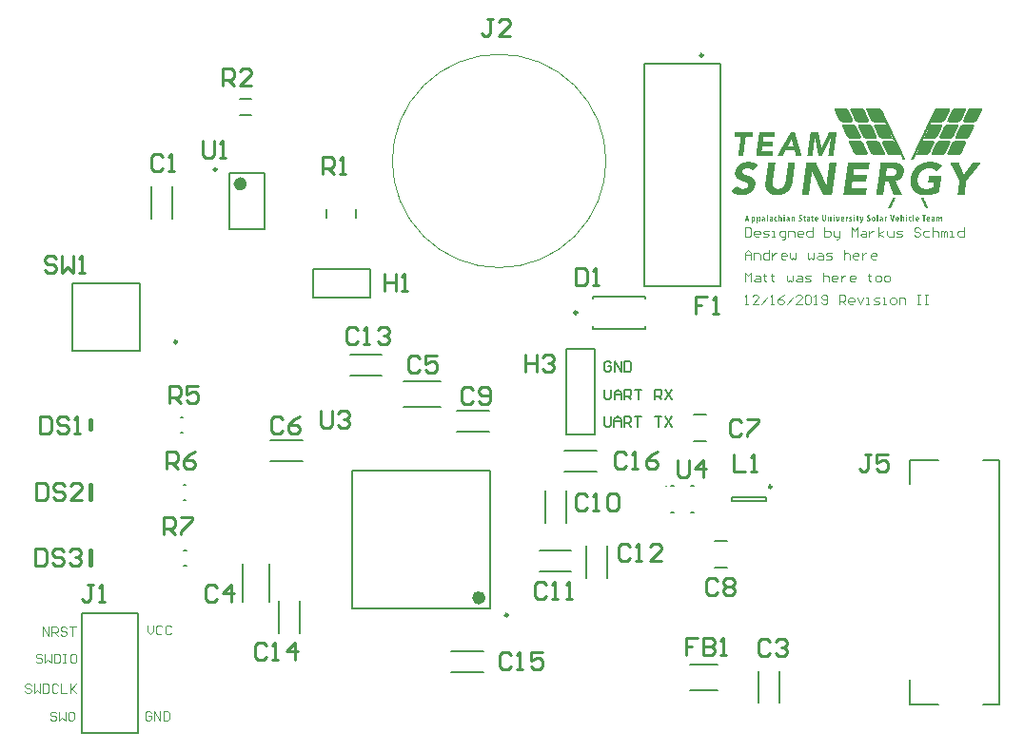
<source format=gbr>
%TF.GenerationSoftware,Altium Limited,Altium Designer,19.1.8 (144)*%
G04 Layer_Color=65535*
%FSLAX25Y25*%
%MOIN*%
%TF.FileFunction,Legend,Top*%
%TF.Part,Single*%
G01*
G75*
%TA.AperFunction,NonConductor*%
%ADD57C,0.02362*%
%ADD58C,0.00984*%
%ADD59C,0.00394*%
%ADD60C,0.00787*%
%ADD61C,0.00600*%
%ADD62C,0.01575*%
%ADD63C,0.00354*%
%ADD64C,0.00591*%
%ADD65C,0.00433*%
%ADD66C,0.01000*%
G36*
X342495Y232046D02*
X342586D01*
Y232015D01*
X342647D01*
Y231985D01*
X342678D01*
Y231954D01*
X342708D01*
Y231924D01*
X342739D01*
Y231893D01*
X342769D01*
Y231863D01*
X342800D01*
Y231832D01*
X342830D01*
Y231802D01*
Y231771D01*
Y231741D01*
X342861D01*
Y231711D01*
Y231680D01*
Y231650D01*
Y231619D01*
Y231589D01*
Y231558D01*
Y231528D01*
Y231497D01*
Y231467D01*
Y231436D01*
Y231406D01*
Y231375D01*
X342830D01*
Y231345D01*
Y231314D01*
Y231284D01*
X342800D01*
Y231253D01*
Y231223D01*
Y231192D01*
X342769D01*
Y231162D01*
Y231132D01*
X342739D01*
Y231101D01*
Y231071D01*
X342708D01*
Y231040D01*
Y231010D01*
X342678D01*
Y230979D01*
Y230949D01*
X342647D01*
Y230918D01*
Y230888D01*
Y230857D01*
X342617D01*
Y230827D01*
Y230796D01*
X342586D01*
Y230766D01*
Y230735D01*
X342556D01*
Y230705D01*
Y230675D01*
X342526D01*
Y230644D01*
Y230613D01*
X342495D01*
Y230583D01*
Y230553D01*
X342465D01*
Y230522D01*
Y230492D01*
Y230461D01*
X342434D01*
Y230431D01*
Y230400D01*
X342404D01*
Y230370D01*
Y230339D01*
X342373D01*
Y230309D01*
Y230278D01*
X342343D01*
Y230248D01*
Y230217D01*
X342312D01*
Y230187D01*
Y230156D01*
X342282D01*
Y230126D01*
Y230096D01*
Y230065D01*
X342251D01*
Y230035D01*
Y230004D01*
X342221D01*
Y229974D01*
Y229943D01*
X342190D01*
Y229913D01*
Y229882D01*
X342160D01*
Y229852D01*
Y229821D01*
X342129D01*
Y229791D01*
Y229760D01*
X342099D01*
Y229730D01*
Y229699D01*
X342068D01*
Y229669D01*
Y229638D01*
Y229608D01*
X342038D01*
Y229577D01*
Y229547D01*
X342007D01*
Y229517D01*
Y229486D01*
X341977D01*
Y229456D01*
Y229425D01*
X341947D01*
Y229395D01*
Y229364D01*
X341916D01*
Y229334D01*
Y229303D01*
X341886D01*
Y229273D01*
Y229242D01*
Y229212D01*
X341855D01*
Y229181D01*
Y229151D01*
X341825D01*
Y229120D01*
Y229090D01*
X341794D01*
Y229060D01*
Y229029D01*
X341764D01*
Y228998D01*
Y228968D01*
X341733D01*
Y228938D01*
Y228907D01*
X341703D01*
Y228877D01*
Y228846D01*
Y228816D01*
X341672D01*
Y228785D01*
Y228755D01*
X341642D01*
Y228724D01*
Y228694D01*
X341611D01*
Y228663D01*
Y228633D01*
X341581D01*
Y228602D01*
Y228572D01*
X341550D01*
Y228541D01*
Y228511D01*
X341520D01*
Y228481D01*
Y228450D01*
Y228419D01*
X341490D01*
Y228389D01*
Y228359D01*
X341459D01*
Y228328D01*
Y228298D01*
X341428D01*
Y228267D01*
Y228237D01*
X341398D01*
Y228206D01*
Y228176D01*
X341368D01*
Y228145D01*
Y228115D01*
X341337D01*
Y228084D01*
Y228054D01*
Y228023D01*
X341307D01*
Y227993D01*
Y227962D01*
X341276D01*
Y227932D01*
X341246D01*
Y227902D01*
Y227871D01*
X341215D01*
Y227841D01*
Y227810D01*
X341185D01*
Y227780D01*
X341154D01*
Y227749D01*
X341124D01*
Y227719D01*
Y227688D01*
X341093D01*
Y227658D01*
X341063D01*
Y227627D01*
X341032D01*
Y227597D01*
X341002D01*
Y227566D01*
X340971D01*
Y227536D01*
X340941D01*
Y227505D01*
X340880D01*
Y227475D01*
X340850D01*
Y227444D01*
X340819D01*
Y227414D01*
X340758D01*
Y227383D01*
X340728D01*
Y227353D01*
X340667D01*
Y227323D01*
X340636D01*
Y227292D01*
X340575D01*
Y227262D01*
X340484D01*
Y227231D01*
X340423D01*
Y227201D01*
X340332D01*
Y227170D01*
X340210D01*
Y227140D01*
X336675D01*
Y227170D01*
X336583D01*
Y227201D01*
X336523D01*
Y227231D01*
X336462D01*
Y227262D01*
X336431D01*
Y227292D01*
X336401D01*
Y227323D01*
X336370D01*
Y227353D01*
Y227383D01*
X336340D01*
Y227414D01*
Y227444D01*
X336309D01*
Y227475D01*
Y227505D01*
Y227536D01*
X336279D01*
Y227566D01*
Y227597D01*
Y227627D01*
Y227658D01*
Y227688D01*
Y227719D01*
Y227749D01*
Y227780D01*
X336309D01*
Y227810D01*
Y227841D01*
Y227871D01*
Y227902D01*
X336340D01*
Y227932D01*
Y227962D01*
X336370D01*
Y227993D01*
Y228023D01*
Y228054D01*
X336401D01*
Y228084D01*
Y228115D01*
X336431D01*
Y228145D01*
Y228176D01*
X336462D01*
Y228206D01*
Y228237D01*
X336492D01*
Y228267D01*
Y228298D01*
X336523D01*
Y228328D01*
Y228359D01*
X336553D01*
Y228389D01*
Y228419D01*
Y228450D01*
X336583D01*
Y228481D01*
Y228511D01*
X336614D01*
Y228541D01*
Y228572D01*
X336644D01*
Y228602D01*
Y228633D01*
X336675D01*
Y228663D01*
Y228694D01*
X336705D01*
Y228724D01*
Y228755D01*
X336736D01*
Y228785D01*
Y228816D01*
Y228846D01*
X336766D01*
Y228877D01*
Y228907D01*
X336797D01*
Y228938D01*
Y228968D01*
X336827D01*
Y228998D01*
Y229029D01*
X336858D01*
Y229060D01*
Y229090D01*
X336888D01*
Y229120D01*
Y229151D01*
X336919D01*
Y229181D01*
Y229212D01*
Y229242D01*
X336949D01*
Y229273D01*
Y229303D01*
X336980D01*
Y229334D01*
Y229364D01*
X337010D01*
Y229395D01*
Y229425D01*
X337041D01*
Y229456D01*
Y229486D01*
X337071D01*
Y229517D01*
Y229547D01*
X337102D01*
Y229577D01*
Y229608D01*
Y229638D01*
X337132D01*
Y229669D01*
Y229699D01*
X337162D01*
Y229730D01*
Y229760D01*
X337193D01*
Y229791D01*
Y229821D01*
X337223D01*
Y229852D01*
Y229882D01*
X337254D01*
Y229913D01*
Y229943D01*
X337284D01*
Y229974D01*
Y230004D01*
Y230035D01*
X337315D01*
Y230065D01*
Y230096D01*
X337345D01*
Y230126D01*
Y230156D01*
X337376D01*
Y230187D01*
Y230217D01*
X337406D01*
Y230248D01*
Y230278D01*
X337437D01*
Y230309D01*
Y230339D01*
X337467D01*
Y230370D01*
Y230400D01*
Y230431D01*
X337498D01*
Y230461D01*
Y230492D01*
X337528D01*
Y230522D01*
Y230553D01*
X337559D01*
Y230583D01*
Y230613D01*
X337589D01*
Y230644D01*
Y230675D01*
X337619D01*
Y230705D01*
Y230735D01*
X337650D01*
Y230766D01*
Y230796D01*
Y230827D01*
X337681D01*
Y230857D01*
Y230888D01*
X337711D01*
Y230918D01*
Y230949D01*
X337741D01*
Y230979D01*
Y231010D01*
X337772D01*
Y231040D01*
Y231071D01*
X337802D01*
Y231101D01*
Y231132D01*
X337833D01*
Y231162D01*
Y231192D01*
Y231223D01*
X337863D01*
Y231253D01*
X337894D01*
Y231284D01*
Y231314D01*
X337924D01*
Y231345D01*
Y231375D01*
X337955D01*
Y231406D01*
X337985D01*
Y231436D01*
Y231467D01*
X338016D01*
Y231497D01*
X338046D01*
Y231528D01*
X338077D01*
Y231558D01*
X338107D01*
Y231589D01*
X338138D01*
Y231619D01*
X338168D01*
Y231650D01*
X338198D01*
Y231680D01*
X338229D01*
Y231711D01*
X338260D01*
Y231741D01*
X338320D01*
Y231771D01*
X338351D01*
Y231802D01*
X338381D01*
Y231832D01*
X338442D01*
Y231863D01*
X338473D01*
Y231893D01*
X338534D01*
Y231924D01*
X338595D01*
Y231954D01*
X338656D01*
Y231985D01*
X338747D01*
Y232015D01*
X338838D01*
Y232046D01*
X338960D01*
Y232076D01*
X342495D01*
Y232046D01*
D02*
G37*
G36*
X336919D02*
X337010D01*
Y232015D01*
X337071D01*
Y231985D01*
X337132D01*
Y231954D01*
X337162D01*
Y231924D01*
X337193D01*
Y231893D01*
X337223D01*
Y231863D01*
X337254D01*
Y231832D01*
Y231802D01*
X337284D01*
Y231771D01*
Y231741D01*
Y231711D01*
X337315D01*
Y231680D01*
Y231650D01*
Y231619D01*
Y231589D01*
Y231558D01*
Y231528D01*
Y231497D01*
Y231467D01*
Y231436D01*
Y231406D01*
X337284D01*
Y231375D01*
Y231345D01*
Y231314D01*
X337254D01*
Y231284D01*
Y231253D01*
Y231223D01*
X337223D01*
Y231192D01*
Y231162D01*
X337193D01*
Y231132D01*
Y231101D01*
X337162D01*
Y231071D01*
Y231040D01*
X337132D01*
Y231010D01*
Y230979D01*
Y230949D01*
X337102D01*
Y230918D01*
Y230888D01*
X337071D01*
Y230857D01*
Y230827D01*
X337041D01*
Y230796D01*
Y230766D01*
X337010D01*
Y230735D01*
Y230705D01*
X336980D01*
Y230675D01*
Y230644D01*
X336949D01*
Y230613D01*
Y230583D01*
Y230553D01*
X336919D01*
Y230522D01*
Y230492D01*
X336888D01*
Y230461D01*
Y230431D01*
X336858D01*
Y230400D01*
Y230370D01*
X336827D01*
Y230339D01*
Y230309D01*
X336797D01*
Y230278D01*
Y230248D01*
X336766D01*
Y230217D01*
Y230187D01*
Y230156D01*
X336736D01*
Y230126D01*
Y230096D01*
X336705D01*
Y230065D01*
Y230035D01*
X336675D01*
Y230004D01*
Y229974D01*
X336644D01*
Y229943D01*
Y229913D01*
X336614D01*
Y229882D01*
Y229852D01*
X336583D01*
Y229821D01*
Y229791D01*
Y229760D01*
X336553D01*
Y229730D01*
Y229699D01*
X336523D01*
Y229669D01*
Y229638D01*
X336492D01*
Y229608D01*
Y229577D01*
X336462D01*
Y229547D01*
Y229517D01*
X336431D01*
Y229486D01*
Y229456D01*
X336401D01*
Y229425D01*
Y229395D01*
Y229364D01*
X336370D01*
Y229334D01*
Y229303D01*
X336340D01*
Y229273D01*
Y229242D01*
X336309D01*
Y229212D01*
Y229181D01*
X336279D01*
Y229151D01*
Y229120D01*
X336248D01*
Y229090D01*
Y229060D01*
X336218D01*
Y229029D01*
Y228998D01*
Y228968D01*
X336187D01*
Y228938D01*
Y228907D01*
X336157D01*
Y228877D01*
Y228846D01*
X336126D01*
Y228816D01*
Y228785D01*
X336096D01*
Y228755D01*
Y228724D01*
X336066D01*
Y228694D01*
Y228663D01*
X336035D01*
Y228633D01*
Y228602D01*
Y228572D01*
X336004D01*
Y228541D01*
Y228511D01*
X335974D01*
Y228481D01*
Y228450D01*
X335944D01*
Y228419D01*
Y228389D01*
X335913D01*
Y228359D01*
Y228328D01*
X335883D01*
Y228298D01*
Y228267D01*
X335852D01*
Y228237D01*
Y228206D01*
Y228176D01*
X335822D01*
Y228145D01*
Y228115D01*
X335791D01*
Y228084D01*
Y228054D01*
X335761D01*
Y228023D01*
Y227993D01*
X335730D01*
Y227962D01*
Y227932D01*
X335700D01*
Y227902D01*
Y227871D01*
X335669D01*
Y227841D01*
X335639D01*
Y227810D01*
Y227780D01*
X335608D01*
Y227749D01*
X335578D01*
Y227719D01*
X335547D01*
Y227688D01*
X335517D01*
Y227658D01*
X335487D01*
Y227627D01*
X335456D01*
Y227597D01*
X335426D01*
Y227566D01*
X335395D01*
Y227536D01*
X335365D01*
Y227505D01*
X335334D01*
Y227475D01*
X335304D01*
Y227444D01*
X335243D01*
Y227414D01*
X335212D01*
Y227383D01*
X335182D01*
Y227353D01*
X335121D01*
Y227323D01*
X335060D01*
Y227292D01*
X334999D01*
Y227262D01*
X334938D01*
Y227231D01*
X334877D01*
Y227201D01*
X334786D01*
Y227170D01*
X334664D01*
Y227140D01*
X331099D01*
Y227170D01*
X331007D01*
Y227201D01*
X330946D01*
Y227231D01*
X330916D01*
Y227262D01*
X330885D01*
Y227292D01*
X330855D01*
Y227323D01*
X330824D01*
Y227353D01*
X330794D01*
Y227383D01*
Y227414D01*
X330763D01*
Y227444D01*
Y227475D01*
X330733D01*
Y227505D01*
Y227536D01*
Y227566D01*
Y227597D01*
Y227627D01*
Y227658D01*
Y227688D01*
Y227719D01*
Y227749D01*
Y227780D01*
Y227810D01*
X330763D01*
Y227841D01*
Y227871D01*
Y227902D01*
Y227932D01*
X330794D01*
Y227962D01*
Y227993D01*
X330824D01*
Y228023D01*
Y228054D01*
X330855D01*
Y228084D01*
Y228115D01*
Y228145D01*
X330885D01*
Y228176D01*
Y228206D01*
X330916D01*
Y228237D01*
Y228267D01*
X330946D01*
Y228298D01*
Y228328D01*
X330977D01*
Y228359D01*
Y228389D01*
X331007D01*
Y228419D01*
Y228450D01*
X331038D01*
Y228481D01*
Y228511D01*
Y228541D01*
X331068D01*
Y228572D01*
Y228602D01*
X331099D01*
Y228633D01*
Y228663D01*
X331129D01*
Y228694D01*
Y228724D01*
X331159D01*
Y228755D01*
Y228785D01*
X331190D01*
Y228816D01*
Y228846D01*
X331220D01*
Y228877D01*
Y228907D01*
X331251D01*
Y228938D01*
Y228968D01*
Y228998D01*
X331281D01*
Y229029D01*
Y229060D01*
X331312D01*
Y229090D01*
Y229120D01*
X331342D01*
Y229151D01*
Y229181D01*
X331373D01*
Y229212D01*
Y229242D01*
X331403D01*
Y229273D01*
Y229303D01*
X331434D01*
Y229334D01*
Y229364D01*
Y229395D01*
X331464D01*
Y229425D01*
Y229456D01*
X331495D01*
Y229486D01*
Y229517D01*
X331525D01*
Y229547D01*
Y229577D01*
X331556D01*
Y229608D01*
Y229638D01*
X331586D01*
Y229669D01*
Y229699D01*
X331616D01*
Y229730D01*
Y229760D01*
Y229791D01*
X331647D01*
Y229821D01*
Y229852D01*
X331678D01*
Y229882D01*
Y229913D01*
X331708D01*
Y229943D01*
Y229974D01*
X331738D01*
Y230004D01*
Y230035D01*
X331769D01*
Y230065D01*
Y230096D01*
X331799D01*
Y230126D01*
Y230156D01*
Y230187D01*
X331830D01*
Y230217D01*
Y230248D01*
X331860D01*
Y230278D01*
Y230309D01*
X331891D01*
Y230339D01*
Y230370D01*
X331921D01*
Y230400D01*
Y230431D01*
X331952D01*
Y230461D01*
Y230492D01*
X331982D01*
Y230522D01*
Y230553D01*
Y230583D01*
X332013D01*
Y230613D01*
Y230644D01*
X332043D01*
Y230675D01*
Y230705D01*
X332074D01*
Y230735D01*
Y230766D01*
X332104D01*
Y230796D01*
Y230827D01*
X332135D01*
Y230857D01*
Y230888D01*
X332165D01*
Y230918D01*
Y230949D01*
Y230979D01*
X332195D01*
Y231010D01*
Y231040D01*
X332226D01*
Y231071D01*
Y231101D01*
X332256D01*
Y231132D01*
Y231162D01*
X332287D01*
Y231192D01*
Y231223D01*
X332317D01*
Y231253D01*
Y231284D01*
X332348D01*
Y231314D01*
Y231345D01*
X332378D01*
Y231375D01*
X332409D01*
Y231406D01*
Y231436D01*
X332439D01*
Y231467D01*
X332470D01*
Y231497D01*
X332500D01*
Y231528D01*
X332531D01*
Y231558D01*
X332561D01*
Y231589D01*
X332592D01*
Y231619D01*
X332622D01*
Y231650D01*
X332653D01*
Y231680D01*
X332683D01*
Y231711D01*
X332714D01*
Y231741D01*
X332744D01*
Y231771D01*
X332774D01*
Y231802D01*
X332835D01*
Y231832D01*
X332866D01*
Y231863D01*
X332927D01*
Y231893D01*
X332988D01*
Y231924D01*
X333049D01*
Y231954D01*
X333110D01*
Y231985D01*
X333171D01*
Y232015D01*
X333262D01*
Y232046D01*
X333384D01*
Y232076D01*
X336919D01*
Y232046D01*
D02*
G37*
G36*
X300657D02*
X300779D01*
Y232015D01*
X300870D01*
Y231985D01*
X300931D01*
Y231954D01*
X300992D01*
Y231924D01*
X301053D01*
Y231893D01*
X301114D01*
Y231863D01*
X301145D01*
Y231832D01*
X301205D01*
Y231802D01*
X301236D01*
Y231771D01*
X301297D01*
Y231741D01*
X301327D01*
Y231711D01*
X301358D01*
Y231680D01*
X301388D01*
Y231650D01*
X301419D01*
Y231619D01*
X301449D01*
Y231589D01*
X301480D01*
Y231558D01*
X301510D01*
Y231528D01*
X301541D01*
Y231497D01*
X301571D01*
Y231467D01*
X301602D01*
Y231436D01*
X301632D01*
Y231406D01*
Y231375D01*
X301662D01*
Y231345D01*
X301693D01*
Y231314D01*
Y231284D01*
X301723D01*
Y231253D01*
Y231223D01*
X301754D01*
Y231192D01*
Y231162D01*
X301784D01*
Y231132D01*
Y231101D01*
X301815D01*
Y231071D01*
Y231040D01*
X301845D01*
Y231010D01*
Y230979D01*
Y230949D01*
X301876D01*
Y230918D01*
Y230888D01*
X301906D01*
Y230857D01*
Y230827D01*
X301937D01*
Y230796D01*
Y230766D01*
X301967D01*
Y230735D01*
Y230705D01*
X301998D01*
Y230675D01*
Y230644D01*
X302028D01*
Y230613D01*
Y230583D01*
Y230553D01*
X302059D01*
Y230522D01*
Y230492D01*
X302089D01*
Y230461D01*
Y230431D01*
X302120D01*
Y230400D01*
Y230370D01*
X302150D01*
Y230339D01*
Y230309D01*
X302181D01*
Y230278D01*
Y230248D01*
X302211D01*
Y230217D01*
Y230187D01*
Y230156D01*
X302241D01*
Y230126D01*
Y230096D01*
X302272D01*
Y230065D01*
Y230035D01*
X302302D01*
Y230004D01*
Y229974D01*
X302333D01*
Y229943D01*
Y229913D01*
X302363D01*
Y229882D01*
Y229852D01*
X302394D01*
Y229821D01*
Y229791D01*
Y229760D01*
X302424D01*
Y229730D01*
Y229699D01*
X302455D01*
Y229669D01*
Y229638D01*
X302485D01*
Y229608D01*
Y229577D01*
X302516D01*
Y229547D01*
Y229517D01*
X302546D01*
Y229486D01*
Y229456D01*
X302577D01*
Y229425D01*
Y229395D01*
Y229364D01*
X302607D01*
Y229334D01*
Y229303D01*
X302638D01*
Y229273D01*
Y229242D01*
X302668D01*
Y229212D01*
Y229181D01*
X302698D01*
Y229151D01*
Y229120D01*
X302729D01*
Y229090D01*
Y229060D01*
X302760D01*
Y229029D01*
Y228998D01*
Y228968D01*
X302790D01*
Y228938D01*
Y228907D01*
X302820D01*
Y228877D01*
Y228846D01*
X302851D01*
Y228816D01*
Y228785D01*
X302881D01*
Y228755D01*
Y228724D01*
X302912D01*
Y228694D01*
Y228663D01*
X302942D01*
Y228633D01*
Y228602D01*
Y228572D01*
X302973D01*
Y228541D01*
Y228511D01*
X303003D01*
Y228481D01*
Y228450D01*
X303034D01*
Y228419D01*
Y228389D01*
X303064D01*
Y228359D01*
Y228328D01*
X303095D01*
Y228298D01*
Y228267D01*
X303125D01*
Y228237D01*
Y228206D01*
Y228176D01*
X303156D01*
Y228145D01*
Y228115D01*
X303186D01*
Y228084D01*
Y228054D01*
X303217D01*
Y228023D01*
Y227993D01*
X303247D01*
Y227962D01*
Y227932D01*
Y227902D01*
X303277D01*
Y227871D01*
Y227841D01*
Y227810D01*
X303308D01*
Y227780D01*
Y227749D01*
Y227719D01*
Y227688D01*
Y227658D01*
Y227627D01*
Y227597D01*
Y227566D01*
Y227536D01*
Y227505D01*
X303277D01*
Y227475D01*
Y227444D01*
Y227414D01*
X303247D01*
Y227383D01*
Y227353D01*
X303217D01*
Y227323D01*
X303186D01*
Y227292D01*
X303156D01*
Y227262D01*
X303125D01*
Y227231D01*
X303064D01*
Y227201D01*
X303003D01*
Y227170D01*
X302912D01*
Y227140D01*
X299377D01*
Y227170D01*
X299255D01*
Y227201D01*
X299164D01*
Y227231D01*
X299103D01*
Y227262D01*
X299042D01*
Y227292D01*
X298981D01*
Y227323D01*
X298920D01*
Y227353D01*
X298859D01*
Y227383D01*
X298829D01*
Y227414D01*
X298768D01*
Y227444D01*
X298737D01*
Y227475D01*
X298707D01*
Y227505D01*
X298676D01*
Y227536D01*
X298646D01*
Y227566D01*
X298615D01*
Y227597D01*
X298585D01*
Y227627D01*
X298554D01*
Y227658D01*
X298524D01*
Y227688D01*
X298493D01*
Y227719D01*
X298463D01*
Y227749D01*
X298432D01*
Y227780D01*
X298402D01*
Y227810D01*
Y227841D01*
X298372D01*
Y227871D01*
X298341D01*
Y227902D01*
Y227932D01*
X298311D01*
Y227962D01*
Y227993D01*
X298280D01*
Y228023D01*
Y228054D01*
X298250D01*
Y228084D01*
Y228115D01*
X298219D01*
Y228145D01*
Y228176D01*
X298189D01*
Y228206D01*
Y228237D01*
X298158D01*
Y228267D01*
Y228298D01*
Y228328D01*
X298128D01*
Y228359D01*
Y228389D01*
X298097D01*
Y228419D01*
Y228450D01*
X298067D01*
Y228481D01*
Y228511D01*
X298036D01*
Y228541D01*
Y228572D01*
X298006D01*
Y228602D01*
Y228633D01*
X297975D01*
Y228663D01*
Y228694D01*
Y228724D01*
X297945D01*
Y228755D01*
Y228785D01*
X297914D01*
Y228816D01*
Y228846D01*
X297884D01*
Y228877D01*
Y228907D01*
X297853D01*
Y228938D01*
Y228968D01*
X297823D01*
Y228998D01*
Y229029D01*
X297793D01*
Y229060D01*
Y229090D01*
Y229120D01*
X297762D01*
Y229151D01*
Y229181D01*
X297732D01*
Y229212D01*
Y229242D01*
X297701D01*
Y229273D01*
Y229303D01*
X297671D01*
Y229334D01*
Y229364D01*
X297640D01*
Y229395D01*
Y229425D01*
X297610D01*
Y229456D01*
Y229486D01*
Y229517D01*
X297579D01*
Y229547D01*
Y229577D01*
X297549D01*
Y229608D01*
Y229638D01*
X297518D01*
Y229669D01*
Y229699D01*
X297488D01*
Y229730D01*
Y229760D01*
X297457D01*
Y229791D01*
Y229821D01*
X297427D01*
Y229852D01*
Y229882D01*
Y229913D01*
X297396D01*
Y229943D01*
Y229974D01*
X297366D01*
Y230004D01*
Y230035D01*
X297336D01*
Y230065D01*
Y230096D01*
X297305D01*
Y230126D01*
Y230156D01*
X297274D01*
Y230187D01*
Y230217D01*
X297244D01*
Y230248D01*
Y230278D01*
Y230309D01*
X297214D01*
Y230339D01*
Y230370D01*
X297183D01*
Y230400D01*
Y230431D01*
X297153D01*
Y230461D01*
Y230492D01*
X297122D01*
Y230522D01*
Y230553D01*
X297092D01*
Y230583D01*
Y230613D01*
X297061D01*
Y230644D01*
Y230675D01*
Y230705D01*
X297031D01*
Y230735D01*
Y230766D01*
X297000D01*
Y230796D01*
Y230827D01*
X296970D01*
Y230857D01*
Y230888D01*
X296939D01*
Y230918D01*
Y230949D01*
X296909D01*
Y230979D01*
Y231010D01*
X296878D01*
Y231040D01*
Y231071D01*
Y231101D01*
X296848D01*
Y231132D01*
Y231162D01*
X296817D01*
Y231192D01*
Y231223D01*
X296787D01*
Y231253D01*
Y231284D01*
X296757D01*
Y231314D01*
Y231345D01*
Y231375D01*
Y231406D01*
X296726D01*
Y231436D01*
Y231467D01*
Y231497D01*
Y231528D01*
Y231558D01*
Y231589D01*
Y231619D01*
Y231650D01*
Y231680D01*
Y231711D01*
Y231741D01*
X296757D01*
Y231771D01*
Y231802D01*
X296787D01*
Y231832D01*
Y231863D01*
X296817D01*
Y231893D01*
X296848D01*
Y231924D01*
X296878D01*
Y231954D01*
X296909D01*
Y231985D01*
X296970D01*
Y232015D01*
X297031D01*
Y232046D01*
X297122D01*
Y232076D01*
X300657D01*
Y232046D01*
D02*
G37*
G36*
X295080D02*
X295202D01*
Y232015D01*
X295294D01*
Y231985D01*
X295385D01*
Y231954D01*
X295446D01*
Y231924D01*
X295507D01*
Y231893D01*
X295568D01*
Y231863D01*
X295599D01*
Y231832D01*
X295659D01*
Y231802D01*
X295690D01*
Y231771D01*
X295720D01*
Y231741D01*
X295781D01*
Y231711D01*
X295812D01*
Y231680D01*
X295842D01*
Y231650D01*
X295873D01*
Y231619D01*
X295903D01*
Y231589D01*
X295934D01*
Y231558D01*
X295964D01*
Y231528D01*
X295995D01*
Y231497D01*
X296025D01*
Y231467D01*
Y231436D01*
X296056D01*
Y231406D01*
X296086D01*
Y231375D01*
X296117D01*
Y231345D01*
Y231314D01*
X296147D01*
Y231284D01*
Y231253D01*
X296178D01*
Y231223D01*
Y231192D01*
X296208D01*
Y231162D01*
Y231132D01*
X296238D01*
Y231101D01*
Y231071D01*
X296269D01*
Y231040D01*
Y231010D01*
X296299D01*
Y230979D01*
Y230949D01*
X296330D01*
Y230918D01*
Y230888D01*
Y230857D01*
X296360D01*
Y230827D01*
Y230796D01*
X296391D01*
Y230766D01*
Y230735D01*
X296421D01*
Y230705D01*
Y230675D01*
X296452D01*
Y230644D01*
Y230613D01*
X296482D01*
Y230583D01*
Y230553D01*
X296513D01*
Y230522D01*
Y230492D01*
Y230461D01*
X296543D01*
Y230431D01*
Y230400D01*
X296574D01*
Y230370D01*
Y230339D01*
X296604D01*
Y230309D01*
Y230278D01*
X296635D01*
Y230248D01*
Y230217D01*
X296665D01*
Y230187D01*
Y230156D01*
X296696D01*
Y230126D01*
Y230096D01*
Y230065D01*
X296726D01*
Y230035D01*
Y230004D01*
X296757D01*
Y229974D01*
Y229943D01*
X296787D01*
Y229913D01*
Y229882D01*
X296817D01*
Y229852D01*
Y229821D01*
X296848D01*
Y229791D01*
Y229760D01*
X296878D01*
Y229730D01*
Y229699D01*
Y229669D01*
X296909D01*
Y229638D01*
Y229608D01*
X296939D01*
Y229577D01*
Y229547D01*
X296970D01*
Y229517D01*
Y229486D01*
X297000D01*
Y229456D01*
Y229425D01*
X297031D01*
Y229395D01*
Y229364D01*
X297061D01*
Y229334D01*
Y229303D01*
Y229273D01*
X297092D01*
Y229242D01*
Y229212D01*
X297122D01*
Y229181D01*
Y229151D01*
X297153D01*
Y229120D01*
Y229090D01*
X297183D01*
Y229060D01*
Y229029D01*
X297214D01*
Y228998D01*
Y228968D01*
X297244D01*
Y228938D01*
Y228907D01*
Y228877D01*
X297274D01*
Y228846D01*
Y228816D01*
X297305D01*
Y228785D01*
Y228755D01*
X297336D01*
Y228724D01*
Y228694D01*
X297366D01*
Y228663D01*
Y228633D01*
X297396D01*
Y228602D01*
Y228572D01*
X297427D01*
Y228541D01*
Y228511D01*
Y228481D01*
X297457D01*
Y228450D01*
Y228419D01*
X297488D01*
Y228389D01*
Y228359D01*
X297518D01*
Y228328D01*
Y228298D01*
X297549D01*
Y228267D01*
Y228237D01*
X297579D01*
Y228206D01*
Y228176D01*
X297610D01*
Y228145D01*
Y228115D01*
Y228084D01*
X297640D01*
Y228054D01*
Y228023D01*
X297671D01*
Y227993D01*
Y227962D01*
X297701D01*
Y227932D01*
Y227902D01*
Y227871D01*
X297732D01*
Y227841D01*
Y227810D01*
Y227780D01*
Y227749D01*
X297762D01*
Y227719D01*
Y227688D01*
Y227658D01*
Y227627D01*
Y227597D01*
Y227566D01*
Y227536D01*
X297732D01*
Y227505D01*
Y227475D01*
Y227444D01*
X297701D01*
Y227414D01*
Y227383D01*
X297671D01*
Y227353D01*
Y227323D01*
X297640D01*
Y227292D01*
X297610D01*
Y227262D01*
X297579D01*
Y227231D01*
X297518D01*
Y227201D01*
X297457D01*
Y227170D01*
X297366D01*
Y227140D01*
X293831D01*
Y227170D01*
X293709D01*
Y227201D01*
X293618D01*
Y227231D01*
X293527D01*
Y227262D01*
X293465D01*
Y227292D01*
X293405D01*
Y227323D01*
X293374D01*
Y227353D01*
X293313D01*
Y227383D01*
X293283D01*
Y227414D01*
X293222D01*
Y227444D01*
X293191D01*
Y227475D01*
X293161D01*
Y227505D01*
X293100D01*
Y227536D01*
X293069D01*
Y227566D01*
X293039D01*
Y227597D01*
X293008D01*
Y227627D01*
X292978D01*
Y227658D01*
X292948D01*
Y227688D01*
X292917D01*
Y227719D01*
Y227749D01*
X292886D01*
Y227780D01*
X292856D01*
Y227810D01*
X292826D01*
Y227841D01*
Y227871D01*
X292795D01*
Y227902D01*
X292765D01*
Y227932D01*
Y227962D01*
X292734D01*
Y227993D01*
Y228023D01*
X292704D01*
Y228054D01*
Y228084D01*
X292673D01*
Y228115D01*
Y228145D01*
X292643D01*
Y228176D01*
Y228206D01*
Y228237D01*
X292612D01*
Y228267D01*
Y228298D01*
X292582D01*
Y228328D01*
Y228359D01*
X292551D01*
Y228389D01*
Y228419D01*
X292521D01*
Y228450D01*
Y228481D01*
X292490D01*
Y228511D01*
Y228541D01*
X292460D01*
Y228572D01*
Y228602D01*
Y228633D01*
X292429D01*
Y228663D01*
Y228694D01*
X292399D01*
Y228724D01*
Y228755D01*
X292369D01*
Y228785D01*
Y228816D01*
X292338D01*
Y228846D01*
Y228877D01*
X292308D01*
Y228907D01*
Y228938D01*
X292277D01*
Y228968D01*
Y228998D01*
Y229029D01*
X292247D01*
Y229060D01*
Y229090D01*
X292216D01*
Y229120D01*
Y229151D01*
X292186D01*
Y229181D01*
Y229212D01*
X292155D01*
Y229242D01*
Y229273D01*
X292125D01*
Y229303D01*
Y229334D01*
X292094D01*
Y229364D01*
Y229395D01*
Y229425D01*
X292064D01*
Y229456D01*
Y229486D01*
X292033D01*
Y229517D01*
Y229547D01*
X292003D01*
Y229577D01*
Y229608D01*
X291972D01*
Y229638D01*
Y229669D01*
X291942D01*
Y229699D01*
Y229730D01*
X291911D01*
Y229760D01*
Y229791D01*
Y229821D01*
X291881D01*
Y229852D01*
Y229882D01*
X291850D01*
Y229913D01*
Y229943D01*
X291820D01*
Y229974D01*
Y230004D01*
X291790D01*
Y230035D01*
Y230065D01*
X291759D01*
Y230096D01*
Y230126D01*
X291729D01*
Y230156D01*
Y230187D01*
Y230217D01*
X291698D01*
Y230248D01*
Y230278D01*
X291668D01*
Y230309D01*
Y230339D01*
X291637D01*
Y230370D01*
Y230400D01*
X291607D01*
Y230431D01*
Y230461D01*
X291576D01*
Y230492D01*
Y230522D01*
X291546D01*
Y230553D01*
Y230583D01*
Y230613D01*
X291515D01*
Y230644D01*
Y230675D01*
X291485D01*
Y230705D01*
Y230735D01*
X291454D01*
Y230766D01*
Y230796D01*
X291424D01*
Y230827D01*
Y230857D01*
X291393D01*
Y230888D01*
Y230918D01*
X291363D01*
Y230949D01*
Y230979D01*
Y231010D01*
X291333D01*
Y231040D01*
Y231071D01*
X291302D01*
Y231101D01*
Y231132D01*
X291271D01*
Y231162D01*
Y231192D01*
X291241D01*
Y231223D01*
Y231253D01*
X291211D01*
Y231284D01*
Y231314D01*
Y231345D01*
X291180D01*
Y231375D01*
Y231406D01*
Y231436D01*
Y231467D01*
Y231497D01*
Y231528D01*
X291150D01*
Y231558D01*
Y231589D01*
Y231619D01*
X291180D01*
Y231650D01*
Y231680D01*
Y231711D01*
Y231741D01*
Y231771D01*
X291211D01*
Y231802D01*
Y231832D01*
X291241D01*
Y231863D01*
X291271D01*
Y231893D01*
Y231924D01*
X291302D01*
Y231954D01*
X291363D01*
Y231985D01*
X291393D01*
Y232015D01*
X291454D01*
Y232046D01*
X291546D01*
Y232076D01*
X295080D01*
Y232046D01*
D02*
G37*
G36*
X339722Y226287D02*
X339813D01*
Y226256D01*
X339875D01*
Y226226D01*
X339935D01*
Y226195D01*
X339966D01*
Y226165D01*
X339996D01*
Y226134D01*
X340027D01*
Y226104D01*
X340057D01*
Y226073D01*
Y226043D01*
X340088D01*
Y226012D01*
Y225982D01*
Y225951D01*
X340118D01*
Y225921D01*
Y225890D01*
Y225860D01*
Y225829D01*
Y225799D01*
Y225768D01*
Y225738D01*
Y225708D01*
Y225677D01*
Y225647D01*
Y225616D01*
X340088D01*
Y225586D01*
Y225555D01*
Y225525D01*
X340057D01*
Y225494D01*
Y225464D01*
X340027D01*
Y225433D01*
Y225403D01*
Y225372D01*
X339996D01*
Y225342D01*
Y225311D01*
X339966D01*
Y225281D01*
Y225250D01*
X339935D01*
Y225220D01*
Y225189D01*
X339905D01*
Y225159D01*
Y225129D01*
X339875D01*
Y225098D01*
Y225068D01*
X339844D01*
Y225037D01*
Y225007D01*
Y224976D01*
X339813D01*
Y224946D01*
Y224915D01*
X339783D01*
Y224885D01*
Y224854D01*
X339753D01*
Y224824D01*
Y224793D01*
X339722D01*
Y224763D01*
Y224732D01*
X339692D01*
Y224702D01*
Y224672D01*
X339661D01*
Y224641D01*
Y224610D01*
Y224580D01*
X339631D01*
Y224550D01*
Y224519D01*
X339600D01*
Y224489D01*
Y224458D01*
X339570D01*
Y224428D01*
Y224397D01*
X339539D01*
Y224367D01*
Y224336D01*
X339509D01*
Y224306D01*
Y224275D01*
X339478D01*
Y224245D01*
Y224214D01*
Y224184D01*
X339448D01*
Y224153D01*
Y224123D01*
X339417D01*
Y224093D01*
Y224062D01*
X339387D01*
Y224032D01*
Y224001D01*
X339356D01*
Y223971D01*
Y223940D01*
X339326D01*
Y223910D01*
Y223879D01*
X339296D01*
Y223849D01*
Y223818D01*
Y223788D01*
X339265D01*
Y223757D01*
Y223727D01*
X339234D01*
Y223696D01*
Y223666D01*
X339204D01*
Y223635D01*
Y223605D01*
X339174D01*
Y223574D01*
Y223544D01*
X339143D01*
Y223514D01*
Y223483D01*
X339113D01*
Y223453D01*
Y223422D01*
Y223392D01*
X339082D01*
Y223361D01*
Y223331D01*
X339052D01*
Y223300D01*
Y223270D01*
X339021D01*
Y223239D01*
Y223209D01*
X338991D01*
Y223178D01*
Y223148D01*
X338960D01*
Y223117D01*
Y223087D01*
X338930D01*
Y223056D01*
Y223026D01*
Y222995D01*
X338899D01*
Y222965D01*
Y222935D01*
X338869D01*
Y222904D01*
Y222874D01*
X338838D01*
Y222843D01*
Y222813D01*
X338808D01*
Y222782D01*
Y222752D01*
X338777D01*
Y222721D01*
Y222691D01*
X338747D01*
Y222660D01*
Y222630D01*
Y222599D01*
X338717D01*
Y222569D01*
Y222538D01*
X338686D01*
Y222508D01*
Y222478D01*
X338656D01*
Y222447D01*
Y222417D01*
X338625D01*
Y222386D01*
Y222356D01*
X338595D01*
Y222325D01*
Y222295D01*
X338564D01*
Y222264D01*
Y222234D01*
X338534D01*
Y222203D01*
Y222173D01*
X338503D01*
Y222142D01*
Y222112D01*
X338473D01*
Y222081D01*
Y222051D01*
X338442D01*
Y222020D01*
X338412D01*
Y221990D01*
X338381D01*
Y221959D01*
X338351D01*
Y221929D01*
Y221899D01*
X338320D01*
Y221868D01*
X338290D01*
Y221838D01*
X338260D01*
Y221807D01*
X338229D01*
Y221777D01*
X338198D01*
Y221746D01*
X338138D01*
Y221716D01*
X338107D01*
Y221685D01*
X338077D01*
Y221655D01*
X338016D01*
Y221624D01*
X337985D01*
Y221594D01*
X337924D01*
Y221563D01*
X337894D01*
Y221533D01*
X337833D01*
Y221502D01*
X337772D01*
Y221472D01*
X337681D01*
Y221441D01*
X337619D01*
Y221411D01*
X337498D01*
Y221380D01*
X333902D01*
Y221411D01*
X333810D01*
Y221441D01*
X333750D01*
Y221472D01*
X333719D01*
Y221502D01*
X333689D01*
Y221533D01*
X333658D01*
Y221563D01*
X333628D01*
Y221594D01*
X333597D01*
Y221624D01*
Y221655D01*
X333567D01*
Y221685D01*
Y221716D01*
Y221746D01*
X333536D01*
Y221777D01*
Y221807D01*
Y221838D01*
Y221868D01*
Y221899D01*
Y221929D01*
Y221959D01*
Y221990D01*
Y222020D01*
Y222051D01*
X333567D01*
Y222081D01*
Y222112D01*
Y222142D01*
X333597D01*
Y222173D01*
Y222203D01*
Y222234D01*
X333628D01*
Y222264D01*
Y222295D01*
X333658D01*
Y222325D01*
Y222356D01*
X333689D01*
Y222386D01*
Y222417D01*
X333719D01*
Y222447D01*
Y222478D01*
X333750D01*
Y222508D01*
Y222538D01*
X333780D01*
Y222569D01*
Y222599D01*
Y222630D01*
X333810D01*
Y222660D01*
Y222691D01*
X333841D01*
Y222721D01*
Y222752D01*
X333872D01*
Y222782D01*
Y222813D01*
X333902D01*
Y222843D01*
Y222874D01*
X333932D01*
Y222904D01*
Y222935D01*
X333963D01*
Y222965D01*
Y222995D01*
Y223026D01*
X333993D01*
Y223056D01*
Y223087D01*
X334024D01*
Y223117D01*
Y223148D01*
X334054D01*
Y223178D01*
Y223209D01*
X334085D01*
Y223239D01*
Y223270D01*
X334115D01*
Y223300D01*
Y223331D01*
X334146D01*
Y223361D01*
Y223392D01*
Y223422D01*
X334176D01*
Y223453D01*
Y223483D01*
X334207D01*
Y223514D01*
Y223544D01*
X334237D01*
Y223574D01*
Y223605D01*
X334268D01*
Y223635D01*
Y223666D01*
X334298D01*
Y223696D01*
Y223727D01*
X334329D01*
Y223757D01*
Y223788D01*
Y223818D01*
X334359D01*
Y223849D01*
Y223879D01*
X334389D01*
Y223910D01*
Y223940D01*
X334420D01*
Y223971D01*
Y224001D01*
X334450D01*
Y224032D01*
Y224062D01*
X334481D01*
Y224093D01*
Y224123D01*
X334511D01*
Y224153D01*
Y224184D01*
Y224214D01*
X334542D01*
Y224245D01*
Y224275D01*
X334572D01*
Y224306D01*
Y224336D01*
X334603D01*
Y224367D01*
Y224397D01*
X334633D01*
Y224428D01*
Y224458D01*
X334664D01*
Y224489D01*
Y224519D01*
X334694D01*
Y224550D01*
Y224580D01*
Y224610D01*
X334725D01*
Y224641D01*
Y224672D01*
X334755D01*
Y224702D01*
Y224732D01*
X334786D01*
Y224763D01*
Y224793D01*
X334816D01*
Y224824D01*
Y224854D01*
X334847D01*
Y224885D01*
Y224915D01*
X334877D01*
Y224946D01*
Y224976D01*
Y225007D01*
X334908D01*
Y225037D01*
Y225068D01*
X334938D01*
Y225098D01*
Y225129D01*
X334968D01*
Y225159D01*
Y225189D01*
X334999D01*
Y225220D01*
Y225250D01*
X335029D01*
Y225281D01*
Y225311D01*
X335060D01*
Y225342D01*
Y225372D01*
Y225403D01*
X335090D01*
Y225433D01*
Y225464D01*
X335121D01*
Y225494D01*
Y225525D01*
X335151D01*
Y225555D01*
X335182D01*
Y225586D01*
Y225616D01*
X335212D01*
Y225647D01*
X335243D01*
Y225677D01*
Y225708D01*
X335273D01*
Y225738D01*
X335304D01*
Y225768D01*
X335334D01*
Y225799D01*
X335365D01*
Y225829D01*
X335395D01*
Y225860D01*
X335426D01*
Y225890D01*
X335456D01*
Y225921D01*
X335487D01*
Y225951D01*
X335517D01*
Y225982D01*
X335578D01*
Y226012D01*
X335608D01*
Y226043D01*
X335639D01*
Y226073D01*
X335700D01*
Y226104D01*
X335730D01*
Y226134D01*
X335791D01*
Y226165D01*
X335852D01*
Y226195D01*
X335913D01*
Y226226D01*
X336004D01*
Y226256D01*
X336096D01*
Y226287D01*
X336218D01*
Y226317D01*
X339722D01*
Y226287D01*
D02*
G37*
G36*
X334146D02*
X334268D01*
Y226256D01*
X334329D01*
Y226226D01*
X334359D01*
Y226195D01*
X334420D01*
Y226165D01*
X334450D01*
Y226134D01*
X334481D01*
Y226104D01*
Y226073D01*
X334511D01*
Y226043D01*
Y226012D01*
X334542D01*
Y225982D01*
Y225951D01*
Y225921D01*
X334572D01*
Y225890D01*
Y225860D01*
Y225829D01*
Y225799D01*
Y225768D01*
Y225738D01*
Y225708D01*
Y225677D01*
X334542D01*
Y225647D01*
Y225616D01*
Y225586D01*
Y225555D01*
X334511D01*
Y225525D01*
Y225494D01*
Y225464D01*
X334481D01*
Y225433D01*
Y225403D01*
X334450D01*
Y225372D01*
Y225342D01*
X334420D01*
Y225311D01*
Y225281D01*
X334389D01*
Y225250D01*
Y225220D01*
X334359D01*
Y225189D01*
Y225159D01*
X334329D01*
Y225129D01*
Y225098D01*
Y225068D01*
X334298D01*
Y225037D01*
Y225007D01*
X334268D01*
Y224976D01*
Y224946D01*
X334237D01*
Y224915D01*
Y224885D01*
X334207D01*
Y224854D01*
Y224824D01*
X334176D01*
Y224793D01*
Y224763D01*
X334146D01*
Y224732D01*
Y224702D01*
Y224672D01*
X334115D01*
Y224641D01*
Y224610D01*
X334085D01*
Y224580D01*
Y224550D01*
X334054D01*
Y224519D01*
Y224489D01*
X334024D01*
Y224458D01*
Y224428D01*
X333993D01*
Y224397D01*
Y224367D01*
X333963D01*
Y224336D01*
Y224306D01*
Y224275D01*
X333932D01*
Y224245D01*
Y224214D01*
X333902D01*
Y224184D01*
Y224153D01*
X333872D01*
Y224123D01*
Y224093D01*
X333841D01*
Y224062D01*
Y224032D01*
X333810D01*
Y224001D01*
Y223971D01*
X333780D01*
Y223940D01*
Y223910D01*
Y223879D01*
X333750D01*
Y223849D01*
Y223818D01*
X333719D01*
Y223788D01*
Y223757D01*
X333689D01*
Y223727D01*
Y223696D01*
X333658D01*
Y223666D01*
Y223635D01*
X333628D01*
Y223605D01*
Y223574D01*
X333597D01*
Y223544D01*
Y223514D01*
Y223483D01*
X333567D01*
Y223453D01*
Y223422D01*
X333536D01*
Y223392D01*
Y223361D01*
X333506D01*
Y223331D01*
Y223300D01*
X333475D01*
Y223270D01*
Y223239D01*
X333445D01*
Y223209D01*
Y223178D01*
X333414D01*
Y223148D01*
Y223117D01*
Y223087D01*
X333384D01*
Y223056D01*
Y223026D01*
X333353D01*
Y222995D01*
Y222965D01*
X333323D01*
Y222935D01*
Y222904D01*
X333293D01*
Y222874D01*
Y222843D01*
X333262D01*
Y222813D01*
Y222782D01*
X333232D01*
Y222752D01*
Y222721D01*
Y222691D01*
X333201D01*
Y222660D01*
Y222630D01*
X333171D01*
Y222599D01*
Y222569D01*
X333140D01*
Y222538D01*
Y222508D01*
X333110D01*
Y222478D01*
Y222447D01*
X333079D01*
Y222417D01*
Y222386D01*
X333049D01*
Y222356D01*
Y222325D01*
Y222295D01*
X333018D01*
Y222264D01*
Y222234D01*
X332988D01*
Y222203D01*
Y222173D01*
X332957D01*
Y222142D01*
X332927D01*
Y222112D01*
Y222081D01*
X332896D01*
Y222051D01*
X332866D01*
Y222020D01*
Y221990D01*
X332835D01*
Y221959D01*
X332805D01*
Y221929D01*
X332774D01*
Y221899D01*
X332744D01*
Y221868D01*
X332714D01*
Y221838D01*
X332683D01*
Y221807D01*
X332653D01*
Y221777D01*
X332622D01*
Y221746D01*
X332592D01*
Y221716D01*
X332561D01*
Y221685D01*
X332500D01*
Y221655D01*
X332470D01*
Y221624D01*
X332439D01*
Y221594D01*
X332378D01*
Y221563D01*
X332317D01*
Y221533D01*
X332256D01*
Y221502D01*
X332195D01*
Y221472D01*
X332135D01*
Y221441D01*
X332043D01*
Y221411D01*
X331921D01*
Y221380D01*
X328356D01*
Y221411D01*
X328265D01*
Y221441D01*
X328204D01*
Y221472D01*
X328173D01*
Y221502D01*
X328112D01*
Y221533D01*
X328082D01*
Y221563D01*
Y221594D01*
X328051D01*
Y221624D01*
X328021D01*
Y221655D01*
Y221685D01*
Y221716D01*
X327990D01*
Y221746D01*
Y221777D01*
Y221807D01*
Y221838D01*
Y221868D01*
Y221899D01*
Y221929D01*
Y221959D01*
Y221990D01*
Y222020D01*
Y222051D01*
Y222081D01*
X328021D01*
Y222112D01*
Y222142D01*
Y222173D01*
X328051D01*
Y222203D01*
Y222234D01*
X328082D01*
Y222264D01*
Y222295D01*
Y222325D01*
X328112D01*
Y222356D01*
Y222386D01*
X328143D01*
Y222417D01*
Y222447D01*
X328173D01*
Y222478D01*
Y222508D01*
X328204D01*
Y222538D01*
Y222569D01*
X328234D01*
Y222599D01*
Y222630D01*
X328265D01*
Y222660D01*
Y222691D01*
Y222721D01*
X328295D01*
Y222752D01*
Y222782D01*
X328326D01*
Y222813D01*
Y222843D01*
X328356D01*
Y222874D01*
Y222904D01*
X328386D01*
Y222935D01*
Y222965D01*
X328417D01*
Y222995D01*
Y223026D01*
X328447D01*
Y223056D01*
Y223087D01*
Y223117D01*
X328478D01*
Y223148D01*
Y223178D01*
X328508D01*
Y223209D01*
Y223239D01*
X328539D01*
Y223270D01*
Y223300D01*
X328569D01*
Y223331D01*
Y223361D01*
X328600D01*
Y223392D01*
Y223422D01*
X328630D01*
Y223453D01*
Y223483D01*
Y223514D01*
X328661D01*
Y223544D01*
Y223574D01*
X328691D01*
Y223605D01*
Y223635D01*
X328722D01*
Y223666D01*
Y223696D01*
X328752D01*
Y223727D01*
Y223757D01*
X328783D01*
Y223788D01*
Y223818D01*
X328813D01*
Y223849D01*
Y223879D01*
Y223910D01*
X328844D01*
Y223940D01*
Y223971D01*
X328874D01*
Y224001D01*
Y224032D01*
X328905D01*
Y224062D01*
Y224093D01*
X328935D01*
Y224123D01*
Y224153D01*
X328965D01*
Y224184D01*
Y224214D01*
X328996D01*
Y224245D01*
Y224275D01*
Y224306D01*
X329026D01*
Y224336D01*
Y224367D01*
X329057D01*
Y224397D01*
Y224428D01*
X329087D01*
Y224458D01*
Y224489D01*
X329118D01*
Y224519D01*
Y224550D01*
X329148D01*
Y224580D01*
Y224610D01*
X329179D01*
Y224641D01*
Y224672D01*
Y224702D01*
X329209D01*
Y224732D01*
Y224763D01*
X329240D01*
Y224793D01*
Y224824D01*
X329270D01*
Y224854D01*
Y224885D01*
X329301D01*
Y224915D01*
Y224946D01*
X329331D01*
Y224976D01*
Y225007D01*
X329362D01*
Y225037D01*
Y225068D01*
Y225098D01*
X329392D01*
Y225129D01*
Y225159D01*
X329422D01*
Y225189D01*
Y225220D01*
X329453D01*
Y225250D01*
Y225281D01*
X329484D01*
Y225311D01*
Y225342D01*
X329514D01*
Y225372D01*
Y225403D01*
X329544D01*
Y225433D01*
Y225464D01*
X329575D01*
Y225494D01*
Y225525D01*
X329605D01*
Y225555D01*
Y225586D01*
X329636D01*
Y225616D01*
X329666D01*
Y225647D01*
Y225677D01*
X329697D01*
Y225708D01*
X329727D01*
Y225738D01*
X329758D01*
Y225768D01*
X329788D01*
Y225799D01*
X329819D01*
Y225829D01*
Y225860D01*
X329880D01*
Y225890D01*
X329910D01*
Y225921D01*
X329941D01*
Y225951D01*
X329971D01*
Y225982D01*
X330001D01*
Y226012D01*
X330063D01*
Y226043D01*
X330093D01*
Y226073D01*
X330123D01*
Y226104D01*
X330184D01*
Y226134D01*
X330245D01*
Y226165D01*
X330306D01*
Y226195D01*
X330367D01*
Y226226D01*
X330459D01*
Y226256D01*
X330550D01*
Y226287D01*
X330672D01*
Y226317D01*
X334146D01*
Y226287D01*
D02*
G37*
G36*
X331312Y232046D02*
X331403D01*
Y232015D01*
X331464D01*
Y231985D01*
X331525D01*
Y231954D01*
X331556D01*
Y231924D01*
X331586D01*
Y231893D01*
X331616D01*
Y231863D01*
X331647D01*
Y231832D01*
Y231802D01*
X331678D01*
Y231771D01*
Y231741D01*
Y231711D01*
X331708D01*
Y231680D01*
Y231650D01*
Y231619D01*
Y231589D01*
Y231558D01*
Y231528D01*
Y231497D01*
Y231467D01*
Y231436D01*
Y231406D01*
X331678D01*
Y231375D01*
Y231345D01*
Y231314D01*
X331647D01*
Y231284D01*
Y231253D01*
Y231223D01*
X331616D01*
Y231192D01*
Y231162D01*
X331586D01*
Y231132D01*
Y231101D01*
X331556D01*
Y231071D01*
Y231040D01*
X331525D01*
Y231010D01*
Y230979D01*
Y230949D01*
X331495D01*
Y230918D01*
Y230888D01*
X331464D01*
Y230857D01*
Y230827D01*
X331434D01*
Y230796D01*
Y230766D01*
X331403D01*
Y230735D01*
Y230705D01*
X331373D01*
Y230675D01*
Y230644D01*
X331342D01*
Y230613D01*
Y230583D01*
Y230553D01*
X331312D01*
Y230522D01*
Y230492D01*
X331281D01*
Y230461D01*
Y230431D01*
X331251D01*
Y230400D01*
Y230370D01*
X331220D01*
Y230339D01*
Y230309D01*
X331190D01*
Y230278D01*
Y230248D01*
X331159D01*
Y230217D01*
Y230187D01*
Y230156D01*
X331129D01*
Y230126D01*
Y230096D01*
X331099D01*
Y230065D01*
Y230035D01*
X331068D01*
Y230004D01*
Y229974D01*
X331038D01*
Y229943D01*
Y229913D01*
X331007D01*
Y229882D01*
Y229852D01*
X330977D01*
Y229821D01*
Y229791D01*
Y229760D01*
X330946D01*
Y229730D01*
Y229699D01*
X330916D01*
Y229669D01*
Y229638D01*
X330885D01*
Y229608D01*
Y229577D01*
X330855D01*
Y229547D01*
Y229517D01*
X330824D01*
Y229486D01*
Y229456D01*
X330794D01*
Y229425D01*
Y229395D01*
Y229364D01*
X330763D01*
Y229334D01*
Y229303D01*
X330733D01*
Y229273D01*
Y229242D01*
X330702D01*
Y229212D01*
Y229181D01*
X330672D01*
Y229151D01*
Y229120D01*
X330641D01*
Y229090D01*
Y229060D01*
X330611D01*
Y229029D01*
Y228998D01*
Y228968D01*
X330580D01*
Y228938D01*
Y228907D01*
X330550D01*
Y228877D01*
Y228846D01*
X330520D01*
Y228816D01*
Y228785D01*
X330489D01*
Y228755D01*
Y228724D01*
X330459D01*
Y228694D01*
Y228663D01*
X330428D01*
Y228633D01*
Y228602D01*
Y228572D01*
X330398D01*
Y228541D01*
Y228511D01*
X330367D01*
Y228481D01*
Y228450D01*
X330337D01*
Y228419D01*
Y228389D01*
X330306D01*
Y228359D01*
Y228328D01*
X330276D01*
Y228298D01*
Y228267D01*
X330245D01*
Y228237D01*
Y228206D01*
Y228176D01*
X330215D01*
Y228145D01*
Y228115D01*
X330184D01*
Y228084D01*
Y228054D01*
X330154D01*
Y228023D01*
Y227993D01*
X330123D01*
Y227962D01*
Y227932D01*
X330093D01*
Y227902D01*
Y227871D01*
X330063D01*
Y227841D01*
X330032D01*
Y227810D01*
Y227780D01*
X330001D01*
Y227749D01*
X329971D01*
Y227719D01*
X329941D01*
Y227688D01*
X329910D01*
Y227658D01*
X329880D01*
Y227627D01*
X329849D01*
Y227597D01*
X329819D01*
Y227566D01*
X329788D01*
Y227536D01*
X329758D01*
Y227505D01*
X329727D01*
Y227475D01*
X329697D01*
Y227444D01*
X329636D01*
Y227414D01*
X329605D01*
Y227383D01*
X329575D01*
Y227353D01*
X329514D01*
Y227323D01*
X329453D01*
Y227292D01*
X329392D01*
Y227262D01*
X329331D01*
Y227231D01*
X329270D01*
Y227201D01*
X329179D01*
Y227170D01*
X329057D01*
Y227140D01*
X325126D01*
Y227109D01*
Y227079D01*
X325096D01*
Y227048D01*
Y227018D01*
X325065D01*
Y226987D01*
Y226957D01*
X325035D01*
Y226926D01*
Y226896D01*
X325004D01*
Y226866D01*
Y226835D01*
X324974D01*
Y226804D01*
Y226774D01*
X324943D01*
Y226744D01*
Y226713D01*
X324913D01*
Y226683D01*
Y226652D01*
X324882D01*
Y226622D01*
Y226591D01*
X324852D01*
Y226561D01*
Y226530D01*
Y226500D01*
X324821D01*
Y226469D01*
Y226439D01*
X324791D01*
Y226408D01*
Y226378D01*
X324760D01*
Y226347D01*
Y226317D01*
X328539D01*
Y226287D01*
X328661D01*
Y226256D01*
X328722D01*
Y226226D01*
X328752D01*
Y226195D01*
X328813D01*
Y226165D01*
X328844D01*
Y226134D01*
X328874D01*
Y226104D01*
Y226073D01*
X328905D01*
Y226043D01*
Y226012D01*
X328935D01*
Y225982D01*
Y225951D01*
Y225921D01*
X328965D01*
Y225890D01*
Y225860D01*
Y225829D01*
Y225799D01*
Y225768D01*
Y225738D01*
Y225708D01*
Y225677D01*
X328935D01*
Y225647D01*
Y225616D01*
Y225586D01*
Y225555D01*
X328905D01*
Y225525D01*
Y225494D01*
Y225464D01*
X328874D01*
Y225433D01*
Y225403D01*
X328844D01*
Y225372D01*
Y225342D01*
X328813D01*
Y225311D01*
Y225281D01*
X328783D01*
Y225250D01*
Y225220D01*
X328752D01*
Y225189D01*
Y225159D01*
X328722D01*
Y225129D01*
Y225098D01*
Y225068D01*
X328691D01*
Y225037D01*
Y225007D01*
X328661D01*
Y224976D01*
Y224946D01*
X328630D01*
Y224915D01*
Y224885D01*
X328600D01*
Y224854D01*
Y224824D01*
X328569D01*
Y224793D01*
Y224763D01*
X328539D01*
Y224732D01*
Y224702D01*
Y224672D01*
X328508D01*
Y224641D01*
Y224610D01*
X328478D01*
Y224580D01*
Y224550D01*
X328447D01*
Y224519D01*
Y224489D01*
X328417D01*
Y224458D01*
Y224428D01*
X328386D01*
Y224397D01*
Y224367D01*
X328356D01*
Y224336D01*
Y224306D01*
Y224275D01*
X328326D01*
Y224245D01*
Y224214D01*
X328295D01*
Y224184D01*
Y224153D01*
X328265D01*
Y224123D01*
Y224093D01*
X328234D01*
Y224062D01*
Y224032D01*
X328204D01*
Y224001D01*
Y223971D01*
X328173D01*
Y223940D01*
Y223910D01*
Y223879D01*
X328143D01*
Y223849D01*
Y223818D01*
X328112D01*
Y223788D01*
Y223757D01*
X328082D01*
Y223727D01*
Y223696D01*
X328051D01*
Y223666D01*
Y223635D01*
X328021D01*
Y223605D01*
Y223574D01*
X327990D01*
Y223544D01*
Y223514D01*
Y223483D01*
X327960D01*
Y223453D01*
Y223422D01*
X327929D01*
Y223392D01*
Y223361D01*
X327899D01*
Y223331D01*
Y223300D01*
X327869D01*
Y223270D01*
Y223239D01*
X327838D01*
Y223209D01*
Y223178D01*
X327807D01*
Y223148D01*
Y223117D01*
Y223087D01*
X327777D01*
Y223056D01*
Y223026D01*
X327747D01*
Y222995D01*
Y222965D01*
X327716D01*
Y222935D01*
Y222904D01*
X327686D01*
Y222874D01*
Y222843D01*
X327655D01*
Y222813D01*
Y222782D01*
X327625D01*
Y222752D01*
Y222721D01*
Y222691D01*
X327594D01*
Y222660D01*
Y222630D01*
X327564D01*
Y222599D01*
Y222569D01*
X327533D01*
Y222538D01*
Y222508D01*
X327503D01*
Y222478D01*
Y222447D01*
X327472D01*
Y222417D01*
Y222386D01*
X327442D01*
Y222356D01*
Y222325D01*
Y222295D01*
X327411D01*
Y222264D01*
Y222234D01*
X327381D01*
Y222203D01*
Y222173D01*
X327350D01*
Y222142D01*
X327320D01*
Y222112D01*
Y222081D01*
X327290D01*
Y222051D01*
X327259D01*
Y222020D01*
Y221990D01*
X327228D01*
Y221959D01*
X327198D01*
Y221929D01*
X327168D01*
Y221899D01*
X327137D01*
Y221868D01*
X327107D01*
Y221838D01*
X327076D01*
Y221807D01*
X327046D01*
Y221777D01*
X327015D01*
Y221746D01*
X326985D01*
Y221716D01*
X326954D01*
Y221685D01*
X326893D01*
Y221655D01*
X326863D01*
Y221624D01*
X326832D01*
Y221594D01*
X326771D01*
Y221563D01*
X326711D01*
Y221533D01*
X326650D01*
Y221502D01*
X326589D01*
Y221472D01*
X326528D01*
Y221441D01*
X326436D01*
Y221411D01*
X326314D01*
Y221380D01*
X322444D01*
Y221411D01*
Y221441D01*
X322414D01*
Y221411D01*
Y221380D01*
X322383D01*
Y221350D01*
Y221320D01*
X322353D01*
Y221289D01*
Y221259D01*
X322323D01*
Y221228D01*
Y221198D01*
X322292D01*
Y221167D01*
Y221137D01*
X322262D01*
Y221106D01*
Y221076D01*
X322231D01*
Y221045D01*
Y221015D01*
X322201D01*
Y220984D01*
Y220954D01*
X322170D01*
Y220923D01*
Y220893D01*
Y220863D01*
X322140D01*
Y220832D01*
Y220801D01*
X322109D01*
Y220771D01*
Y220741D01*
X322079D01*
Y220710D01*
Y220680D01*
X322048D01*
Y220649D01*
Y220619D01*
X322018D01*
Y220588D01*
Y220558D01*
X325675D01*
Y220527D01*
X325827D01*
Y220497D01*
X325888D01*
Y220466D01*
X325949D01*
Y220436D01*
X326010D01*
Y220405D01*
X326040D01*
Y220375D01*
X326071D01*
Y220344D01*
Y220314D01*
X326101D01*
Y220284D01*
Y220253D01*
X326132D01*
Y220223D01*
Y220192D01*
X326162D01*
Y220162D01*
Y220131D01*
Y220101D01*
Y220070D01*
Y220040D01*
Y220009D01*
Y219979D01*
Y219948D01*
Y219918D01*
Y219887D01*
Y219857D01*
X326132D01*
Y219826D01*
Y219796D01*
Y219765D01*
X326101D01*
Y219735D01*
Y219705D01*
Y219674D01*
X326071D01*
Y219644D01*
Y219613D01*
X326040D01*
Y219583D01*
Y219552D01*
X326010D01*
Y219522D01*
Y219491D01*
X325979D01*
Y219461D01*
Y219430D01*
X325949D01*
Y219400D01*
Y219369D01*
X325918D01*
Y219339D01*
Y219308D01*
Y219278D01*
X325888D01*
Y219247D01*
Y219217D01*
X325857D01*
Y219186D01*
Y219156D01*
X325827D01*
Y219126D01*
Y219095D01*
X325796D01*
Y219065D01*
Y219034D01*
X325766D01*
Y219004D01*
Y218973D01*
X325735D01*
Y218943D01*
Y218912D01*
Y218882D01*
X325705D01*
Y218851D01*
Y218821D01*
X325675D01*
Y218790D01*
Y218760D01*
X325644D01*
Y218729D01*
Y218699D01*
X325613D01*
Y218669D01*
Y218638D01*
X325583D01*
Y218607D01*
Y218577D01*
X325553D01*
Y218547D01*
Y218516D01*
Y218486D01*
X325522D01*
Y218455D01*
Y218425D01*
X325492D01*
Y218394D01*
Y218364D01*
X325461D01*
Y218333D01*
Y218303D01*
X325431D01*
Y218272D01*
Y218242D01*
X325400D01*
Y218211D01*
Y218181D01*
X325370D01*
Y218150D01*
Y218120D01*
Y218090D01*
X325339D01*
Y218059D01*
Y218029D01*
X325309D01*
Y217998D01*
Y217968D01*
X325278D01*
Y217937D01*
Y217907D01*
X325248D01*
Y217876D01*
Y217846D01*
X325217D01*
Y217815D01*
Y217785D01*
X325187D01*
Y217754D01*
Y217724D01*
Y217693D01*
X325156D01*
Y217663D01*
Y217632D01*
X325126D01*
Y217602D01*
Y217571D01*
X325096D01*
Y217541D01*
Y217511D01*
X325065D01*
Y217480D01*
Y217450D01*
X325035D01*
Y217419D01*
Y217389D01*
X325004D01*
Y217358D01*
Y217328D01*
Y217297D01*
X324974D01*
Y217267D01*
Y217236D01*
X324943D01*
Y217206D01*
Y217175D01*
X324913D01*
Y217145D01*
Y217114D01*
X324882D01*
Y217084D01*
Y217054D01*
X324852D01*
Y217023D01*
Y216992D01*
X324821D01*
Y216962D01*
Y216932D01*
Y216901D01*
X324791D01*
Y216871D01*
Y216840D01*
X324760D01*
Y216810D01*
Y216779D01*
X324730D01*
Y216749D01*
Y216718D01*
X324699D01*
Y216688D01*
Y216657D01*
X324669D01*
Y216627D01*
Y216596D01*
X324638D01*
Y216566D01*
Y216535D01*
Y216505D01*
X324608D01*
Y216475D01*
Y216444D01*
X324577D01*
Y216413D01*
Y216383D01*
X324547D01*
Y216353D01*
X324517D01*
Y216322D01*
Y216292D01*
X324486D01*
Y216261D01*
X324456D01*
Y216231D01*
X324425D01*
Y216200D01*
Y216170D01*
X324395D01*
Y216139D01*
X324364D01*
Y216109D01*
X324334D01*
Y216078D01*
X324303D01*
Y216048D01*
X324273D01*
Y216017D01*
X324242D01*
Y215987D01*
X324212D01*
Y215956D01*
X324181D01*
Y215926D01*
X324120D01*
Y215896D01*
X324090D01*
Y215865D01*
X324029D01*
Y215835D01*
X323998D01*
Y215804D01*
X323938D01*
Y215774D01*
X323877D01*
Y215743D01*
X323816D01*
Y215713D01*
X323755D01*
Y215682D01*
X323663D01*
Y215652D01*
X323572D01*
Y215621D01*
X323419D01*
Y215591D01*
X319672D01*
Y215621D01*
X319641D01*
Y215591D01*
Y215560D01*
X319611D01*
Y215530D01*
Y215499D01*
X319580D01*
Y215469D01*
Y215438D01*
X319550D01*
Y215408D01*
Y215377D01*
X319519D01*
Y215347D01*
Y215317D01*
X319489D01*
Y215286D01*
Y215256D01*
Y215225D01*
X319458D01*
Y215195D01*
Y215164D01*
X319428D01*
Y215134D01*
Y215103D01*
X319397D01*
Y215073D01*
Y215042D01*
X319367D01*
Y215012D01*
Y214981D01*
X319336D01*
Y214951D01*
Y214920D01*
X319306D01*
Y214890D01*
Y214860D01*
X319275D01*
Y214829D01*
Y214798D01*
X319245D01*
Y214768D01*
Y214738D01*
X319214D01*
Y214707D01*
Y214677D01*
X319184D01*
Y214646D01*
Y214616D01*
Y214585D01*
X319153D01*
Y214555D01*
Y214524D01*
X319123D01*
Y214494D01*
Y214463D01*
X319092D01*
Y214433D01*
Y214402D01*
X319062D01*
Y214372D01*
Y214341D01*
X319032D01*
Y214311D01*
Y214281D01*
X319001D01*
Y214250D01*
Y214220D01*
X318971D01*
Y214189D01*
Y214159D01*
X318940D01*
Y214128D01*
Y214098D01*
X318910D01*
Y214067D01*
Y214037D01*
Y214006D01*
X318879D01*
Y213976D01*
Y213945D01*
X318849D01*
Y213915D01*
Y213884D01*
X317874D01*
Y213915D01*
X317904D01*
Y213945D01*
Y213976D01*
X317935D01*
Y214006D01*
Y214037D01*
X317965D01*
Y214067D01*
Y214098D01*
X317996D01*
Y214128D01*
Y214159D01*
X318026D01*
Y214189D01*
Y214220D01*
X318057D01*
Y214250D01*
Y214281D01*
X318087D01*
Y214311D01*
Y214341D01*
X318117D01*
Y214372D01*
Y214402D01*
Y214433D01*
X318148D01*
Y214463D01*
Y214494D01*
X318178D01*
Y214524D01*
Y214555D01*
X318209D01*
Y214585D01*
Y214616D01*
X318239D01*
Y214646D01*
Y214677D01*
X318270D01*
Y214707D01*
Y214738D01*
X318300D01*
Y214768D01*
Y214798D01*
X318331D01*
Y214829D01*
Y214860D01*
X318361D01*
Y214890D01*
Y214920D01*
X318392D01*
Y214951D01*
Y214981D01*
X318422D01*
Y215012D01*
Y215042D01*
Y215073D01*
X318453D01*
Y215103D01*
Y215134D01*
X318483D01*
Y215164D01*
Y215195D01*
X318513D01*
Y215225D01*
Y215256D01*
X318544D01*
Y215286D01*
Y215317D01*
X318575D01*
Y215347D01*
Y215377D01*
X318605D01*
Y215408D01*
Y215438D01*
X318635D01*
Y215469D01*
Y215499D01*
X318666D01*
Y215530D01*
Y215560D01*
X318696D01*
Y215591D01*
Y215621D01*
Y215652D01*
X318727D01*
Y215682D01*
Y215713D01*
X318757D01*
Y215743D01*
Y215774D01*
X318788D01*
Y215804D01*
Y215835D01*
X318818D01*
Y215865D01*
Y215896D01*
X318849D01*
Y215926D01*
Y215956D01*
X318879D01*
Y215987D01*
Y216017D01*
X318910D01*
Y216048D01*
Y216078D01*
X318940D01*
Y216109D01*
Y216139D01*
X318971D01*
Y216170D01*
Y216200D01*
X319001D01*
Y216231D01*
Y216261D01*
Y216292D01*
X319032D01*
Y216322D01*
Y216353D01*
X319062D01*
Y216383D01*
Y216413D01*
X319092D01*
Y216444D01*
Y216475D01*
X319123D01*
Y216505D01*
Y216535D01*
X319153D01*
Y216566D01*
Y216596D01*
X319184D01*
Y216627D01*
Y216657D01*
X319214D01*
Y216688D01*
Y216718D01*
X319245D01*
Y216749D01*
Y216779D01*
X319275D01*
Y216810D01*
Y216840D01*
X319306D01*
Y216871D01*
Y216901D01*
Y216932D01*
X319336D01*
Y216962D01*
Y216992D01*
X319367D01*
Y217023D01*
Y217054D01*
X319397D01*
Y217084D01*
Y217114D01*
X319428D01*
Y217145D01*
Y217175D01*
X319458D01*
Y217206D01*
Y217236D01*
X319489D01*
Y217267D01*
Y217297D01*
X319519D01*
Y217328D01*
Y217358D01*
X319550D01*
Y217389D01*
Y217419D01*
X319580D01*
Y217450D01*
Y217480D01*
X319611D01*
Y217511D01*
Y217541D01*
Y217571D01*
X319641D01*
Y217602D01*
Y217632D01*
X319672D01*
Y217663D01*
Y217693D01*
X319702D01*
Y217724D01*
Y217754D01*
X319732D01*
Y217785D01*
Y217815D01*
X319763D01*
Y217846D01*
Y217876D01*
X319793D01*
Y217907D01*
Y217937D01*
X319824D01*
Y217968D01*
Y217998D01*
X319854D01*
Y218029D01*
Y218059D01*
X319885D01*
Y218090D01*
Y218120D01*
Y218150D01*
X319915D01*
Y218181D01*
Y218211D01*
X319946D01*
Y218242D01*
Y218272D01*
X319976D01*
Y218303D01*
Y218333D01*
X320007D01*
Y218364D01*
Y218394D01*
X320037D01*
Y218425D01*
Y218455D01*
X320068D01*
Y218486D01*
Y218516D01*
X320098D01*
Y218547D01*
Y218577D01*
X320129D01*
Y218607D01*
Y218638D01*
X320159D01*
Y218669D01*
Y218699D01*
X320189D01*
Y218729D01*
Y218760D01*
Y218790D01*
X320220D01*
Y218821D01*
Y218851D01*
X320251D01*
Y218882D01*
Y218912D01*
X320281D01*
Y218943D01*
Y218973D01*
X320311D01*
Y219004D01*
Y219034D01*
X320342D01*
Y219065D01*
Y219095D01*
X320372D01*
Y219126D01*
Y219156D01*
X320403D01*
Y219186D01*
Y219217D01*
X320433D01*
Y219247D01*
Y219278D01*
X320464D01*
Y219308D01*
Y219339D01*
X320494D01*
Y219369D01*
Y219400D01*
Y219430D01*
X320525D01*
Y219461D01*
Y219491D01*
X320555D01*
Y219522D01*
Y219552D01*
X320586D01*
Y219583D01*
Y219613D01*
X320616D01*
Y219644D01*
Y219674D01*
X320647D01*
Y219705D01*
Y219735D01*
X320677D01*
Y219765D01*
Y219796D01*
X320708D01*
Y219826D01*
Y219857D01*
X320738D01*
Y219887D01*
Y219918D01*
X320768D01*
Y219948D01*
Y219979D01*
X320799D01*
Y220009D01*
Y220040D01*
Y220070D01*
X320829D01*
Y220101D01*
Y220131D01*
X320860D01*
Y220162D01*
Y220192D01*
X320890D01*
Y220223D01*
Y220253D01*
X320921D01*
Y220284D01*
Y220314D01*
X320951D01*
Y220344D01*
Y220375D01*
X320982D01*
Y220405D01*
Y220436D01*
X321012D01*
Y220466D01*
Y220497D01*
X321043D01*
Y220527D01*
Y220558D01*
X321073D01*
Y220588D01*
Y220619D01*
Y220649D01*
X321104D01*
Y220680D01*
Y220710D01*
X321134D01*
Y220741D01*
Y220771D01*
X321165D01*
Y220801D01*
Y220832D01*
X321195D01*
Y220863D01*
Y220893D01*
X321226D01*
Y220923D01*
Y220954D01*
X321256D01*
Y220984D01*
Y221015D01*
X321287D01*
Y221045D01*
Y221076D01*
X321317D01*
Y221106D01*
Y221137D01*
X321347D01*
Y221167D01*
Y221198D01*
X321378D01*
Y221228D01*
Y221259D01*
Y221289D01*
X321408D01*
Y221320D01*
Y221350D01*
X321439D01*
Y221380D01*
Y221411D01*
X321469D01*
Y221441D01*
Y221472D01*
X321500D01*
Y221502D01*
Y221533D01*
X321530D01*
Y221563D01*
Y221594D01*
X321561D01*
Y221624D01*
Y221655D01*
X321591D01*
Y221685D01*
Y221716D01*
X321622D01*
Y221746D01*
Y221777D01*
X321652D01*
Y221807D01*
Y221838D01*
X321683D01*
Y221868D01*
Y221899D01*
Y221929D01*
X321713D01*
Y221959D01*
Y221990D01*
X321744D01*
Y222020D01*
Y222051D01*
X321774D01*
Y222081D01*
Y222112D01*
X321804D01*
Y222142D01*
Y222173D01*
X321835D01*
Y222203D01*
Y222234D01*
X321866D01*
Y222264D01*
Y222295D01*
X321896D01*
Y222325D01*
Y222356D01*
X321926D01*
Y222386D01*
Y222417D01*
X321957D01*
Y222447D01*
Y222478D01*
X321987D01*
Y222508D01*
Y222538D01*
Y222569D01*
X322018D01*
Y222599D01*
Y222630D01*
X322048D01*
Y222660D01*
Y222691D01*
X322079D01*
Y222721D01*
Y222752D01*
X322109D01*
Y222782D01*
Y222813D01*
X322140D01*
Y222843D01*
Y222874D01*
X322170D01*
Y222904D01*
Y222935D01*
X322201D01*
Y222965D01*
Y222995D01*
X322231D01*
Y223026D01*
Y223056D01*
X322262D01*
Y223087D01*
Y223117D01*
X322292D01*
Y223148D01*
Y223178D01*
Y223209D01*
X322323D01*
Y223239D01*
Y223270D01*
X322353D01*
Y223300D01*
Y223331D01*
X322383D01*
Y223361D01*
Y223392D01*
X322414D01*
Y223422D01*
Y223453D01*
X322444D01*
Y223483D01*
Y223514D01*
X322475D01*
Y223544D01*
Y223574D01*
X322505D01*
Y223605D01*
Y223635D01*
X322536D01*
Y223666D01*
Y223696D01*
X322566D01*
Y223727D01*
Y223757D01*
Y223788D01*
X322597D01*
Y223818D01*
Y223849D01*
X322627D01*
Y223879D01*
Y223910D01*
X322658D01*
Y223940D01*
Y223971D01*
X322688D01*
Y224001D01*
Y224032D01*
X322719D01*
Y224062D01*
Y224093D01*
X322749D01*
Y224123D01*
Y224153D01*
X322780D01*
Y224184D01*
Y224214D01*
X322810D01*
Y224245D01*
Y224275D01*
X322841D01*
Y224306D01*
Y224336D01*
X322871D01*
Y224367D01*
Y224397D01*
Y224428D01*
X322902D01*
Y224458D01*
Y224489D01*
X322932D01*
Y224519D01*
Y224550D01*
X322962D01*
Y224580D01*
Y224610D01*
X322993D01*
Y224641D01*
Y224672D01*
X323023D01*
Y224702D01*
Y224732D01*
X323054D01*
Y224763D01*
Y224793D01*
X323084D01*
Y224824D01*
Y224854D01*
X323115D01*
Y224885D01*
Y224915D01*
X323145D01*
Y224946D01*
Y224976D01*
X323176D01*
Y225007D01*
Y225037D01*
Y225068D01*
X323206D01*
Y225098D01*
Y225129D01*
X323237D01*
Y225159D01*
Y225189D01*
X323267D01*
Y225220D01*
Y225250D01*
X323298D01*
Y225281D01*
Y225311D01*
X323328D01*
Y225342D01*
Y225372D01*
X323359D01*
Y225403D01*
Y225433D01*
X323389D01*
Y225464D01*
Y225494D01*
X323419D01*
Y225525D01*
Y225555D01*
X323450D01*
Y225586D01*
Y225616D01*
X323481D01*
Y225647D01*
Y225677D01*
Y225708D01*
X323511D01*
Y225738D01*
Y225768D01*
X323541D01*
Y225799D01*
Y225829D01*
X323572D01*
Y225860D01*
Y225890D01*
X323602D01*
Y225921D01*
Y225951D01*
X323633D01*
Y225982D01*
Y226012D01*
X323663D01*
Y226043D01*
Y226073D01*
X323694D01*
Y226104D01*
Y226134D01*
X323724D01*
Y226165D01*
Y226195D01*
X323755D01*
Y226226D01*
Y226256D01*
Y226287D01*
X323785D01*
Y226317D01*
Y226347D01*
X323816D01*
Y226378D01*
Y226408D01*
X323846D01*
Y226439D01*
Y226469D01*
X323877D01*
Y226500D01*
Y226530D01*
X323907D01*
Y226561D01*
Y226591D01*
X323938D01*
Y226622D01*
Y226652D01*
X323968D01*
Y226683D01*
Y226713D01*
X323998D01*
Y226744D01*
Y226774D01*
X324029D01*
Y226804D01*
Y226835D01*
X324060D01*
Y226866D01*
Y226896D01*
Y226926D01*
X324090D01*
Y226957D01*
Y226987D01*
X324120D01*
Y227018D01*
Y227048D01*
X324151D01*
Y227079D01*
Y227109D01*
X324181D01*
Y227140D01*
Y227170D01*
X324212D01*
Y227201D01*
Y227231D01*
X324242D01*
Y227262D01*
Y227292D01*
X324273D01*
Y227323D01*
Y227353D01*
X324303D01*
Y227383D01*
Y227414D01*
X324334D01*
Y227444D01*
Y227475D01*
X324364D01*
Y227505D01*
Y227536D01*
Y227566D01*
X324395D01*
Y227597D01*
Y227627D01*
X324425D01*
Y227658D01*
Y227688D01*
X324456D01*
Y227719D01*
Y227749D01*
X324486D01*
Y227780D01*
Y227810D01*
X324517D01*
Y227841D01*
Y227871D01*
X324547D01*
Y227902D01*
Y227932D01*
X324577D01*
Y227962D01*
Y227993D01*
X324608D01*
Y228023D01*
Y228054D01*
X324638D01*
Y228084D01*
Y228115D01*
X324669D01*
Y228145D01*
Y228176D01*
Y228206D01*
X324699D01*
Y228237D01*
Y228267D01*
X324730D01*
Y228298D01*
Y228328D01*
X324760D01*
Y228359D01*
Y228389D01*
X324791D01*
Y228419D01*
Y228450D01*
X324821D01*
Y228481D01*
Y228511D01*
X324852D01*
Y228541D01*
Y228572D01*
X324882D01*
Y228602D01*
Y228633D01*
X324913D01*
Y228663D01*
Y228694D01*
X324943D01*
Y228724D01*
Y228755D01*
X324974D01*
Y228785D01*
Y228816D01*
Y228846D01*
X325004D01*
Y228877D01*
Y228907D01*
X325035D01*
Y228938D01*
Y228968D01*
X325065D01*
Y228998D01*
Y229029D01*
X325096D01*
Y229060D01*
Y229090D01*
X325126D01*
Y229120D01*
Y229151D01*
X325156D01*
Y229181D01*
Y229212D01*
X325187D01*
Y229242D01*
Y229273D01*
X325217D01*
Y229303D01*
Y229334D01*
X325248D01*
Y229364D01*
Y229395D01*
Y229425D01*
X325278D01*
Y229456D01*
Y229486D01*
X325309D01*
Y229517D01*
Y229547D01*
X325339D01*
Y229577D01*
Y229608D01*
X325370D01*
Y229638D01*
Y229669D01*
X325400D01*
Y229699D01*
Y229730D01*
X325431D01*
Y229760D01*
Y229791D01*
X325461D01*
Y229821D01*
Y229852D01*
X325492D01*
Y229882D01*
Y229913D01*
X325522D01*
Y229943D01*
Y229974D01*
X325553D01*
Y230004D01*
Y230035D01*
Y230065D01*
X325583D01*
Y230096D01*
Y230126D01*
X325613D01*
Y230156D01*
Y230187D01*
X325644D01*
Y230217D01*
Y230248D01*
X325675D01*
Y230278D01*
Y230309D01*
X325705D01*
Y230339D01*
Y230370D01*
X325735D01*
Y230400D01*
Y230431D01*
X325766D01*
Y230461D01*
Y230492D01*
X325796D01*
Y230522D01*
Y230553D01*
X325827D01*
Y230583D01*
Y230613D01*
X325857D01*
Y230644D01*
Y230675D01*
Y230705D01*
X325888D01*
Y230735D01*
Y230766D01*
X325918D01*
Y230796D01*
Y230827D01*
X325949D01*
Y230857D01*
Y230888D01*
X325979D01*
Y230918D01*
Y230949D01*
X326010D01*
Y230979D01*
Y231010D01*
X326040D01*
Y231040D01*
X326071D01*
Y231071D01*
Y231101D01*
X326101D01*
Y231132D01*
Y231162D01*
X326132D01*
Y231192D01*
X326162D01*
Y231223D01*
Y231253D01*
X326192D01*
Y231284D01*
Y231314D01*
X326223D01*
Y231345D01*
X326254D01*
Y231375D01*
Y231406D01*
X326284D01*
Y231436D01*
X326314D01*
Y231467D01*
X326345D01*
Y231497D01*
X326375D01*
Y231528D01*
Y231558D01*
X326406D01*
Y231589D01*
X326436D01*
Y231619D01*
X326467D01*
Y231650D01*
X326497D01*
Y231680D01*
X326528D01*
Y231711D01*
X326558D01*
Y231741D01*
X326589D01*
Y231771D01*
X326619D01*
Y231802D01*
X326680D01*
Y231832D01*
X326711D01*
Y231863D01*
X326771D01*
Y231893D01*
X326832D01*
Y231924D01*
X326893D01*
Y231954D01*
X326954D01*
Y231985D01*
X327046D01*
Y232015D01*
X327198D01*
Y232046D01*
X327472D01*
Y232076D01*
X331312D01*
Y232046D01*
D02*
G37*
G36*
X309280Y226287D02*
Y226256D01*
X309311D01*
Y226226D01*
Y226195D01*
X309341D01*
Y226165D01*
Y226134D01*
Y226104D01*
X309372D01*
Y226073D01*
Y226043D01*
X309402D01*
Y226012D01*
Y225982D01*
X309433D01*
Y225951D01*
Y225921D01*
X309463D01*
Y225890D01*
Y225860D01*
X309494D01*
Y225829D01*
Y225799D01*
X309524D01*
Y225768D01*
Y225738D01*
X309555D01*
Y225708D01*
Y225677D01*
X309585D01*
Y225647D01*
Y225616D01*
X309616D01*
Y225586D01*
Y225555D01*
Y225525D01*
X309646D01*
Y225494D01*
Y225464D01*
X309677D01*
Y225433D01*
Y225403D01*
X309707D01*
Y225372D01*
Y225342D01*
X309738D01*
Y225311D01*
Y225281D01*
X309768D01*
Y225250D01*
Y225220D01*
X309799D01*
Y225189D01*
Y225159D01*
X309829D01*
Y225129D01*
Y225098D01*
X309859D01*
Y225068D01*
Y225037D01*
X309890D01*
Y225007D01*
Y224976D01*
X309920D01*
Y224946D01*
Y224915D01*
Y224885D01*
X309951D01*
Y224854D01*
Y224824D01*
X309981D01*
Y224793D01*
Y224763D01*
X310012D01*
Y224732D01*
Y224702D01*
X310042D01*
Y224672D01*
Y224641D01*
X310073D01*
Y224610D01*
Y224580D01*
X310103D01*
Y224550D01*
Y224519D01*
X310134D01*
Y224489D01*
Y224458D01*
X310164D01*
Y224428D01*
Y224397D01*
X310195D01*
Y224367D01*
Y224336D01*
X310225D01*
Y224306D01*
Y224275D01*
Y224245D01*
X310256D01*
Y224214D01*
Y224184D01*
X310286D01*
Y224153D01*
Y224123D01*
X310317D01*
Y224093D01*
Y224062D01*
X310347D01*
Y224032D01*
Y224001D01*
X310378D01*
Y223971D01*
Y223940D01*
X310408D01*
Y223910D01*
Y223879D01*
X310438D01*
Y223849D01*
Y223818D01*
X310469D01*
Y223788D01*
Y223757D01*
X310499D01*
Y223727D01*
Y223696D01*
X310530D01*
Y223666D01*
Y223635D01*
Y223605D01*
X310560D01*
Y223574D01*
Y223544D01*
X310591D01*
Y223514D01*
Y223483D01*
X310621D01*
Y223453D01*
Y223422D01*
X310652D01*
Y223392D01*
Y223361D01*
X310682D01*
Y223331D01*
Y223300D01*
X310713D01*
Y223270D01*
Y223239D01*
X310743D01*
Y223209D01*
Y223178D01*
X310774D01*
Y223148D01*
Y223117D01*
X310804D01*
Y223087D01*
Y223056D01*
X310835D01*
Y223026D01*
Y222995D01*
Y222965D01*
X310865D01*
Y222935D01*
Y222904D01*
X310895D01*
Y222874D01*
Y222843D01*
X310926D01*
Y222813D01*
Y222782D01*
X310957D01*
Y222752D01*
Y222721D01*
X310987D01*
Y222691D01*
Y222660D01*
X311017D01*
Y222630D01*
Y222599D01*
X311048D01*
Y222569D01*
Y222538D01*
X311078D01*
Y222508D01*
Y222478D01*
X311109D01*
Y222447D01*
Y222417D01*
Y222386D01*
X311139D01*
Y222356D01*
Y222325D01*
X311170D01*
Y222295D01*
Y222264D01*
X311200D01*
Y222234D01*
Y222203D01*
X311231D01*
Y222173D01*
Y222142D01*
X311261D01*
Y222112D01*
Y222081D01*
X311292D01*
Y222051D01*
Y222020D01*
X311322D01*
Y221990D01*
Y221959D01*
X311353D01*
Y221929D01*
Y221899D01*
X311383D01*
Y221868D01*
Y221838D01*
X311414D01*
Y221807D01*
Y221777D01*
Y221746D01*
X311444D01*
Y221716D01*
Y221685D01*
X311474D01*
Y221655D01*
Y221624D01*
X311505D01*
Y221594D01*
Y221563D01*
X311535D01*
Y221533D01*
Y221502D01*
X311566D01*
Y221472D01*
Y221441D01*
X311596D01*
Y221411D01*
Y221380D01*
X307696D01*
Y221411D01*
X307605D01*
Y221441D01*
X307513D01*
Y221472D01*
X307452D01*
Y221502D01*
X307361D01*
Y221533D01*
X307330D01*
Y221563D01*
X307269D01*
Y221594D01*
X307208D01*
Y221624D01*
X307178D01*
Y221655D01*
X307117D01*
Y221685D01*
X307086D01*
Y221716D01*
X307056D01*
Y221746D01*
X307026D01*
Y221777D01*
X306995D01*
Y221807D01*
X306965D01*
Y221838D01*
X306934D01*
Y221868D01*
X306904D01*
Y221899D01*
X306873D01*
Y221929D01*
X306843D01*
Y221959D01*
X306812D01*
Y221990D01*
X306782D01*
Y222020D01*
X306751D01*
Y222051D01*
Y222081D01*
X306721D01*
Y222112D01*
X306690D01*
Y222142D01*
Y222173D01*
X306660D01*
Y222203D01*
Y222234D01*
X306629D01*
Y222264D01*
Y222295D01*
X306599D01*
Y222325D01*
Y222356D01*
X306569D01*
Y222386D01*
Y222417D01*
Y222447D01*
X306538D01*
Y222478D01*
Y222508D01*
X306508D01*
Y222538D01*
Y222569D01*
X306477D01*
Y222599D01*
Y222630D01*
X306447D01*
Y222660D01*
Y222691D01*
X306416D01*
Y222721D01*
Y222752D01*
X306386D01*
Y222782D01*
Y222813D01*
Y222843D01*
X306355D01*
Y222874D01*
Y222904D01*
X306325D01*
Y222935D01*
Y222965D01*
X306294D01*
Y222995D01*
Y223026D01*
X306264D01*
Y223056D01*
Y223087D01*
X306233D01*
Y223117D01*
Y223148D01*
X306203D01*
Y223178D01*
Y223209D01*
Y223239D01*
X306172D01*
Y223270D01*
Y223300D01*
X306142D01*
Y223331D01*
Y223361D01*
X306111D01*
Y223392D01*
Y223422D01*
X306081D01*
Y223453D01*
Y223483D01*
X306050D01*
Y223514D01*
Y223544D01*
X306020D01*
Y223574D01*
Y223605D01*
X305990D01*
Y223635D01*
Y223666D01*
Y223696D01*
X305959D01*
Y223727D01*
Y223757D01*
X305929D01*
Y223788D01*
Y223818D01*
X305898D01*
Y223849D01*
Y223879D01*
X305868D01*
Y223910D01*
Y223940D01*
X305837D01*
Y223971D01*
Y224001D01*
X305807D01*
Y224032D01*
Y224062D01*
Y224093D01*
X305776D01*
Y224123D01*
Y224153D01*
X305746D01*
Y224184D01*
Y224214D01*
X305715D01*
Y224245D01*
Y224275D01*
X305685D01*
Y224306D01*
Y224336D01*
X305654D01*
Y224367D01*
Y224397D01*
X305624D01*
Y224428D01*
Y224458D01*
Y224489D01*
X305593D01*
Y224519D01*
Y224550D01*
X305563D01*
Y224580D01*
Y224610D01*
X305533D01*
Y224641D01*
Y224672D01*
X305502D01*
Y224702D01*
Y224732D01*
X305471D01*
Y224763D01*
Y224793D01*
X305441D01*
Y224824D01*
Y224854D01*
Y224885D01*
X305411D01*
Y224915D01*
Y224946D01*
X305380D01*
Y224976D01*
Y225007D01*
X305350D01*
Y225037D01*
Y225068D01*
X305319D01*
Y225098D01*
Y225129D01*
X305289D01*
Y225159D01*
Y225189D01*
X305258D01*
Y225220D01*
Y225250D01*
Y225281D01*
X305228D01*
Y225311D01*
Y225342D01*
X305197D01*
Y225372D01*
Y225403D01*
X305167D01*
Y225433D01*
Y225464D01*
X305136D01*
Y225494D01*
Y225525D01*
Y225555D01*
X305106D01*
Y225586D01*
Y225616D01*
Y225647D01*
X305075D01*
Y225677D01*
Y225708D01*
Y225738D01*
Y225768D01*
Y225799D01*
Y225829D01*
Y225860D01*
Y225890D01*
Y225921D01*
Y225951D01*
X305106D01*
Y225982D01*
Y226012D01*
X305136D01*
Y226043D01*
Y226073D01*
X305167D01*
Y226104D01*
Y226134D01*
X305197D01*
Y226165D01*
X305228D01*
Y226195D01*
X305258D01*
Y226226D01*
X305319D01*
Y226256D01*
X305380D01*
Y226287D01*
X305502D01*
Y226317D01*
X309280D01*
Y226287D01*
D02*
G37*
G36*
X303369D02*
X303491D01*
Y226256D01*
X303582D01*
Y226226D01*
X303674D01*
Y226195D01*
X303735D01*
Y226165D01*
X303796D01*
Y226134D01*
X303856D01*
Y226104D01*
X303887D01*
Y226073D01*
X303948D01*
Y226043D01*
X303978D01*
Y226012D01*
X304039D01*
Y225982D01*
X304070D01*
Y225951D01*
X304100D01*
Y225921D01*
X304131D01*
Y225890D01*
X304161D01*
Y225860D01*
X304192D01*
Y225829D01*
X304222D01*
Y225799D01*
X304253D01*
Y225768D01*
X304283D01*
Y225738D01*
X304314D01*
Y225708D01*
X304344D01*
Y225677D01*
X304375D01*
Y225647D01*
Y225616D01*
X304405D01*
Y225586D01*
X304435D01*
Y225555D01*
Y225525D01*
X304466D01*
Y225494D01*
Y225464D01*
X304496D01*
Y225433D01*
Y225403D01*
X304527D01*
Y225372D01*
Y225342D01*
X304557D01*
Y225311D01*
Y225281D01*
X304588D01*
Y225250D01*
Y225220D01*
X304618D01*
Y225189D01*
Y225159D01*
Y225129D01*
X304649D01*
Y225098D01*
Y225068D01*
X304679D01*
Y225037D01*
Y225007D01*
X304710D01*
Y224976D01*
Y224946D01*
X304740D01*
Y224915D01*
Y224885D01*
X304771D01*
Y224854D01*
Y224824D01*
X304801D01*
Y224793D01*
Y224763D01*
X304832D01*
Y224732D01*
Y224702D01*
Y224672D01*
X304862D01*
Y224641D01*
Y224610D01*
X304892D01*
Y224580D01*
Y224550D01*
X304923D01*
Y224519D01*
Y224489D01*
X304954D01*
Y224458D01*
Y224428D01*
X304984D01*
Y224397D01*
Y224367D01*
X305014D01*
Y224336D01*
Y224306D01*
Y224275D01*
X305045D01*
Y224245D01*
Y224214D01*
X305075D01*
Y224184D01*
Y224153D01*
X305106D01*
Y224123D01*
Y224093D01*
X305136D01*
Y224062D01*
Y224032D01*
X305167D01*
Y224001D01*
Y223971D01*
X305197D01*
Y223940D01*
Y223910D01*
Y223879D01*
X305228D01*
Y223849D01*
Y223818D01*
X305258D01*
Y223788D01*
Y223757D01*
X305289D01*
Y223727D01*
Y223696D01*
X305319D01*
Y223666D01*
Y223635D01*
X305350D01*
Y223605D01*
Y223574D01*
X305380D01*
Y223544D01*
Y223514D01*
Y223483D01*
X305411D01*
Y223453D01*
Y223422D01*
X305441D01*
Y223392D01*
Y223361D01*
X305471D01*
Y223331D01*
Y223300D01*
X305502D01*
Y223270D01*
Y223239D01*
X305533D01*
Y223209D01*
Y223178D01*
X305563D01*
Y223148D01*
Y223117D01*
Y223087D01*
X305593D01*
Y223056D01*
Y223026D01*
X305624D01*
Y222995D01*
Y222965D01*
X305654D01*
Y222935D01*
Y222904D01*
X305685D01*
Y222874D01*
Y222843D01*
X305715D01*
Y222813D01*
Y222782D01*
X305746D01*
Y222752D01*
Y222721D01*
Y222691D01*
X305776D01*
Y222660D01*
Y222630D01*
X305807D01*
Y222599D01*
Y222569D01*
X305837D01*
Y222538D01*
Y222508D01*
X305868D01*
Y222478D01*
Y222447D01*
X305898D01*
Y222417D01*
Y222386D01*
X305929D01*
Y222356D01*
Y222325D01*
Y222295D01*
X305959D01*
Y222264D01*
Y222234D01*
X305990D01*
Y222203D01*
Y222173D01*
X306020D01*
Y222142D01*
Y222112D01*
Y222081D01*
X306050D01*
Y222051D01*
Y222020D01*
Y221990D01*
Y221959D01*
Y221929D01*
Y221899D01*
Y221868D01*
Y221838D01*
Y221807D01*
Y221777D01*
Y221746D01*
Y221716D01*
X306020D01*
Y221685D01*
Y221655D01*
Y221624D01*
X305990D01*
Y221594D01*
X305959D01*
Y221563D01*
Y221533D01*
X305929D01*
Y221502D01*
X305868D01*
Y221472D01*
X305837D01*
Y221441D01*
X305776D01*
Y221411D01*
X305685D01*
Y221380D01*
X302089D01*
Y221411D01*
X301998D01*
Y221441D01*
X301906D01*
Y221472D01*
X301845D01*
Y221502D01*
X301784D01*
Y221533D01*
X301723D01*
Y221563D01*
X301662D01*
Y221594D01*
X301602D01*
Y221624D01*
X301571D01*
Y221655D01*
X301510D01*
Y221685D01*
X301480D01*
Y221716D01*
X301449D01*
Y221746D01*
X301419D01*
Y221777D01*
X301388D01*
Y221807D01*
X301358D01*
Y221838D01*
X301327D01*
Y221868D01*
X301297D01*
Y221899D01*
X301266D01*
Y221929D01*
X301236D01*
Y221959D01*
X301205D01*
Y221990D01*
X301175D01*
Y222020D01*
X301145D01*
Y222051D01*
Y222081D01*
X301114D01*
Y222112D01*
X301083D01*
Y222142D01*
Y222173D01*
X301053D01*
Y222203D01*
Y222234D01*
X301023D01*
Y222264D01*
Y222295D01*
X300992D01*
Y222325D01*
Y222356D01*
X300962D01*
Y222386D01*
Y222417D01*
Y222447D01*
X300931D01*
Y222478D01*
Y222508D01*
X300901D01*
Y222538D01*
Y222569D01*
X300870D01*
Y222599D01*
Y222630D01*
X300840D01*
Y222660D01*
Y222691D01*
X300809D01*
Y222721D01*
Y222752D01*
X300779D01*
Y222782D01*
Y222813D01*
Y222843D01*
X300748D01*
Y222874D01*
Y222904D01*
X300718D01*
Y222935D01*
Y222965D01*
X300687D01*
Y222995D01*
Y223026D01*
X300657D01*
Y223056D01*
Y223087D01*
X300626D01*
Y223117D01*
Y223148D01*
X300596D01*
Y223178D01*
Y223209D01*
Y223239D01*
X300566D01*
Y223270D01*
Y223300D01*
X300535D01*
Y223331D01*
Y223361D01*
X300505D01*
Y223392D01*
Y223422D01*
X300474D01*
Y223453D01*
Y223483D01*
X300444D01*
Y223514D01*
Y223544D01*
X300413D01*
Y223574D01*
Y223605D01*
Y223635D01*
X300383D01*
Y223666D01*
Y223696D01*
X300352D01*
Y223727D01*
Y223757D01*
X300322D01*
Y223788D01*
Y223818D01*
X300291D01*
Y223849D01*
Y223879D01*
X300261D01*
Y223910D01*
Y223940D01*
X300230D01*
Y223971D01*
Y224001D01*
Y224032D01*
X300200D01*
Y224062D01*
Y224093D01*
X300169D01*
Y224123D01*
Y224153D01*
X300139D01*
Y224184D01*
Y224214D01*
X300108D01*
Y224245D01*
Y224275D01*
X300078D01*
Y224306D01*
Y224336D01*
X300047D01*
Y224367D01*
Y224397D01*
Y224428D01*
X300017D01*
Y224458D01*
Y224489D01*
X299987D01*
Y224519D01*
Y224550D01*
X299956D01*
Y224580D01*
Y224610D01*
X299926D01*
Y224641D01*
Y224672D01*
X299895D01*
Y224702D01*
Y224732D01*
X299865D01*
Y224763D01*
Y224793D01*
X299834D01*
Y224824D01*
Y224854D01*
Y224885D01*
X299804D01*
Y224915D01*
Y224946D01*
X299773D01*
Y224976D01*
Y225007D01*
X299743D01*
Y225037D01*
Y225068D01*
X299712D01*
Y225098D01*
Y225129D01*
X299682D01*
Y225159D01*
Y225189D01*
X299651D01*
Y225220D01*
Y225250D01*
Y225281D01*
X299621D01*
Y225311D01*
Y225342D01*
X299590D01*
Y225372D01*
Y225403D01*
X299560D01*
Y225433D01*
Y225464D01*
X299529D01*
Y225494D01*
Y225525D01*
Y225555D01*
X299499D01*
Y225586D01*
Y225616D01*
Y225647D01*
Y225677D01*
X299468D01*
Y225708D01*
Y225738D01*
Y225768D01*
Y225799D01*
Y225829D01*
Y225860D01*
Y225890D01*
Y225921D01*
X299499D01*
Y225951D01*
Y225982D01*
Y226012D01*
X299529D01*
Y226043D01*
Y226073D01*
X299560D01*
Y226104D01*
Y226134D01*
X299590D01*
Y226165D01*
X299621D01*
Y226195D01*
X299682D01*
Y226226D01*
X299712D01*
Y226256D01*
X299773D01*
Y226287D01*
X299895D01*
Y226317D01*
X303369D01*
Y226287D01*
D02*
G37*
G36*
X297823D02*
X297945D01*
Y226256D01*
X298036D01*
Y226226D01*
X298128D01*
Y226195D01*
X298189D01*
Y226165D01*
X298250D01*
Y226134D01*
X298280D01*
Y226104D01*
X298341D01*
Y226073D01*
X298402D01*
Y226043D01*
X298432D01*
Y226012D01*
X298463D01*
Y225982D01*
X298524D01*
Y225951D01*
X298554D01*
Y225921D01*
X298585D01*
Y225890D01*
X298615D01*
Y225860D01*
X298646D01*
Y225829D01*
X298676D01*
Y225799D01*
X298707D01*
Y225768D01*
X298737D01*
Y225738D01*
X298768D01*
Y225708D01*
Y225677D01*
X298798D01*
Y225647D01*
X298829D01*
Y225616D01*
X298859D01*
Y225586D01*
Y225555D01*
X298889D01*
Y225525D01*
Y225494D01*
X298920D01*
Y225464D01*
X298951D01*
Y225433D01*
Y225403D01*
Y225372D01*
X298981D01*
Y225342D01*
Y225311D01*
X299011D01*
Y225281D01*
Y225250D01*
X299042D01*
Y225220D01*
Y225189D01*
X299072D01*
Y225159D01*
Y225129D01*
X299103D01*
Y225098D01*
Y225068D01*
X299133D01*
Y225037D01*
Y225007D01*
Y224976D01*
X299164D01*
Y224946D01*
Y224915D01*
X299194D01*
Y224885D01*
Y224854D01*
X299225D01*
Y224824D01*
Y224793D01*
X299255D01*
Y224763D01*
Y224732D01*
X299286D01*
Y224702D01*
Y224672D01*
X299316D01*
Y224641D01*
Y224610D01*
Y224580D01*
X299347D01*
Y224550D01*
Y224519D01*
X299377D01*
Y224489D01*
Y224458D01*
X299408D01*
Y224428D01*
Y224397D01*
X299438D01*
Y224367D01*
Y224336D01*
X299468D01*
Y224306D01*
Y224275D01*
X299499D01*
Y224245D01*
Y224214D01*
Y224184D01*
X299529D01*
Y224153D01*
Y224123D01*
X299560D01*
Y224093D01*
Y224062D01*
X299590D01*
Y224032D01*
Y224001D01*
X299621D01*
Y223971D01*
Y223940D01*
X299651D01*
Y223910D01*
Y223879D01*
X299682D01*
Y223849D01*
Y223818D01*
Y223788D01*
X299712D01*
Y223757D01*
Y223727D01*
X299743D01*
Y223696D01*
Y223666D01*
X299773D01*
Y223635D01*
Y223605D01*
X299804D01*
Y223574D01*
Y223544D01*
X299834D01*
Y223514D01*
Y223483D01*
X299865D01*
Y223453D01*
Y223422D01*
Y223392D01*
X299895D01*
Y223361D01*
Y223331D01*
X299926D01*
Y223300D01*
Y223270D01*
X299956D01*
Y223239D01*
Y223209D01*
X299987D01*
Y223178D01*
Y223148D01*
X300017D01*
Y223117D01*
Y223087D01*
X300047D01*
Y223056D01*
Y223026D01*
Y222995D01*
X300078D01*
Y222965D01*
Y222935D01*
X300108D01*
Y222904D01*
Y222874D01*
X300139D01*
Y222843D01*
Y222813D01*
X300169D01*
Y222782D01*
Y222752D01*
X300200D01*
Y222721D01*
Y222691D01*
X300230D01*
Y222660D01*
Y222630D01*
Y222599D01*
X300261D01*
Y222569D01*
Y222538D01*
X300291D01*
Y222508D01*
Y222478D01*
X300322D01*
Y222447D01*
Y222417D01*
X300352D01*
Y222386D01*
Y222356D01*
X300383D01*
Y222325D01*
Y222295D01*
X300413D01*
Y222264D01*
Y222234D01*
Y222203D01*
X300444D01*
Y222173D01*
Y222142D01*
X300474D01*
Y222112D01*
Y222081D01*
Y222051D01*
Y222020D01*
X300505D01*
Y221990D01*
Y221959D01*
Y221929D01*
Y221899D01*
Y221868D01*
Y221838D01*
Y221807D01*
Y221777D01*
Y221746D01*
X300474D01*
Y221716D01*
Y221685D01*
Y221655D01*
X300444D01*
Y221624D01*
Y221594D01*
X300413D01*
Y221563D01*
X300383D01*
Y221533D01*
X300352D01*
Y221502D01*
X300322D01*
Y221472D01*
X300291D01*
Y221441D01*
X300230D01*
Y221411D01*
X300139D01*
Y221380D01*
X296543D01*
Y221411D01*
X296421D01*
Y221441D01*
X296360D01*
Y221472D01*
X296269D01*
Y221502D01*
X296208D01*
Y221533D01*
X296147D01*
Y221563D01*
X296117D01*
Y221594D01*
X296056D01*
Y221624D01*
X295995D01*
Y221655D01*
X295964D01*
Y221685D01*
X295934D01*
Y221716D01*
X295903D01*
Y221746D01*
X295842D01*
Y221777D01*
X295812D01*
Y221807D01*
X295781D01*
Y221838D01*
X295751D01*
Y221868D01*
X295720D01*
Y221899D01*
X295690D01*
Y221929D01*
X295659D01*
Y221959D01*
Y221990D01*
X295629D01*
Y222020D01*
X295599D01*
Y222051D01*
X295568D01*
Y222081D01*
Y222112D01*
X295538D01*
Y222142D01*
Y222173D01*
X295507D01*
Y222203D01*
X295477D01*
Y222234D01*
Y222264D01*
X295446D01*
Y222295D01*
Y222325D01*
Y222356D01*
X295416D01*
Y222386D01*
Y222417D01*
X295385D01*
Y222447D01*
Y222478D01*
X295355D01*
Y222508D01*
Y222538D01*
X295324D01*
Y222569D01*
Y222599D01*
X295294D01*
Y222630D01*
Y222660D01*
X295263D01*
Y222691D01*
Y222721D01*
Y222752D01*
X295233D01*
Y222782D01*
Y222813D01*
X295202D01*
Y222843D01*
Y222874D01*
X295172D01*
Y222904D01*
Y222935D01*
X295142D01*
Y222965D01*
Y222995D01*
X295111D01*
Y223026D01*
Y223056D01*
X295080D01*
Y223087D01*
Y223117D01*
Y223148D01*
X295050D01*
Y223178D01*
Y223209D01*
X295020D01*
Y223239D01*
Y223270D01*
X294989D01*
Y223300D01*
Y223331D01*
X294959D01*
Y223361D01*
Y223392D01*
X294928D01*
Y223422D01*
Y223453D01*
X294898D01*
Y223483D01*
Y223514D01*
Y223544D01*
X294867D01*
Y223574D01*
Y223605D01*
X294837D01*
Y223635D01*
Y223666D01*
X294806D01*
Y223696D01*
Y223727D01*
X294776D01*
Y223757D01*
Y223788D01*
X294745D01*
Y223818D01*
Y223849D01*
X294715D01*
Y223879D01*
Y223910D01*
Y223940D01*
X294684D01*
Y223971D01*
Y224001D01*
X294654D01*
Y224032D01*
Y224062D01*
X294623D01*
Y224093D01*
Y224123D01*
X294593D01*
Y224153D01*
Y224184D01*
X294563D01*
Y224214D01*
Y224245D01*
X294532D01*
Y224275D01*
Y224306D01*
Y224336D01*
X294502D01*
Y224367D01*
Y224397D01*
X294471D01*
Y224428D01*
Y224458D01*
X294441D01*
Y224489D01*
Y224519D01*
X294410D01*
Y224550D01*
Y224580D01*
X294380D01*
Y224610D01*
Y224641D01*
X294349D01*
Y224672D01*
Y224702D01*
Y224732D01*
X294319D01*
Y224763D01*
Y224793D01*
X294288D01*
Y224824D01*
Y224854D01*
X294258D01*
Y224885D01*
Y224915D01*
X294227D01*
Y224946D01*
Y224976D01*
X294197D01*
Y225007D01*
Y225037D01*
X294166D01*
Y225068D01*
Y225098D01*
Y225129D01*
X294136D01*
Y225159D01*
Y225189D01*
X294105D01*
Y225220D01*
Y225250D01*
X294075D01*
Y225281D01*
Y225311D01*
X294044D01*
Y225342D01*
Y225372D01*
X294014D01*
Y225403D01*
Y225433D01*
X293984D01*
Y225464D01*
Y225494D01*
Y225525D01*
X293953D01*
Y225555D01*
Y225586D01*
Y225616D01*
X293923D01*
Y225647D01*
Y225677D01*
Y225708D01*
Y225738D01*
Y225768D01*
Y225799D01*
Y225829D01*
Y225860D01*
Y225890D01*
Y225921D01*
Y225951D01*
Y225982D01*
X293953D01*
Y226012D01*
Y226043D01*
X293984D01*
Y226073D01*
Y226104D01*
X294014D01*
Y226134D01*
X294044D01*
Y226165D01*
X294075D01*
Y226195D01*
X294105D01*
Y226226D01*
X294166D01*
Y226256D01*
X294227D01*
Y226287D01*
X294319D01*
Y226317D01*
X297823D01*
Y226287D01*
D02*
G37*
G36*
X291972Y223544D02*
Y223514D01*
X291942D01*
Y223483D01*
Y223453D01*
Y223422D01*
Y223392D01*
Y223361D01*
Y223331D01*
Y223300D01*
Y223270D01*
X291911D01*
Y223239D01*
Y223209D01*
Y223178D01*
Y223148D01*
Y223117D01*
Y223087D01*
Y223056D01*
X291881D01*
Y223026D01*
Y222995D01*
Y222965D01*
Y222935D01*
Y222904D01*
Y222874D01*
Y222843D01*
X291850D01*
Y222813D01*
Y222782D01*
Y222752D01*
Y222721D01*
Y222691D01*
Y222660D01*
Y222630D01*
X291820D01*
Y222599D01*
Y222569D01*
Y222538D01*
Y222508D01*
Y222478D01*
Y222447D01*
Y222417D01*
X291790D01*
Y222386D01*
Y222356D01*
Y222325D01*
Y222295D01*
Y222264D01*
Y222234D01*
Y222203D01*
X291759D01*
Y222173D01*
Y222142D01*
Y222112D01*
Y222081D01*
Y222051D01*
Y222020D01*
Y221990D01*
Y221959D01*
X291729D01*
Y221929D01*
Y221899D01*
Y221868D01*
Y221838D01*
Y221807D01*
Y221777D01*
Y221746D01*
X291698D01*
Y221716D01*
Y221685D01*
Y221655D01*
Y221624D01*
Y221594D01*
Y221563D01*
Y221533D01*
X291668D01*
Y221502D01*
Y221472D01*
Y221441D01*
Y221411D01*
Y221380D01*
Y221350D01*
Y221320D01*
X291637D01*
Y221289D01*
Y221259D01*
Y221228D01*
Y221198D01*
Y221167D01*
Y221137D01*
Y221106D01*
X291607D01*
Y221076D01*
Y221045D01*
Y221015D01*
Y220984D01*
Y220954D01*
Y220923D01*
Y220893D01*
X291576D01*
Y220863D01*
Y220832D01*
Y220801D01*
Y220771D01*
Y220741D01*
Y220710D01*
Y220680D01*
Y220649D01*
X291546D01*
Y220619D01*
Y220588D01*
Y220558D01*
Y220527D01*
Y220497D01*
Y220466D01*
Y220436D01*
X291515D01*
Y220405D01*
Y220375D01*
Y220344D01*
Y220314D01*
Y220284D01*
Y220253D01*
Y220223D01*
X291485D01*
Y220192D01*
Y220162D01*
Y220131D01*
Y220101D01*
Y220070D01*
Y220040D01*
Y220009D01*
X291454D01*
Y219979D01*
Y219948D01*
Y219918D01*
Y219887D01*
Y219857D01*
Y219826D01*
Y219796D01*
X291424D01*
Y219765D01*
Y219735D01*
Y219705D01*
Y219674D01*
Y219644D01*
Y219613D01*
Y219583D01*
X291393D01*
Y219552D01*
Y219522D01*
Y219491D01*
Y219461D01*
Y219430D01*
Y219400D01*
Y219369D01*
Y219339D01*
X291363D01*
Y219308D01*
Y219278D01*
Y219247D01*
Y219217D01*
Y219186D01*
Y219156D01*
Y219126D01*
X291333D01*
Y219095D01*
Y219065D01*
Y219034D01*
Y219004D01*
Y218973D01*
Y218943D01*
Y218912D01*
X291302D01*
Y218882D01*
Y218851D01*
Y218821D01*
Y218790D01*
Y218760D01*
Y218729D01*
Y218699D01*
X291271D01*
Y218669D01*
Y218638D01*
Y218607D01*
Y218577D01*
Y218547D01*
Y218516D01*
Y218486D01*
X291241D01*
Y218455D01*
Y218425D01*
Y218394D01*
Y218364D01*
Y218333D01*
Y218303D01*
Y218272D01*
X291211D01*
Y218242D01*
Y218211D01*
Y218181D01*
Y218150D01*
Y218120D01*
Y218090D01*
Y218059D01*
Y218029D01*
X291180D01*
Y217998D01*
Y217968D01*
Y217937D01*
Y217907D01*
Y217876D01*
Y217846D01*
Y217815D01*
X291150D01*
Y217785D01*
Y217754D01*
Y217724D01*
Y217693D01*
Y217663D01*
Y217632D01*
Y217602D01*
X291119D01*
Y217571D01*
Y217541D01*
Y217511D01*
Y217480D01*
Y217450D01*
Y217419D01*
Y217389D01*
X291089D01*
Y217358D01*
Y217328D01*
Y217297D01*
Y217267D01*
Y217236D01*
Y217206D01*
Y217175D01*
X291058D01*
Y217145D01*
Y217114D01*
Y217084D01*
Y217054D01*
Y217023D01*
Y216992D01*
Y216962D01*
X291028D01*
Y216932D01*
Y216901D01*
Y216871D01*
Y216840D01*
Y216810D01*
Y216779D01*
Y216749D01*
Y216718D01*
X290997D01*
Y216688D01*
Y216657D01*
Y216627D01*
Y216596D01*
Y216566D01*
Y216535D01*
Y216505D01*
X290967D01*
Y216475D01*
Y216444D01*
Y216413D01*
Y216383D01*
Y216353D01*
Y216322D01*
Y216292D01*
X290936D01*
Y216261D01*
Y216231D01*
Y216200D01*
Y216170D01*
Y216139D01*
Y216109D01*
Y216078D01*
X290906D01*
Y216048D01*
Y216017D01*
Y215987D01*
Y215956D01*
Y215926D01*
Y215896D01*
Y215865D01*
X290875D01*
Y215835D01*
Y215804D01*
Y215774D01*
Y215743D01*
Y215713D01*
Y215682D01*
Y215652D01*
X290845D01*
Y215621D01*
Y215591D01*
Y215560D01*
Y215530D01*
Y215499D01*
Y215469D01*
X289077D01*
Y215499D01*
Y215530D01*
Y215560D01*
Y215591D01*
Y215621D01*
X289108D01*
Y215652D01*
Y215682D01*
Y215713D01*
Y215743D01*
Y215774D01*
Y215804D01*
Y215835D01*
X289139D01*
Y215865D01*
Y215896D01*
Y215926D01*
Y215956D01*
Y215987D01*
Y216017D01*
Y216048D01*
X289169D01*
Y216078D01*
Y216109D01*
Y216139D01*
Y216170D01*
Y216200D01*
Y216231D01*
Y216261D01*
Y216292D01*
X289199D01*
Y216322D01*
Y216353D01*
Y216383D01*
Y216413D01*
Y216444D01*
Y216475D01*
Y216505D01*
X289230D01*
Y216535D01*
Y216566D01*
Y216596D01*
Y216627D01*
Y216657D01*
Y216688D01*
Y216718D01*
X289260D01*
Y216749D01*
Y216779D01*
Y216810D01*
Y216840D01*
Y216871D01*
Y216901D01*
Y216932D01*
X289291D01*
Y216962D01*
Y216992D01*
Y217023D01*
Y217054D01*
Y217084D01*
Y217114D01*
Y217145D01*
X289321D01*
Y217175D01*
Y217206D01*
Y217236D01*
Y217267D01*
Y217297D01*
Y217328D01*
Y217358D01*
X289352D01*
Y217389D01*
Y217419D01*
Y217450D01*
Y217480D01*
Y217511D01*
Y217541D01*
Y217571D01*
Y217602D01*
X289382D01*
Y217632D01*
Y217663D01*
Y217693D01*
Y217724D01*
Y217754D01*
Y217785D01*
Y217815D01*
X289413D01*
Y217846D01*
Y217876D01*
Y217907D01*
Y217937D01*
Y217968D01*
Y217998D01*
Y218029D01*
X289443D01*
Y218059D01*
Y218090D01*
Y218120D01*
Y218150D01*
Y218181D01*
Y218211D01*
Y218242D01*
X289474D01*
Y218272D01*
Y218303D01*
Y218333D01*
Y218364D01*
Y218394D01*
Y218425D01*
Y218455D01*
X289504D01*
Y218486D01*
Y218516D01*
Y218547D01*
Y218577D01*
Y218607D01*
Y218638D01*
Y218669D01*
X289535D01*
Y218699D01*
Y218729D01*
Y218760D01*
Y218790D01*
Y218821D01*
Y218851D01*
Y218882D01*
X289565D01*
Y218912D01*
Y218943D01*
Y218973D01*
Y219004D01*
Y219034D01*
Y219065D01*
Y219095D01*
Y219126D01*
X289596D01*
Y219156D01*
Y219186D01*
Y219217D01*
Y219247D01*
Y219278D01*
Y219308D01*
Y219339D01*
X289626D01*
Y219369D01*
Y219400D01*
Y219430D01*
Y219461D01*
Y219491D01*
Y219522D01*
Y219552D01*
X289656D01*
Y219583D01*
Y219613D01*
Y219644D01*
Y219674D01*
Y219705D01*
Y219735D01*
Y219765D01*
X289687D01*
Y219796D01*
Y219826D01*
Y219857D01*
Y219887D01*
Y219918D01*
Y219948D01*
Y219979D01*
X289718D01*
Y220009D01*
Y220040D01*
Y220070D01*
Y220101D01*
Y220131D01*
Y220162D01*
Y220192D01*
X289748D01*
Y220223D01*
Y220253D01*
Y220284D01*
Y220314D01*
Y220344D01*
Y220375D01*
Y220405D01*
Y220436D01*
X289778D01*
Y220466D01*
Y220497D01*
Y220527D01*
Y220558D01*
Y220588D01*
Y220619D01*
Y220649D01*
X289809D01*
Y220680D01*
Y220710D01*
Y220741D01*
Y220771D01*
Y220801D01*
Y220832D01*
Y220863D01*
X289839D01*
Y220893D01*
Y220923D01*
Y220954D01*
Y220984D01*
Y221015D01*
Y221045D01*
Y221076D01*
X289870D01*
Y221106D01*
Y221137D01*
Y221167D01*
Y221198D01*
Y221228D01*
Y221259D01*
Y221289D01*
X289900D01*
Y221320D01*
Y221350D01*
Y221380D01*
Y221411D01*
Y221441D01*
Y221472D01*
Y221502D01*
X289931D01*
Y221533D01*
Y221563D01*
Y221594D01*
Y221624D01*
Y221655D01*
Y221685D01*
X289900D01*
Y221655D01*
X289870D01*
Y221624D01*
Y221594D01*
X289839D01*
Y221563D01*
Y221533D01*
X289809D01*
Y221502D01*
Y221472D01*
X289778D01*
Y221441D01*
Y221411D01*
X289748D01*
Y221380D01*
Y221350D01*
X289718D01*
Y221320D01*
Y221289D01*
X289687D01*
Y221259D01*
Y221228D01*
X289656D01*
Y221198D01*
Y221167D01*
X289626D01*
Y221137D01*
Y221106D01*
X289596D01*
Y221076D01*
Y221045D01*
Y221015D01*
X289565D01*
Y220984D01*
Y220954D01*
X289535D01*
Y220923D01*
Y220893D01*
X289504D01*
Y220863D01*
Y220832D01*
X289474D01*
Y220801D01*
Y220771D01*
X289443D01*
Y220741D01*
Y220710D01*
X289413D01*
Y220680D01*
Y220649D01*
X289382D01*
Y220619D01*
Y220588D01*
X289352D01*
Y220558D01*
Y220527D01*
X289321D01*
Y220497D01*
Y220466D01*
X289291D01*
Y220436D01*
Y220405D01*
X289260D01*
Y220375D01*
Y220344D01*
X289230D01*
Y220314D01*
Y220284D01*
X289199D01*
Y220253D01*
Y220223D01*
Y220192D01*
X289169D01*
Y220162D01*
Y220131D01*
X289139D01*
Y220101D01*
Y220070D01*
X289108D01*
Y220040D01*
Y220009D01*
X289077D01*
Y219979D01*
Y219948D01*
X289047D01*
Y219918D01*
Y219887D01*
X289017D01*
Y219857D01*
Y219826D01*
X288986D01*
Y219796D01*
Y219765D01*
X288956D01*
Y219735D01*
Y219705D01*
X288925D01*
Y219674D01*
Y219644D01*
X288895D01*
Y219613D01*
Y219583D01*
X288864D01*
Y219552D01*
Y219522D01*
X288834D01*
Y219491D01*
Y219461D01*
X288803D01*
Y219430D01*
Y219400D01*
Y219369D01*
X288773D01*
Y219339D01*
Y219308D01*
X288742D01*
Y219278D01*
Y219247D01*
X288712D01*
Y219217D01*
Y219186D01*
X288681D01*
Y219156D01*
Y219126D01*
X288651D01*
Y219095D01*
Y219065D01*
X288620D01*
Y219034D01*
Y219004D01*
X288590D01*
Y218973D01*
Y218943D01*
X288560D01*
Y218912D01*
Y218882D01*
X288529D01*
Y218851D01*
Y218821D01*
X288499D01*
Y218790D01*
Y218760D01*
X288468D01*
Y218729D01*
Y218699D01*
X288438D01*
Y218669D01*
Y218638D01*
X288407D01*
Y218607D01*
Y218577D01*
Y218547D01*
X288377D01*
Y218516D01*
Y218486D01*
X288346D01*
Y218455D01*
Y218425D01*
X288316D01*
Y218394D01*
Y218364D01*
X288285D01*
Y218333D01*
Y218303D01*
X288255D01*
Y218272D01*
Y218242D01*
X288224D01*
Y218211D01*
Y218181D01*
X288194D01*
Y218150D01*
Y218120D01*
X288163D01*
Y218090D01*
Y218059D01*
X288133D01*
Y218029D01*
Y217998D01*
X288102D01*
Y217968D01*
Y217937D01*
X288072D01*
Y217907D01*
Y217876D01*
X288041D01*
Y217846D01*
Y217815D01*
X288011D01*
Y217785D01*
Y217754D01*
Y217724D01*
X287981D01*
Y217693D01*
Y217663D01*
X287950D01*
Y217632D01*
Y217602D01*
X287920D01*
Y217571D01*
Y217541D01*
X287889D01*
Y217511D01*
Y217480D01*
X287859D01*
Y217450D01*
Y217419D01*
X287828D01*
Y217389D01*
Y217358D01*
X287798D01*
Y217328D01*
Y217297D01*
X287767D01*
Y217267D01*
Y217236D01*
X287737D01*
Y217206D01*
Y217175D01*
X287706D01*
Y217145D01*
Y217114D01*
X287676D01*
Y217084D01*
Y217054D01*
X287645D01*
Y217023D01*
Y216992D01*
X287615D01*
Y216962D01*
Y216932D01*
Y216901D01*
X287584D01*
Y216871D01*
Y216840D01*
X287554D01*
Y216810D01*
Y216779D01*
X287524D01*
Y216749D01*
Y216718D01*
X287493D01*
Y216688D01*
Y216657D01*
X287462D01*
Y216627D01*
Y216596D01*
X287432D01*
Y216566D01*
Y216535D01*
X287402D01*
Y216505D01*
Y216475D01*
X287371D01*
Y216444D01*
Y216413D01*
X287341D01*
Y216383D01*
Y216353D01*
X287310D01*
Y216322D01*
Y216292D01*
X287280D01*
Y216261D01*
Y216231D01*
X287249D01*
Y216200D01*
Y216170D01*
X287219D01*
Y216139D01*
Y216109D01*
Y216078D01*
X287188D01*
Y216048D01*
Y216017D01*
X287158D01*
Y215987D01*
Y215956D01*
X287127D01*
Y215926D01*
Y215896D01*
X287097D01*
Y215865D01*
Y215835D01*
X287066D01*
Y215804D01*
Y215774D01*
X287036D01*
Y215743D01*
Y215713D01*
X287005D01*
Y215682D01*
Y215652D01*
X286975D01*
Y215621D01*
Y215591D01*
X286945D01*
Y215560D01*
Y215530D01*
X286914D01*
Y215499D01*
Y215469D01*
X285573D01*
Y215499D01*
X285543D01*
Y215530D01*
Y215560D01*
Y215591D01*
Y215621D01*
Y215652D01*
X285512D01*
Y215682D01*
Y215713D01*
Y215743D01*
Y215774D01*
Y215804D01*
X285482D01*
Y215835D01*
Y215865D01*
Y215896D01*
Y215926D01*
Y215956D01*
Y215987D01*
X285451D01*
Y216017D01*
Y216048D01*
Y216078D01*
Y216109D01*
Y216139D01*
X285421D01*
Y216170D01*
Y216200D01*
Y216231D01*
Y216261D01*
Y216292D01*
X285390D01*
Y216322D01*
Y216353D01*
Y216383D01*
Y216413D01*
Y216444D01*
Y216475D01*
X285360D01*
Y216505D01*
Y216535D01*
Y216566D01*
Y216596D01*
Y216627D01*
X285330D01*
Y216657D01*
Y216688D01*
Y216718D01*
Y216749D01*
Y216779D01*
X285299D01*
Y216810D01*
Y216840D01*
Y216871D01*
Y216901D01*
Y216932D01*
X285268D01*
Y216962D01*
Y216992D01*
Y217023D01*
Y217054D01*
Y217084D01*
Y217114D01*
X285238D01*
Y217145D01*
Y217175D01*
Y217206D01*
Y217236D01*
Y217267D01*
X285208D01*
Y217297D01*
Y217328D01*
Y217358D01*
Y217389D01*
Y217419D01*
X285177D01*
Y217450D01*
Y217480D01*
Y217511D01*
Y217541D01*
Y217571D01*
Y217602D01*
X285147D01*
Y217632D01*
Y217663D01*
Y217693D01*
Y217724D01*
Y217754D01*
X285116D01*
Y217785D01*
Y217815D01*
Y217846D01*
Y217876D01*
Y217907D01*
X285086D01*
Y217937D01*
Y217968D01*
Y217998D01*
Y218029D01*
Y218059D01*
X285055D01*
Y218090D01*
Y218120D01*
Y218150D01*
Y218181D01*
Y218211D01*
Y218242D01*
X285025D01*
Y218272D01*
Y218303D01*
Y218333D01*
Y218364D01*
Y218394D01*
X284994D01*
Y218425D01*
Y218455D01*
Y218486D01*
Y218516D01*
Y218547D01*
X284964D01*
Y218577D01*
Y218607D01*
Y218638D01*
Y218669D01*
Y218699D01*
Y218729D01*
X284933D01*
Y218760D01*
Y218790D01*
Y218821D01*
Y218851D01*
Y218882D01*
X284903D01*
Y218912D01*
Y218943D01*
Y218973D01*
Y219004D01*
Y219034D01*
X284872D01*
Y219065D01*
Y219095D01*
Y219126D01*
Y219156D01*
Y219186D01*
X284842D01*
Y219217D01*
Y219247D01*
Y219278D01*
Y219308D01*
Y219339D01*
Y219369D01*
X284811D01*
Y219400D01*
Y219430D01*
Y219461D01*
Y219491D01*
Y219522D01*
X284781D01*
Y219552D01*
Y219583D01*
Y219613D01*
Y219644D01*
Y219674D01*
X284751D01*
Y219705D01*
Y219735D01*
Y219765D01*
Y219796D01*
Y219826D01*
Y219857D01*
X284720D01*
Y219887D01*
Y219918D01*
Y219948D01*
Y219979D01*
Y220009D01*
X284690D01*
Y220040D01*
Y220070D01*
Y220101D01*
Y220131D01*
Y220162D01*
X284659D01*
Y220192D01*
Y220223D01*
Y220253D01*
Y220284D01*
Y220314D01*
X284629D01*
Y220344D01*
Y220375D01*
Y220405D01*
Y220436D01*
Y220466D01*
Y220497D01*
X284598D01*
Y220527D01*
Y220558D01*
Y220588D01*
Y220619D01*
Y220649D01*
X284568D01*
Y220680D01*
Y220710D01*
Y220741D01*
Y220771D01*
Y220801D01*
X284537D01*
Y220832D01*
Y220863D01*
Y220893D01*
Y220923D01*
Y220954D01*
X284507D01*
Y220984D01*
Y221015D01*
Y221045D01*
Y221076D01*
Y221106D01*
Y221137D01*
X284476D01*
Y221167D01*
Y221198D01*
Y221228D01*
Y221259D01*
Y221289D01*
X284446D01*
Y221320D01*
Y221350D01*
Y221380D01*
Y221411D01*
Y221441D01*
X284415D01*
Y221472D01*
Y221502D01*
Y221533D01*
Y221563D01*
Y221594D01*
Y221624D01*
X284385D01*
Y221655D01*
Y221685D01*
X284354D01*
Y221655D01*
Y221624D01*
X284324D01*
Y221594D01*
Y221563D01*
Y221533D01*
Y221502D01*
Y221472D01*
Y221441D01*
Y221411D01*
X284293D01*
Y221380D01*
Y221350D01*
Y221320D01*
Y221289D01*
Y221259D01*
Y221228D01*
Y221198D01*
X284263D01*
Y221167D01*
Y221137D01*
Y221106D01*
Y221076D01*
Y221045D01*
Y221015D01*
Y220984D01*
X284232D01*
Y220954D01*
Y220923D01*
Y220893D01*
Y220863D01*
Y220832D01*
Y220801D01*
Y220771D01*
X284202D01*
Y220741D01*
Y220710D01*
Y220680D01*
Y220649D01*
Y220619D01*
Y220588D01*
Y220558D01*
X284172D01*
Y220527D01*
Y220497D01*
Y220466D01*
Y220436D01*
Y220405D01*
Y220375D01*
Y220344D01*
X284141D01*
Y220314D01*
Y220284D01*
Y220253D01*
Y220223D01*
Y220192D01*
Y220162D01*
Y220131D01*
Y220101D01*
X284111D01*
Y220070D01*
Y220040D01*
Y220009D01*
Y219979D01*
Y219948D01*
Y219918D01*
Y219887D01*
X284080D01*
Y219857D01*
Y219826D01*
Y219796D01*
Y219765D01*
Y219735D01*
Y219705D01*
Y219674D01*
X284050D01*
Y219644D01*
Y219613D01*
Y219583D01*
Y219552D01*
Y219522D01*
Y219491D01*
Y219461D01*
X284019D01*
Y219430D01*
Y219400D01*
Y219369D01*
Y219339D01*
Y219308D01*
Y219278D01*
Y219247D01*
X283989D01*
Y219217D01*
Y219186D01*
Y219156D01*
Y219126D01*
Y219095D01*
Y219065D01*
Y219034D01*
X283958D01*
Y219004D01*
Y218973D01*
Y218943D01*
Y218912D01*
Y218882D01*
Y218851D01*
Y218821D01*
Y218790D01*
X283928D01*
Y218760D01*
Y218729D01*
Y218699D01*
Y218669D01*
Y218638D01*
Y218607D01*
Y218577D01*
X283897D01*
Y218547D01*
Y218516D01*
Y218486D01*
Y218455D01*
Y218425D01*
Y218394D01*
Y218364D01*
X283867D01*
Y218333D01*
Y218303D01*
Y218272D01*
Y218242D01*
Y218211D01*
Y218181D01*
Y218150D01*
X283836D01*
Y218120D01*
Y218090D01*
Y218059D01*
Y218029D01*
Y217998D01*
Y217968D01*
Y217937D01*
X283806D01*
Y217907D01*
Y217876D01*
Y217846D01*
Y217815D01*
Y217785D01*
Y217754D01*
Y217724D01*
X283775D01*
Y217693D01*
Y217663D01*
Y217632D01*
Y217602D01*
Y217571D01*
Y217541D01*
Y217511D01*
Y217480D01*
X283745D01*
Y217450D01*
Y217419D01*
Y217389D01*
Y217358D01*
Y217328D01*
Y217297D01*
Y217267D01*
X283714D01*
Y217236D01*
Y217206D01*
Y217175D01*
Y217145D01*
Y217114D01*
Y217084D01*
Y217054D01*
X283684D01*
Y217023D01*
Y216992D01*
Y216962D01*
Y216932D01*
Y216901D01*
Y216871D01*
Y216840D01*
X283653D01*
Y216810D01*
Y216779D01*
Y216749D01*
Y216718D01*
Y216688D01*
Y216657D01*
Y216627D01*
X283623D01*
Y216596D01*
Y216566D01*
Y216535D01*
Y216505D01*
Y216475D01*
Y216444D01*
Y216413D01*
X283593D01*
Y216383D01*
Y216353D01*
Y216322D01*
Y216292D01*
Y216261D01*
Y216231D01*
Y216200D01*
X283562D01*
Y216170D01*
Y216139D01*
Y216109D01*
Y216078D01*
Y216048D01*
Y216017D01*
Y215987D01*
Y215956D01*
X283532D01*
Y215926D01*
Y215896D01*
Y215865D01*
Y215835D01*
Y215804D01*
Y215774D01*
Y215743D01*
X283501D01*
Y215713D01*
Y215682D01*
Y215652D01*
Y215621D01*
Y215591D01*
Y215560D01*
Y215530D01*
X283471D01*
Y215499D01*
Y215469D01*
X281703D01*
Y215499D01*
Y215530D01*
X281734D01*
Y215560D01*
Y215591D01*
Y215621D01*
Y215652D01*
Y215682D01*
Y215713D01*
Y215743D01*
X281764D01*
Y215774D01*
Y215804D01*
Y215835D01*
Y215865D01*
Y215896D01*
Y215926D01*
Y215956D01*
X281795D01*
Y215987D01*
Y216017D01*
Y216048D01*
Y216078D01*
Y216109D01*
Y216139D01*
Y216170D01*
X281825D01*
Y216200D01*
Y216231D01*
Y216261D01*
Y216292D01*
Y216322D01*
Y216353D01*
Y216383D01*
X281856D01*
Y216413D01*
Y216444D01*
Y216475D01*
Y216505D01*
Y216535D01*
Y216566D01*
Y216596D01*
X281886D01*
Y216627D01*
Y216657D01*
Y216688D01*
Y216718D01*
Y216749D01*
Y216779D01*
Y216810D01*
Y216840D01*
X281917D01*
Y216871D01*
Y216901D01*
Y216932D01*
Y216962D01*
Y216992D01*
Y217023D01*
Y217054D01*
X281947D01*
Y217084D01*
Y217114D01*
Y217145D01*
Y217175D01*
Y217206D01*
Y217236D01*
Y217267D01*
X281978D01*
Y217297D01*
Y217328D01*
Y217358D01*
Y217389D01*
Y217419D01*
Y217450D01*
Y217480D01*
X282008D01*
Y217511D01*
Y217541D01*
Y217571D01*
Y217602D01*
Y217632D01*
Y217663D01*
Y217693D01*
X282038D01*
Y217724D01*
Y217754D01*
Y217785D01*
Y217815D01*
Y217846D01*
Y217876D01*
Y217907D01*
X282069D01*
Y217937D01*
Y217968D01*
Y217998D01*
Y218029D01*
Y218059D01*
Y218090D01*
Y218120D01*
Y218150D01*
X282099D01*
Y218181D01*
Y218211D01*
Y218242D01*
Y218272D01*
Y218303D01*
Y218333D01*
Y218364D01*
X282130D01*
Y218394D01*
Y218425D01*
Y218455D01*
Y218486D01*
Y218516D01*
Y218547D01*
Y218577D01*
X282160D01*
Y218607D01*
Y218638D01*
Y218669D01*
Y218699D01*
Y218729D01*
Y218760D01*
Y218790D01*
X282191D01*
Y218821D01*
Y218851D01*
Y218882D01*
Y218912D01*
Y218943D01*
Y218973D01*
Y219004D01*
X282221D01*
Y219034D01*
Y219065D01*
Y219095D01*
Y219126D01*
Y219156D01*
Y219186D01*
Y219217D01*
X282252D01*
Y219247D01*
Y219278D01*
Y219308D01*
Y219339D01*
Y219369D01*
Y219400D01*
Y219430D01*
Y219461D01*
X282282D01*
Y219491D01*
Y219522D01*
Y219552D01*
Y219583D01*
Y219613D01*
Y219644D01*
Y219674D01*
X282313D01*
Y219705D01*
Y219735D01*
Y219765D01*
Y219796D01*
Y219826D01*
Y219857D01*
Y219887D01*
X282343D01*
Y219918D01*
Y219948D01*
Y219979D01*
Y220009D01*
Y220040D01*
Y220070D01*
Y220101D01*
X282374D01*
Y220131D01*
Y220162D01*
Y220192D01*
Y220223D01*
Y220253D01*
Y220284D01*
Y220314D01*
X282404D01*
Y220344D01*
Y220375D01*
Y220405D01*
Y220436D01*
Y220466D01*
Y220497D01*
Y220527D01*
X282435D01*
Y220558D01*
Y220588D01*
Y220619D01*
Y220649D01*
Y220680D01*
Y220710D01*
Y220741D01*
Y220771D01*
X282465D01*
Y220801D01*
Y220832D01*
Y220863D01*
Y220893D01*
Y220923D01*
Y220954D01*
Y220984D01*
X282496D01*
Y221015D01*
Y221045D01*
Y221076D01*
Y221106D01*
Y221137D01*
Y221167D01*
Y221198D01*
X282526D01*
Y221228D01*
Y221259D01*
Y221289D01*
Y221320D01*
Y221350D01*
Y221380D01*
Y221411D01*
X282557D01*
Y221441D01*
Y221472D01*
Y221502D01*
Y221533D01*
Y221563D01*
Y221594D01*
Y221624D01*
X282587D01*
Y221655D01*
Y221685D01*
Y221716D01*
Y221746D01*
Y221777D01*
Y221807D01*
Y221838D01*
X282617D01*
Y221868D01*
Y221899D01*
Y221929D01*
Y221959D01*
Y221990D01*
Y222020D01*
Y222051D01*
X282648D01*
Y222081D01*
Y222112D01*
Y222142D01*
Y222173D01*
Y222203D01*
Y222234D01*
Y222264D01*
Y222295D01*
X282678D01*
Y222325D01*
Y222356D01*
Y222386D01*
Y222417D01*
Y222447D01*
Y222478D01*
Y222508D01*
X282709D01*
Y222538D01*
Y222569D01*
Y222599D01*
Y222630D01*
Y222660D01*
Y222691D01*
Y222721D01*
X282739D01*
Y222752D01*
Y222782D01*
Y222813D01*
Y222843D01*
Y222874D01*
Y222904D01*
Y222935D01*
X282770D01*
Y222965D01*
Y222995D01*
Y223026D01*
Y223056D01*
Y223087D01*
Y223117D01*
Y223148D01*
X282800D01*
Y223178D01*
Y223209D01*
Y223239D01*
Y223270D01*
Y223300D01*
Y223331D01*
Y223361D01*
X282831D01*
Y223392D01*
Y223422D01*
Y223453D01*
Y223483D01*
Y223514D01*
Y223544D01*
Y223574D01*
X285512D01*
Y223544D01*
X285543D01*
Y223514D01*
Y223483D01*
Y223453D01*
Y223422D01*
Y223392D01*
X285573D01*
Y223361D01*
Y223331D01*
Y223300D01*
Y223270D01*
X285604D01*
Y223239D01*
Y223209D01*
Y223178D01*
Y223148D01*
Y223117D01*
X285634D01*
Y223087D01*
Y223056D01*
Y223026D01*
Y222995D01*
Y222965D01*
X285665D01*
Y222935D01*
Y222904D01*
Y222874D01*
Y222843D01*
X285695D01*
Y222813D01*
Y222782D01*
Y222752D01*
Y222721D01*
Y222691D01*
X285726D01*
Y222660D01*
Y222630D01*
Y222599D01*
Y222569D01*
Y222538D01*
X285756D01*
Y222508D01*
Y222478D01*
Y222447D01*
Y222417D01*
Y222386D01*
X285787D01*
Y222356D01*
Y222325D01*
Y222295D01*
Y222264D01*
X285817D01*
Y222234D01*
Y222203D01*
Y222173D01*
Y222142D01*
Y222112D01*
X285847D01*
Y222081D01*
Y222051D01*
Y222020D01*
Y221990D01*
Y221959D01*
X285878D01*
Y221929D01*
Y221899D01*
Y221868D01*
Y221838D01*
Y221807D01*
X285908D01*
Y221777D01*
Y221746D01*
Y221716D01*
Y221685D01*
X285939D01*
Y221655D01*
Y221624D01*
Y221594D01*
Y221563D01*
Y221533D01*
X285969D01*
Y221502D01*
Y221472D01*
Y221441D01*
Y221411D01*
Y221380D01*
X286000D01*
Y221350D01*
Y221320D01*
Y221289D01*
Y221259D01*
X286030D01*
Y221228D01*
Y221198D01*
Y221167D01*
Y221137D01*
Y221106D01*
X286061D01*
Y221076D01*
Y221045D01*
Y221015D01*
Y220984D01*
Y220954D01*
X286091D01*
Y220923D01*
Y220893D01*
Y220863D01*
Y220832D01*
Y220801D01*
X286122D01*
Y220771D01*
Y220741D01*
Y220710D01*
Y220680D01*
X286152D01*
Y220649D01*
Y220619D01*
Y220588D01*
Y220558D01*
Y220527D01*
X286183D01*
Y220497D01*
Y220466D01*
Y220436D01*
Y220405D01*
Y220375D01*
X286213D01*
Y220344D01*
Y220314D01*
Y220284D01*
Y220253D01*
X286244D01*
Y220223D01*
Y220192D01*
Y220162D01*
Y220131D01*
Y220101D01*
X286274D01*
Y220070D01*
Y220040D01*
Y220009D01*
Y219979D01*
Y219948D01*
X286305D01*
Y219918D01*
Y219887D01*
Y219857D01*
Y219826D01*
Y219796D01*
X286335D01*
Y219765D01*
Y219735D01*
Y219705D01*
Y219674D01*
X286366D01*
Y219644D01*
Y219613D01*
Y219583D01*
Y219552D01*
Y219522D01*
X286396D01*
Y219491D01*
Y219461D01*
Y219430D01*
Y219400D01*
Y219369D01*
X286426D01*
Y219339D01*
Y219308D01*
Y219278D01*
Y219247D01*
Y219217D01*
X286457D01*
Y219186D01*
Y219156D01*
Y219126D01*
Y219095D01*
X286487D01*
Y219065D01*
Y219034D01*
Y219004D01*
Y218973D01*
Y218943D01*
X286518D01*
Y218912D01*
Y218882D01*
Y218851D01*
Y218821D01*
Y218790D01*
X286548D01*
Y218760D01*
Y218729D01*
Y218699D01*
Y218669D01*
X286579D01*
Y218638D01*
Y218607D01*
Y218577D01*
Y218547D01*
Y218516D01*
X286609D01*
Y218486D01*
Y218455D01*
Y218425D01*
Y218394D01*
Y218364D01*
X286640D01*
Y218333D01*
Y218303D01*
Y218272D01*
X286701D01*
Y218303D01*
Y218333D01*
X286731D01*
Y218364D01*
Y218394D01*
X286762D01*
Y218425D01*
Y218455D01*
X286792D01*
Y218486D01*
Y218516D01*
Y218547D01*
X286823D01*
Y218577D01*
Y218607D01*
X286853D01*
Y218638D01*
Y218669D01*
X286884D01*
Y218699D01*
Y218729D01*
X286914D01*
Y218760D01*
Y218790D01*
X286945D01*
Y218821D01*
Y218851D01*
X286975D01*
Y218882D01*
Y218912D01*
X287005D01*
Y218943D01*
Y218973D01*
X287036D01*
Y219004D01*
Y219034D01*
X287066D01*
Y219065D01*
Y219095D01*
X287097D01*
Y219126D01*
Y219156D01*
X287127D01*
Y219186D01*
Y219217D01*
X287158D01*
Y219247D01*
Y219278D01*
X287188D01*
Y219308D01*
Y219339D01*
X287219D01*
Y219369D01*
Y219400D01*
X287249D01*
Y219430D01*
Y219461D01*
X287280D01*
Y219491D01*
Y219522D01*
X287310D01*
Y219552D01*
Y219583D01*
X287341D01*
Y219613D01*
Y219644D01*
X287371D01*
Y219674D01*
Y219705D01*
X287402D01*
Y219735D01*
Y219765D01*
X287432D01*
Y219796D01*
Y219826D01*
X287462D01*
Y219857D01*
Y219887D01*
X287493D01*
Y219918D01*
Y219948D01*
X287524D01*
Y219979D01*
Y220009D01*
X287554D01*
Y220040D01*
Y220070D01*
X287584D01*
Y220101D01*
Y220131D01*
X287615D01*
Y220162D01*
Y220192D01*
X287645D01*
Y220223D01*
Y220253D01*
X287676D01*
Y220284D01*
Y220314D01*
X287706D01*
Y220344D01*
Y220375D01*
X287737D01*
Y220405D01*
Y220436D01*
X287767D01*
Y220466D01*
Y220497D01*
X287798D01*
Y220527D01*
Y220558D01*
X287828D01*
Y220588D01*
Y220619D01*
X287859D01*
Y220649D01*
Y220680D01*
X287889D01*
Y220710D01*
Y220741D01*
X287920D01*
Y220771D01*
Y220801D01*
X287950D01*
Y220832D01*
Y220863D01*
X287981D01*
Y220893D01*
Y220923D01*
X288011D01*
Y220954D01*
Y220984D01*
X288041D01*
Y221015D01*
Y221045D01*
X288072D01*
Y221076D01*
Y221106D01*
X288102D01*
Y221137D01*
Y221167D01*
X288133D01*
Y221198D01*
Y221228D01*
X288163D01*
Y221259D01*
Y221289D01*
X288194D01*
Y221320D01*
Y221350D01*
X288224D01*
Y221380D01*
Y221411D01*
Y221441D01*
X288255D01*
Y221472D01*
Y221502D01*
X288285D01*
Y221533D01*
Y221563D01*
X288316D01*
Y221594D01*
Y221624D01*
X288346D01*
Y221655D01*
Y221685D01*
X288377D01*
Y221716D01*
Y221746D01*
X288407D01*
Y221777D01*
Y221807D01*
X288438D01*
Y221838D01*
Y221868D01*
X288468D01*
Y221899D01*
Y221929D01*
X288499D01*
Y221959D01*
Y221990D01*
X288529D01*
Y222020D01*
Y222051D01*
X288560D01*
Y222081D01*
Y222112D01*
X288590D01*
Y222142D01*
Y222173D01*
X288620D01*
Y222203D01*
Y222234D01*
X288651D01*
Y222264D01*
Y222295D01*
X288681D01*
Y222325D01*
Y222356D01*
X288712D01*
Y222386D01*
Y222417D01*
X288742D01*
Y222447D01*
Y222478D01*
X288773D01*
Y222508D01*
Y222538D01*
X288803D01*
Y222569D01*
Y222599D01*
X288834D01*
Y222630D01*
Y222660D01*
X288864D01*
Y222691D01*
Y222721D01*
X288895D01*
Y222752D01*
Y222782D01*
X288925D01*
Y222813D01*
Y222843D01*
X288956D01*
Y222874D01*
Y222904D01*
X288986D01*
Y222935D01*
Y222965D01*
X289017D01*
Y222995D01*
Y223026D01*
X289047D01*
Y223056D01*
Y223087D01*
X289077D01*
Y223117D01*
Y223148D01*
X289108D01*
Y223178D01*
Y223209D01*
X289139D01*
Y223239D01*
Y223270D01*
X289169D01*
Y223300D01*
Y223331D01*
X289199D01*
Y223361D01*
Y223392D01*
X289230D01*
Y223422D01*
Y223453D01*
X289260D01*
Y223483D01*
Y223514D01*
X289291D01*
Y223544D01*
Y223574D01*
X291972D01*
Y223544D01*
D02*
G37*
G36*
X300073Y220651D02*
X300256D01*
Y220620D01*
X300377D01*
Y220590D01*
X300438D01*
Y220559D01*
X300530D01*
Y220529D01*
X300591D01*
Y220498D01*
X300652D01*
Y220468D01*
X300682D01*
Y220437D01*
X300743D01*
Y220407D01*
X300774D01*
Y220376D01*
X300835D01*
Y220346D01*
X300865D01*
Y220316D01*
X300896D01*
Y220285D01*
X300926D01*
Y220254D01*
X300957D01*
Y220224D01*
X300987D01*
Y220194D01*
X301017D01*
Y220163D01*
X301048D01*
Y220133D01*
X301078D01*
Y220102D01*
X301109D01*
Y220072D01*
X301139D01*
Y220041D01*
X301170D01*
Y220011D01*
Y219980D01*
X301200D01*
Y219950D01*
X301231D01*
Y219919D01*
Y219889D01*
X301261D01*
Y219858D01*
X301292D01*
Y219828D01*
Y219797D01*
X301322D01*
Y219767D01*
Y219737D01*
Y219706D01*
X301353D01*
Y219676D01*
Y219645D01*
X301383D01*
Y219615D01*
Y219584D01*
X301413D01*
Y219554D01*
Y219523D01*
X301444D01*
Y219493D01*
Y219462D01*
X301474D01*
Y219432D01*
Y219401D01*
X301505D01*
Y219371D01*
Y219340D01*
Y219310D01*
X301535D01*
Y219279D01*
Y219249D01*
X301566D01*
Y219218D01*
Y219188D01*
X301596D01*
Y219158D01*
Y219127D01*
X301627D01*
Y219097D01*
Y219066D01*
X301657D01*
Y219036D01*
Y219005D01*
X301688D01*
Y218975D01*
Y218944D01*
Y218914D01*
X301718D01*
Y218883D01*
Y218853D01*
X301749D01*
Y218822D01*
Y218792D01*
X301779D01*
Y218761D01*
Y218731D01*
X301810D01*
Y218700D01*
Y218670D01*
X301840D01*
Y218639D01*
Y218609D01*
X301871D01*
Y218579D01*
Y218548D01*
Y218518D01*
X301901D01*
Y218487D01*
Y218457D01*
X301932D01*
Y218426D01*
Y218396D01*
X301962D01*
Y218365D01*
Y218335D01*
X301993D01*
Y218304D01*
Y218274D01*
X302023D01*
Y218243D01*
Y218213D01*
X302053D01*
Y218182D01*
Y218152D01*
Y218122D01*
X302084D01*
Y218091D01*
Y218060D01*
X302114D01*
Y218030D01*
Y218000D01*
X302145D01*
Y217969D01*
Y217939D01*
X302175D01*
Y217908D01*
Y217878D01*
X302206D01*
Y217847D01*
Y217817D01*
X302236D01*
Y217786D01*
Y217756D01*
Y217725D01*
X302267D01*
Y217695D01*
Y217664D01*
X302297D01*
Y217634D01*
Y217603D01*
X302328D01*
Y217573D01*
Y217543D01*
X302358D01*
Y217512D01*
Y217482D01*
X302389D01*
Y217451D01*
Y217421D01*
X302419D01*
Y217390D01*
Y217360D01*
Y217329D01*
X302450D01*
Y217299D01*
Y217268D01*
X302480D01*
Y217238D01*
Y217207D01*
X302511D01*
Y217177D01*
Y217146D01*
X302541D01*
Y217116D01*
Y217085D01*
X302572D01*
Y217055D01*
Y217024D01*
X302602D01*
Y216994D01*
Y216964D01*
Y216933D01*
X302632D01*
Y216903D01*
Y216872D01*
X302663D01*
Y216842D01*
Y216811D01*
X302693D01*
Y216781D01*
Y216750D01*
X302724D01*
Y216720D01*
Y216689D01*
X302754D01*
Y216659D01*
Y216628D01*
X302785D01*
Y216598D01*
Y216567D01*
Y216537D01*
X302815D01*
Y216506D01*
Y216476D01*
X302846D01*
Y216445D01*
Y216415D01*
Y216385D01*
Y216354D01*
Y216324D01*
X302876D01*
Y216293D01*
Y216263D01*
Y216232D01*
Y216202D01*
Y216171D01*
Y216141D01*
X302846D01*
Y216110D01*
Y216080D01*
Y216049D01*
X302815D01*
Y216019D01*
Y215988D01*
Y215958D01*
X302785D01*
Y215928D01*
X302754D01*
Y215897D01*
X302724D01*
Y215866D01*
X302693D01*
Y215836D01*
X302663D01*
Y215806D01*
X302602D01*
Y215775D01*
X302541D01*
Y215745D01*
X302389D01*
Y215714D01*
X299037D01*
Y215745D01*
X298854D01*
Y215775D01*
X298762D01*
Y215806D01*
X298671D01*
Y215836D01*
X298610D01*
Y215866D01*
X298549D01*
Y215897D01*
X298488D01*
Y215928D01*
X298458D01*
Y215958D01*
X298397D01*
Y215988D01*
X298366D01*
Y216019D01*
X298305D01*
Y216049D01*
X298275D01*
Y216080D01*
X298245D01*
Y216110D01*
X298214D01*
Y216141D01*
X298183D01*
Y216171D01*
X298153D01*
Y216202D01*
X298123D01*
Y216232D01*
X298092D01*
Y216263D01*
X298062D01*
Y216293D01*
X298031D01*
Y216324D01*
X298001D01*
Y216354D01*
X297970D01*
Y216385D01*
Y216415D01*
X297940D01*
Y216445D01*
X297909D01*
Y216476D01*
Y216506D01*
X297879D01*
Y216537D01*
X297848D01*
Y216567D01*
Y216598D01*
X297818D01*
Y216628D01*
Y216659D01*
Y216689D01*
X297787D01*
Y216720D01*
Y216750D01*
X297757D01*
Y216781D01*
Y216811D01*
X297726D01*
Y216842D01*
Y216872D01*
X297696D01*
Y216903D01*
Y216933D01*
X297666D01*
Y216964D01*
Y216994D01*
X297635D01*
Y217024D01*
Y217055D01*
Y217085D01*
X297605D01*
Y217116D01*
Y217146D01*
X297574D01*
Y217177D01*
Y217207D01*
X297544D01*
Y217238D01*
Y217268D01*
X297513D01*
Y217299D01*
Y217329D01*
X297483D01*
Y217360D01*
Y217390D01*
X297452D01*
Y217421D01*
Y217451D01*
Y217482D01*
X297422D01*
Y217512D01*
Y217543D01*
X297391D01*
Y217573D01*
Y217603D01*
X297361D01*
Y217634D01*
Y217664D01*
X297330D01*
Y217695D01*
Y217725D01*
X297300D01*
Y217756D01*
Y217786D01*
X297269D01*
Y217817D01*
Y217847D01*
Y217878D01*
X297239D01*
Y217908D01*
Y217939D01*
X297208D01*
Y217969D01*
Y218000D01*
X297178D01*
Y218030D01*
Y218060D01*
X297147D01*
Y218091D01*
Y218122D01*
X297117D01*
Y218152D01*
Y218182D01*
X297087D01*
Y218213D01*
Y218243D01*
Y218274D01*
X297056D01*
Y218304D01*
Y218335D01*
X297026D01*
Y218365D01*
Y218396D01*
X296995D01*
Y218426D01*
Y218457D01*
X296965D01*
Y218487D01*
Y218518D01*
X296934D01*
Y218548D01*
Y218579D01*
X296904D01*
Y218609D01*
Y218639D01*
Y218670D01*
X296873D01*
Y218700D01*
Y218731D01*
X296843D01*
Y218761D01*
Y218792D01*
X296812D01*
Y218822D01*
Y218853D01*
X296782D01*
Y218883D01*
Y218914D01*
X296751D01*
Y218944D01*
Y218975D01*
X296721D01*
Y219005D01*
Y219036D01*
Y219066D01*
X296690D01*
Y219097D01*
Y219127D01*
X296660D01*
Y219158D01*
Y219188D01*
X296629D01*
Y219218D01*
Y219249D01*
X296599D01*
Y219279D01*
Y219310D01*
X296568D01*
Y219340D01*
Y219371D01*
X296538D01*
Y219401D01*
Y219432D01*
Y219462D01*
X296508D01*
Y219493D01*
Y219523D01*
X296477D01*
Y219554D01*
Y219584D01*
X296447D01*
Y219615D01*
Y219645D01*
X296416D01*
Y219676D01*
Y219706D01*
X296386D01*
Y219737D01*
Y219767D01*
X296355D01*
Y219797D01*
Y219828D01*
Y219858D01*
X296325D01*
Y219889D01*
Y219919D01*
Y219950D01*
X296294D01*
Y219980D01*
Y220011D01*
Y220041D01*
Y220072D01*
X296264D01*
Y220102D01*
Y220133D01*
Y220163D01*
Y220194D01*
Y220224D01*
X296294D01*
Y220254D01*
Y220285D01*
Y220316D01*
Y220346D01*
X296325D01*
Y220376D01*
Y220407D01*
X296355D01*
Y220437D01*
Y220468D01*
X296386D01*
Y220498D01*
X296416D01*
Y220529D01*
X296447D01*
Y220559D01*
X296477D01*
Y220590D01*
X296538D01*
Y220620D01*
X296629D01*
Y220651D01*
X296782D01*
Y220681D01*
X300073D01*
Y220651D01*
D02*
G37*
G36*
X336827Y220527D02*
X336980D01*
Y220497D01*
X337071D01*
Y220466D01*
X337132D01*
Y220436D01*
X337162D01*
Y220405D01*
X337193D01*
Y220375D01*
X337223D01*
Y220344D01*
X337254D01*
Y220314D01*
Y220284D01*
X337284D01*
Y220253D01*
Y220223D01*
X337315D01*
Y220192D01*
Y220162D01*
Y220131D01*
Y220101D01*
Y220070D01*
X337345D01*
Y220040D01*
Y220009D01*
Y219979D01*
X337315D01*
Y219948D01*
Y219918D01*
Y219887D01*
Y219857D01*
Y219826D01*
X337284D01*
Y219796D01*
Y219765D01*
Y219735D01*
X337254D01*
Y219705D01*
Y219674D01*
X337223D01*
Y219644D01*
Y219613D01*
Y219583D01*
X337193D01*
Y219552D01*
Y219522D01*
X337162D01*
Y219491D01*
Y219461D01*
X337132D01*
Y219430D01*
Y219400D01*
X337102D01*
Y219369D01*
Y219339D01*
X337071D01*
Y219308D01*
Y219278D01*
X337041D01*
Y219247D01*
Y219217D01*
Y219186D01*
X337010D01*
Y219156D01*
Y219126D01*
X336980D01*
Y219095D01*
Y219065D01*
X336949D01*
Y219034D01*
Y219004D01*
X336919D01*
Y218973D01*
Y218943D01*
X336888D01*
Y218912D01*
Y218882D01*
X336858D01*
Y218851D01*
Y218821D01*
Y218790D01*
X336827D01*
Y218760D01*
Y218729D01*
X336797D01*
Y218699D01*
Y218669D01*
X336766D01*
Y218638D01*
Y218607D01*
X336736D01*
Y218577D01*
Y218547D01*
X336705D01*
Y218516D01*
Y218486D01*
X336675D01*
Y218455D01*
Y218425D01*
Y218394D01*
X336644D01*
Y218364D01*
Y218333D01*
X336614D01*
Y218303D01*
Y218272D01*
X336583D01*
Y218242D01*
Y218211D01*
X336553D01*
Y218181D01*
Y218150D01*
X336523D01*
Y218120D01*
Y218090D01*
X336492D01*
Y218059D01*
Y218029D01*
Y217998D01*
X336462D01*
Y217968D01*
Y217937D01*
X336431D01*
Y217907D01*
Y217876D01*
X336401D01*
Y217846D01*
Y217815D01*
X336370D01*
Y217785D01*
Y217754D01*
X336340D01*
Y217724D01*
Y217693D01*
X336309D01*
Y217663D01*
Y217632D01*
Y217602D01*
X336279D01*
Y217571D01*
Y217541D01*
X336248D01*
Y217511D01*
Y217480D01*
X336218D01*
Y217450D01*
Y217419D01*
X336187D01*
Y217389D01*
Y217358D01*
X336157D01*
Y217328D01*
Y217297D01*
X336126D01*
Y217267D01*
Y217236D01*
Y217206D01*
X336096D01*
Y217175D01*
Y217145D01*
X336066D01*
Y217114D01*
Y217084D01*
X336035D01*
Y217054D01*
Y217023D01*
X336004D01*
Y216992D01*
Y216962D01*
X335974D01*
Y216932D01*
Y216901D01*
X335944D01*
Y216871D01*
Y216840D01*
Y216810D01*
X335913D01*
Y216779D01*
Y216749D01*
X335883D01*
Y216718D01*
Y216688D01*
X335852D01*
Y216657D01*
Y216627D01*
X335822D01*
Y216596D01*
Y216566D01*
X335791D01*
Y216535D01*
Y216505D01*
X335761D01*
Y216475D01*
Y216444D01*
X335730D01*
Y216413D01*
Y216383D01*
X335700D01*
Y216353D01*
Y216322D01*
X335669D01*
Y216292D01*
X335639D01*
Y216261D01*
Y216231D01*
X335608D01*
Y216200D01*
X335578D01*
Y216170D01*
X335547D01*
Y216139D01*
X335517D01*
Y216109D01*
X335487D01*
Y216078D01*
X335456D01*
Y216048D01*
X335426D01*
Y216017D01*
X335395D01*
Y215987D01*
X335365D01*
Y215956D01*
X335334D01*
Y215926D01*
X335304D01*
Y215896D01*
X335243D01*
Y215865D01*
X335212D01*
Y215835D01*
X335151D01*
Y215804D01*
X335121D01*
Y215774D01*
X335060D01*
Y215743D01*
X334999D01*
Y215713D01*
X334908D01*
Y215682D01*
X334847D01*
Y215652D01*
X334755D01*
Y215621D01*
X334572D01*
Y215591D01*
X331190D01*
Y215621D01*
X331068D01*
Y215652D01*
X331007D01*
Y215682D01*
X330946D01*
Y215713D01*
X330916D01*
Y215743D01*
X330885D01*
Y215774D01*
X330855D01*
Y215804D01*
X330824D01*
Y215835D01*
X330794D01*
Y215865D01*
Y215896D01*
X330763D01*
Y215926D01*
Y215956D01*
Y215987D01*
Y216017D01*
X330733D01*
Y216048D01*
Y216078D01*
Y216109D01*
Y216139D01*
Y216170D01*
Y216200D01*
Y216231D01*
X330763D01*
Y216261D01*
Y216292D01*
Y216322D01*
Y216353D01*
X330794D01*
Y216383D01*
Y216413D01*
Y216444D01*
X330824D01*
Y216475D01*
Y216505D01*
X330855D01*
Y216535D01*
Y216566D01*
X330885D01*
Y216596D01*
Y216627D01*
X330916D01*
Y216657D01*
Y216688D01*
X330946D01*
Y216718D01*
Y216749D01*
Y216779D01*
X330977D01*
Y216810D01*
Y216840D01*
X331007D01*
Y216871D01*
Y216901D01*
X331038D01*
Y216932D01*
Y216962D01*
X331068D01*
Y216992D01*
Y217023D01*
X331099D01*
Y217054D01*
Y217084D01*
X331129D01*
Y217114D01*
Y217145D01*
Y217175D01*
X331159D01*
Y217206D01*
Y217236D01*
X331190D01*
Y217267D01*
Y217297D01*
X331220D01*
Y217328D01*
Y217358D01*
X331251D01*
Y217389D01*
Y217419D01*
X331281D01*
Y217450D01*
Y217480D01*
X331312D01*
Y217511D01*
Y217541D01*
Y217571D01*
X331342D01*
Y217602D01*
Y217632D01*
X331373D01*
Y217663D01*
Y217693D01*
X331403D01*
Y217724D01*
Y217754D01*
X331434D01*
Y217785D01*
Y217815D01*
X331464D01*
Y217846D01*
Y217876D01*
X331495D01*
Y217907D01*
Y217937D01*
Y217968D01*
X331525D01*
Y217998D01*
Y218029D01*
X331556D01*
Y218059D01*
Y218090D01*
X331586D01*
Y218120D01*
Y218150D01*
X331616D01*
Y218181D01*
Y218211D01*
X331647D01*
Y218242D01*
Y218272D01*
X331678D01*
Y218303D01*
Y218333D01*
Y218364D01*
X331708D01*
Y218394D01*
Y218425D01*
X331738D01*
Y218455D01*
Y218486D01*
X331769D01*
Y218516D01*
Y218547D01*
X331799D01*
Y218577D01*
Y218607D01*
X331830D01*
Y218638D01*
Y218669D01*
X331860D01*
Y218699D01*
Y218729D01*
Y218760D01*
X331891D01*
Y218790D01*
Y218821D01*
X331921D01*
Y218851D01*
Y218882D01*
X331952D01*
Y218912D01*
Y218943D01*
X331982D01*
Y218973D01*
Y219004D01*
X332013D01*
Y219034D01*
Y219065D01*
X332043D01*
Y219095D01*
Y219126D01*
Y219156D01*
X332074D01*
Y219186D01*
Y219217D01*
X332104D01*
Y219247D01*
Y219278D01*
X332135D01*
Y219308D01*
Y219339D01*
X332165D01*
Y219369D01*
Y219400D01*
X332195D01*
Y219430D01*
Y219461D01*
X332226D01*
Y219491D01*
Y219522D01*
Y219552D01*
X332256D01*
Y219583D01*
Y219613D01*
X332287D01*
Y219644D01*
Y219674D01*
X332317D01*
Y219705D01*
Y219735D01*
X332348D01*
Y219765D01*
Y219796D01*
X332378D01*
Y219826D01*
X332409D01*
Y219857D01*
Y219887D01*
X332439D01*
Y219918D01*
X332470D01*
Y219948D01*
X332500D01*
Y219979D01*
X332531D01*
Y220009D01*
X332561D01*
Y220040D01*
Y220070D01*
X332592D01*
Y220101D01*
X332653D01*
Y220131D01*
X332683D01*
Y220162D01*
X332714D01*
Y220192D01*
X332744D01*
Y220223D01*
X332774D01*
Y220253D01*
X332835D01*
Y220284D01*
X332866D01*
Y220314D01*
X332927D01*
Y220344D01*
X332957D01*
Y220375D01*
X333018D01*
Y220405D01*
X333079D01*
Y220436D01*
X333140D01*
Y220466D01*
X333232D01*
Y220497D01*
X333353D01*
Y220527D01*
X333506D01*
Y220558D01*
X336827D01*
Y220527D01*
D02*
G37*
G36*
X331281D02*
X331434D01*
Y220497D01*
X331495D01*
Y220466D01*
X331556D01*
Y220436D01*
X331616D01*
Y220405D01*
X331647D01*
Y220375D01*
X331678D01*
Y220344D01*
Y220314D01*
X331708D01*
Y220284D01*
Y220253D01*
X331738D01*
Y220223D01*
Y220192D01*
X331769D01*
Y220162D01*
Y220131D01*
Y220101D01*
Y220070D01*
Y220040D01*
Y220009D01*
Y219979D01*
Y219948D01*
Y219918D01*
Y219887D01*
Y219857D01*
X331738D01*
Y219826D01*
Y219796D01*
Y219765D01*
X331708D01*
Y219735D01*
Y219705D01*
Y219674D01*
X331678D01*
Y219644D01*
Y219613D01*
X331647D01*
Y219583D01*
Y219552D01*
X331616D01*
Y219522D01*
Y219491D01*
X331586D01*
Y219461D01*
Y219430D01*
X331556D01*
Y219400D01*
Y219369D01*
X331525D01*
Y219339D01*
Y219308D01*
Y219278D01*
X331495D01*
Y219247D01*
Y219217D01*
X331464D01*
Y219186D01*
Y219156D01*
X331434D01*
Y219126D01*
Y219095D01*
X331403D01*
Y219065D01*
Y219034D01*
X331373D01*
Y219004D01*
Y218973D01*
X331342D01*
Y218943D01*
Y218912D01*
Y218882D01*
X331312D01*
Y218851D01*
Y218821D01*
X331281D01*
Y218790D01*
Y218760D01*
X331251D01*
Y218729D01*
Y218699D01*
X331220D01*
Y218669D01*
Y218638D01*
X331190D01*
Y218607D01*
Y218577D01*
X331159D01*
Y218547D01*
Y218516D01*
Y218486D01*
X331129D01*
Y218455D01*
Y218425D01*
X331099D01*
Y218394D01*
Y218364D01*
X331068D01*
Y218333D01*
Y218303D01*
X331038D01*
Y218272D01*
Y218242D01*
X331007D01*
Y218211D01*
Y218181D01*
X330977D01*
Y218150D01*
Y218120D01*
Y218090D01*
X330946D01*
Y218059D01*
Y218029D01*
X330916D01*
Y217998D01*
Y217968D01*
X330885D01*
Y217937D01*
Y217907D01*
X330855D01*
Y217876D01*
Y217846D01*
X330824D01*
Y217815D01*
Y217785D01*
X330794D01*
Y217754D01*
Y217724D01*
Y217693D01*
X330763D01*
Y217663D01*
Y217632D01*
X330733D01*
Y217602D01*
Y217571D01*
X330702D01*
Y217541D01*
Y217511D01*
X330672D01*
Y217480D01*
Y217450D01*
X330641D01*
Y217419D01*
Y217389D01*
X330611D01*
Y217358D01*
Y217328D01*
Y217297D01*
X330580D01*
Y217267D01*
Y217236D01*
X330550D01*
Y217206D01*
Y217175D01*
X330520D01*
Y217145D01*
Y217114D01*
X330489D01*
Y217084D01*
Y217054D01*
X330459D01*
Y217023D01*
Y216992D01*
X330428D01*
Y216962D01*
Y216932D01*
Y216901D01*
X330398D01*
Y216871D01*
Y216840D01*
X330367D01*
Y216810D01*
Y216779D01*
X330337D01*
Y216749D01*
Y216718D01*
X330306D01*
Y216688D01*
Y216657D01*
X330276D01*
Y216627D01*
Y216596D01*
X330245D01*
Y216566D01*
Y216535D01*
Y216505D01*
X330215D01*
Y216475D01*
Y216444D01*
X330184D01*
Y216413D01*
Y216383D01*
X330154D01*
Y216353D01*
X330123D01*
Y216322D01*
Y216292D01*
X330093D01*
Y216261D01*
X330063D01*
Y216231D01*
X330032D01*
Y216200D01*
Y216170D01*
X330001D01*
Y216139D01*
X329971D01*
Y216109D01*
X329941D01*
Y216078D01*
X329910D01*
Y216048D01*
X329880D01*
Y216017D01*
X329849D01*
Y215987D01*
X329819D01*
Y215956D01*
X329758D01*
Y215926D01*
X329727D01*
Y215896D01*
X329697D01*
Y215865D01*
X329636D01*
Y215835D01*
X329605D01*
Y215804D01*
X329544D01*
Y215774D01*
X329484D01*
Y215743D01*
X329422D01*
Y215713D01*
X329362D01*
Y215682D01*
X329270D01*
Y215652D01*
X329179D01*
Y215621D01*
X329026D01*
Y215591D01*
X325644D01*
Y215621D01*
X325522D01*
Y215652D01*
X325431D01*
Y215682D01*
X325400D01*
Y215713D01*
X325339D01*
Y215743D01*
X325309D01*
Y215774D01*
X325278D01*
Y215804D01*
Y215835D01*
X325248D01*
Y215865D01*
X325217D01*
Y215896D01*
Y215926D01*
Y215956D01*
X325187D01*
Y215987D01*
Y216017D01*
Y216048D01*
Y216078D01*
Y216109D01*
Y216139D01*
Y216170D01*
Y216200D01*
Y216231D01*
Y216261D01*
Y216292D01*
X325217D01*
Y216322D01*
Y216353D01*
Y216383D01*
X325248D01*
Y216413D01*
Y216444D01*
X325278D01*
Y216475D01*
Y216505D01*
Y216535D01*
X325309D01*
Y216566D01*
Y216596D01*
X325339D01*
Y216627D01*
Y216657D01*
X325370D01*
Y216688D01*
Y216718D01*
X325400D01*
Y216749D01*
Y216779D01*
X325431D01*
Y216810D01*
Y216840D01*
X325461D01*
Y216871D01*
Y216901D01*
Y216932D01*
X325492D01*
Y216962D01*
Y216992D01*
X325522D01*
Y217023D01*
Y217054D01*
X325553D01*
Y217084D01*
Y217114D01*
X325583D01*
Y217145D01*
Y217175D01*
X325613D01*
Y217206D01*
Y217236D01*
X325644D01*
Y217267D01*
Y217297D01*
Y217328D01*
X325675D01*
Y217358D01*
Y217389D01*
X325705D01*
Y217419D01*
Y217450D01*
X325735D01*
Y217480D01*
Y217511D01*
X325766D01*
Y217541D01*
Y217571D01*
X325796D01*
Y217602D01*
Y217632D01*
X325827D01*
Y217663D01*
Y217693D01*
Y217724D01*
X325857D01*
Y217754D01*
Y217785D01*
X325888D01*
Y217815D01*
Y217846D01*
X325918D01*
Y217876D01*
Y217907D01*
X325949D01*
Y217937D01*
Y217968D01*
X325979D01*
Y217998D01*
Y218029D01*
X326010D01*
Y218059D01*
Y218090D01*
Y218120D01*
X326040D01*
Y218150D01*
Y218181D01*
X326071D01*
Y218211D01*
Y218242D01*
X326101D01*
Y218272D01*
Y218303D01*
X326132D01*
Y218333D01*
Y218364D01*
X326162D01*
Y218394D01*
Y218425D01*
X326192D01*
Y218455D01*
Y218486D01*
Y218516D01*
X326223D01*
Y218547D01*
Y218577D01*
X326254D01*
Y218607D01*
Y218638D01*
X326284D01*
Y218669D01*
Y218699D01*
X326314D01*
Y218729D01*
Y218760D01*
X326345D01*
Y218790D01*
Y218821D01*
X326375D01*
Y218851D01*
Y218882D01*
Y218912D01*
X326406D01*
Y218943D01*
Y218973D01*
X326436D01*
Y219004D01*
Y219034D01*
X326467D01*
Y219065D01*
Y219095D01*
X326497D01*
Y219126D01*
Y219156D01*
X326528D01*
Y219186D01*
Y219217D01*
X326558D01*
Y219247D01*
Y219278D01*
Y219308D01*
X326589D01*
Y219339D01*
Y219369D01*
X326619D01*
Y219400D01*
Y219430D01*
X326650D01*
Y219461D01*
Y219491D01*
X326680D01*
Y219522D01*
Y219552D01*
X326711D01*
Y219583D01*
Y219613D01*
X326741D01*
Y219644D01*
Y219674D01*
Y219705D01*
X326771D01*
Y219735D01*
X326802D01*
Y219765D01*
Y219796D01*
X326832D01*
Y219826D01*
Y219857D01*
X326863D01*
Y219887D01*
X326893D01*
Y219918D01*
X326924D01*
Y219948D01*
Y219979D01*
X326954D01*
Y220009D01*
X326985D01*
Y220040D01*
X327015D01*
Y220070D01*
X327046D01*
Y220101D01*
X327076D01*
Y220131D01*
X327107D01*
Y220162D01*
X327137D01*
Y220192D01*
X327198D01*
Y220223D01*
X327228D01*
Y220253D01*
X327259D01*
Y220284D01*
X327320D01*
Y220314D01*
X327350D01*
Y220344D01*
X327411D01*
Y220375D01*
X327472D01*
Y220405D01*
X327533D01*
Y220436D01*
X327594D01*
Y220466D01*
X327686D01*
Y220497D01*
X327777D01*
Y220527D01*
X327960D01*
Y220558D01*
X331281D01*
Y220527D01*
D02*
G37*
G36*
X312023D02*
Y220497D01*
Y220466D01*
X312053D01*
Y220436D01*
Y220405D01*
X312084D01*
Y220375D01*
Y220344D01*
X312114D01*
Y220314D01*
Y220284D01*
X312145D01*
Y220253D01*
Y220223D01*
X312175D01*
Y220192D01*
Y220162D01*
X312206D01*
Y220131D01*
Y220101D01*
X312236D01*
Y220070D01*
Y220040D01*
X312267D01*
Y220009D01*
Y219979D01*
X312297D01*
Y219948D01*
Y219918D01*
Y219887D01*
X312328D01*
Y219857D01*
Y219826D01*
X312358D01*
Y219796D01*
Y219765D01*
X312389D01*
Y219735D01*
Y219705D01*
X312419D01*
Y219674D01*
Y219644D01*
X312450D01*
Y219613D01*
Y219583D01*
X312480D01*
Y219552D01*
Y219522D01*
X312511D01*
Y219491D01*
Y219461D01*
X312541D01*
Y219430D01*
Y219400D01*
X312572D01*
Y219369D01*
Y219339D01*
X312602D01*
Y219308D01*
Y219278D01*
Y219247D01*
X312632D01*
Y219217D01*
Y219186D01*
X312663D01*
Y219156D01*
Y219126D01*
X312693D01*
Y219095D01*
Y219065D01*
X312724D01*
Y219034D01*
Y219004D01*
X312754D01*
Y218973D01*
Y218943D01*
X312785D01*
Y218912D01*
Y218882D01*
X312815D01*
Y218851D01*
Y218821D01*
X312846D01*
Y218790D01*
Y218760D01*
X312876D01*
Y218729D01*
Y218699D01*
X312907D01*
Y218669D01*
Y218638D01*
Y218607D01*
X312937D01*
Y218577D01*
Y218547D01*
X312968D01*
Y218516D01*
Y218486D01*
X312998D01*
Y218455D01*
Y218425D01*
X313029D01*
Y218394D01*
Y218364D01*
X313059D01*
Y218333D01*
Y218303D01*
X313089D01*
Y218272D01*
Y218242D01*
X313120D01*
Y218211D01*
Y218181D01*
X313151D01*
Y218150D01*
Y218120D01*
X313181D01*
Y218090D01*
Y218059D01*
X313211D01*
Y218029D01*
Y217998D01*
Y217968D01*
X313242D01*
Y217937D01*
Y217907D01*
X313272D01*
Y217876D01*
Y217846D01*
X313303D01*
Y217815D01*
Y217785D01*
X313333D01*
Y217754D01*
Y217724D01*
X313364D01*
Y217693D01*
Y217663D01*
X313394D01*
Y217632D01*
Y217602D01*
X313425D01*
Y217571D01*
Y217541D01*
X313455D01*
Y217511D01*
Y217480D01*
X313486D01*
Y217450D01*
Y217419D01*
Y217389D01*
X313516D01*
Y217358D01*
Y217328D01*
X313547D01*
Y217297D01*
Y217267D01*
X313577D01*
Y217236D01*
Y217206D01*
X313608D01*
Y217175D01*
Y217145D01*
X313638D01*
Y217114D01*
Y217084D01*
X313668D01*
Y217054D01*
Y217023D01*
X313699D01*
Y216992D01*
Y216962D01*
X313729D01*
Y216932D01*
Y216901D01*
X313760D01*
Y216871D01*
Y216840D01*
X313790D01*
Y216810D01*
Y216779D01*
Y216749D01*
X313821D01*
Y216718D01*
Y216688D01*
X313851D01*
Y216657D01*
Y216627D01*
X313882D01*
Y216596D01*
Y216566D01*
X313912D01*
Y216535D01*
Y216505D01*
X313943D01*
Y216475D01*
Y216444D01*
X313973D01*
Y216413D01*
Y216383D01*
X314004D01*
Y216353D01*
Y216322D01*
X314034D01*
Y216292D01*
Y216261D01*
X314065D01*
Y216231D01*
Y216200D01*
X314095D01*
Y216170D01*
Y216139D01*
Y216109D01*
X314126D01*
Y216078D01*
Y216048D01*
X314156D01*
Y216017D01*
Y215987D01*
X314187D01*
Y215956D01*
Y215926D01*
X314217D01*
Y215896D01*
Y215865D01*
X314247D01*
Y215835D01*
Y215804D01*
X314278D01*
Y215774D01*
Y215743D01*
X314308D01*
Y215713D01*
Y215682D01*
X314339D01*
Y215652D01*
Y215621D01*
X314369D01*
Y215591D01*
X310621D01*
Y215621D01*
X310469D01*
Y215652D01*
X310347D01*
Y215682D01*
X310286D01*
Y215713D01*
X310225D01*
Y215743D01*
X310164D01*
Y215774D01*
X310103D01*
Y215804D01*
X310042D01*
Y215835D01*
X309981D01*
Y215865D01*
X309951D01*
Y215896D01*
X309920D01*
Y215926D01*
X309859D01*
Y215956D01*
X309829D01*
Y215987D01*
X309799D01*
Y216017D01*
X309768D01*
Y216048D01*
X309738D01*
Y216078D01*
X309707D01*
Y216109D01*
X309677D01*
Y216139D01*
X309646D01*
Y216170D01*
X309616D01*
Y216200D01*
X309585D01*
Y216231D01*
Y216261D01*
X309555D01*
Y216292D01*
X309524D01*
Y216322D01*
Y216353D01*
X309494D01*
Y216383D01*
X309463D01*
Y216413D01*
Y216444D01*
X309433D01*
Y216475D01*
Y216505D01*
X309402D01*
Y216535D01*
Y216566D01*
X309372D01*
Y216596D01*
Y216627D01*
Y216657D01*
X309341D01*
Y216688D01*
Y216718D01*
X309311D01*
Y216749D01*
Y216779D01*
X309280D01*
Y216810D01*
Y216840D01*
X309250D01*
Y216871D01*
Y216901D01*
X309220D01*
Y216932D01*
Y216962D01*
X309189D01*
Y216992D01*
Y217023D01*
Y217054D01*
X309159D01*
Y217084D01*
Y217114D01*
X309128D01*
Y217145D01*
Y217175D01*
X309098D01*
Y217206D01*
Y217236D01*
X309067D01*
Y217267D01*
Y217297D01*
X309037D01*
Y217328D01*
Y217358D01*
X309006D01*
Y217389D01*
Y217419D01*
Y217450D01*
X308976D01*
Y217480D01*
Y217511D01*
X308945D01*
Y217541D01*
Y217571D01*
X308915D01*
Y217602D01*
Y217632D01*
X308884D01*
Y217663D01*
Y217693D01*
X308854D01*
Y217724D01*
Y217754D01*
X308823D01*
Y217785D01*
Y217815D01*
Y217846D01*
X308793D01*
Y217876D01*
Y217907D01*
X308763D01*
Y217937D01*
Y217968D01*
X308732D01*
Y217998D01*
Y218029D01*
X308701D01*
Y218059D01*
Y218090D01*
X308671D01*
Y218120D01*
Y218150D01*
X308641D01*
Y218181D01*
Y218211D01*
Y218242D01*
X308610D01*
Y218272D01*
Y218303D01*
X308580D01*
Y218333D01*
Y218364D01*
X308549D01*
Y218394D01*
Y218425D01*
X308519D01*
Y218455D01*
Y218486D01*
X308488D01*
Y218516D01*
Y218547D01*
X308458D01*
Y218577D01*
Y218607D01*
Y218638D01*
X308427D01*
Y218669D01*
Y218699D01*
X308397D01*
Y218729D01*
Y218760D01*
X308366D01*
Y218790D01*
Y218821D01*
X308336D01*
Y218851D01*
Y218882D01*
X308305D01*
Y218912D01*
Y218943D01*
X308275D01*
Y218973D01*
Y219004D01*
X308244D01*
Y219034D01*
Y219065D01*
Y219095D01*
X308214D01*
Y219126D01*
Y219156D01*
X308184D01*
Y219186D01*
Y219217D01*
X308153D01*
Y219247D01*
Y219278D01*
X308123D01*
Y219308D01*
Y219339D01*
X308092D01*
Y219369D01*
Y219400D01*
X308062D01*
Y219430D01*
Y219461D01*
Y219491D01*
X308031D01*
Y219522D01*
Y219552D01*
X308001D01*
Y219583D01*
Y219613D01*
X307970D01*
Y219644D01*
Y219674D01*
X307940D01*
Y219705D01*
Y219735D01*
Y219765D01*
X307909D01*
Y219796D01*
Y219826D01*
Y219857D01*
X307879D01*
Y219887D01*
Y219918D01*
Y219948D01*
Y219979D01*
Y220009D01*
Y220040D01*
Y220070D01*
Y220101D01*
Y220131D01*
Y220162D01*
Y220192D01*
X307909D01*
Y220223D01*
Y220253D01*
Y220284D01*
X307940D01*
Y220314D01*
X307970D01*
Y220344D01*
Y220375D01*
X308001D01*
Y220405D01*
X308031D01*
Y220436D01*
X308092D01*
Y220466D01*
X308123D01*
Y220497D01*
X308214D01*
Y220527D01*
X308366D01*
Y220558D01*
X312023D01*
Y220527D01*
D02*
G37*
G36*
X306081D02*
X306264D01*
Y220497D01*
X306355D01*
Y220466D01*
X306447D01*
Y220436D01*
X306508D01*
Y220405D01*
X306569D01*
Y220375D01*
X306629D01*
Y220344D01*
X306690D01*
Y220314D01*
X306721D01*
Y220284D01*
X306782D01*
Y220253D01*
X306812D01*
Y220223D01*
X306843D01*
Y220192D01*
X306904D01*
Y220162D01*
X306934D01*
Y220131D01*
X306965D01*
Y220101D01*
X306995D01*
Y220070D01*
X307026D01*
Y220040D01*
X307056D01*
Y220009D01*
X307086D01*
Y219979D01*
Y219948D01*
X307117D01*
Y219918D01*
X307148D01*
Y219887D01*
X307178D01*
Y219857D01*
X307208D01*
Y219826D01*
Y219796D01*
X307239D01*
Y219765D01*
Y219735D01*
X307269D01*
Y219705D01*
Y219674D01*
X307300D01*
Y219644D01*
Y219613D01*
X307330D01*
Y219583D01*
Y219552D01*
X307361D01*
Y219522D01*
Y219491D01*
X307391D01*
Y219461D01*
Y219430D01*
X307422D01*
Y219400D01*
Y219369D01*
X307452D01*
Y219339D01*
Y219308D01*
Y219278D01*
X307483D01*
Y219247D01*
Y219217D01*
X307513D01*
Y219186D01*
Y219156D01*
X307544D01*
Y219126D01*
Y219095D01*
X307574D01*
Y219065D01*
Y219034D01*
X307605D01*
Y219004D01*
Y218973D01*
X307635D01*
Y218943D01*
Y218912D01*
Y218882D01*
X307665D01*
Y218851D01*
Y218821D01*
X307696D01*
Y218790D01*
Y218760D01*
X307726D01*
Y218729D01*
Y218699D01*
X307757D01*
Y218669D01*
Y218638D01*
X307787D01*
Y218607D01*
Y218577D01*
X307818D01*
Y218547D01*
Y218516D01*
Y218486D01*
X307848D01*
Y218455D01*
Y218425D01*
X307879D01*
Y218394D01*
Y218364D01*
X307909D01*
Y218333D01*
Y218303D01*
X307940D01*
Y218272D01*
Y218242D01*
X307970D01*
Y218211D01*
Y218181D01*
X308001D01*
Y218150D01*
Y218120D01*
Y218090D01*
X308031D01*
Y218059D01*
Y218029D01*
X308062D01*
Y217998D01*
Y217968D01*
X308092D01*
Y217937D01*
Y217907D01*
X308123D01*
Y217876D01*
Y217846D01*
X308153D01*
Y217815D01*
Y217785D01*
X308184D01*
Y217754D01*
Y217724D01*
Y217693D01*
X308214D01*
Y217663D01*
Y217632D01*
X308244D01*
Y217602D01*
Y217571D01*
X308275D01*
Y217541D01*
Y217511D01*
X308305D01*
Y217480D01*
Y217450D01*
X308336D01*
Y217419D01*
Y217389D01*
X308366D01*
Y217358D01*
Y217328D01*
Y217297D01*
X308397D01*
Y217267D01*
Y217236D01*
X308427D01*
Y217206D01*
Y217175D01*
X308458D01*
Y217145D01*
Y217114D01*
X308488D01*
Y217084D01*
Y217054D01*
X308519D01*
Y217023D01*
Y216992D01*
X308549D01*
Y216962D01*
Y216932D01*
Y216901D01*
X308580D01*
Y216871D01*
Y216840D01*
X308610D01*
Y216810D01*
Y216779D01*
X308641D01*
Y216749D01*
Y216718D01*
X308671D01*
Y216688D01*
Y216657D01*
X308701D01*
Y216627D01*
Y216596D01*
X308732D01*
Y216566D01*
Y216535D01*
Y216505D01*
X308763D01*
Y216475D01*
Y216444D01*
X308793D01*
Y216413D01*
Y216383D01*
X308823D01*
Y216353D01*
Y216322D01*
Y216292D01*
Y216261D01*
X308854D01*
Y216231D01*
Y216200D01*
Y216170D01*
Y216139D01*
Y216109D01*
Y216078D01*
Y216048D01*
Y216017D01*
Y215987D01*
Y215956D01*
X308823D01*
Y215926D01*
Y215896D01*
X308793D01*
Y215865D01*
Y215835D01*
X308763D01*
Y215804D01*
Y215774D01*
X308732D01*
Y215743D01*
X308701D01*
Y215713D01*
X308641D01*
Y215682D01*
X308610D01*
Y215652D01*
X308519D01*
Y215621D01*
X308397D01*
Y215591D01*
X305014D01*
Y215621D01*
X304862D01*
Y215652D01*
X304740D01*
Y215682D01*
X304679D01*
Y215713D01*
X304618D01*
Y215743D01*
X304557D01*
Y215774D01*
X304496D01*
Y215804D01*
X304435D01*
Y215835D01*
X304375D01*
Y215865D01*
X304344D01*
Y215896D01*
X304314D01*
Y215926D01*
X304253D01*
Y215956D01*
X304222D01*
Y215987D01*
X304192D01*
Y216017D01*
X304161D01*
Y216048D01*
X304131D01*
Y216078D01*
X304100D01*
Y216109D01*
X304070D01*
Y216139D01*
X304039D01*
Y216170D01*
X304009D01*
Y216200D01*
X303978D01*
Y216231D01*
Y216261D01*
X303948D01*
Y216292D01*
X303917D01*
Y216322D01*
Y216353D01*
X303887D01*
Y216383D01*
X303856D01*
Y216413D01*
Y216444D01*
X303826D01*
Y216475D01*
Y216505D01*
X303796D01*
Y216535D01*
Y216566D01*
X303765D01*
Y216596D01*
Y216627D01*
Y216657D01*
X303735D01*
Y216688D01*
Y216718D01*
X303704D01*
Y216749D01*
Y216779D01*
X303674D01*
Y216810D01*
Y216840D01*
X303643D01*
Y216871D01*
Y216901D01*
X303613D01*
Y216932D01*
Y216962D01*
X303582D01*
Y216992D01*
Y217023D01*
Y217054D01*
X303552D01*
Y217084D01*
Y217114D01*
X303521D01*
Y217145D01*
Y217175D01*
X303491D01*
Y217206D01*
Y217236D01*
X303460D01*
Y217267D01*
Y217297D01*
X303430D01*
Y217328D01*
Y217358D01*
X303399D01*
Y217389D01*
Y217419D01*
Y217450D01*
X303369D01*
Y217480D01*
Y217511D01*
X303339D01*
Y217541D01*
Y217571D01*
X303308D01*
Y217602D01*
Y217632D01*
X303277D01*
Y217663D01*
Y217693D01*
X303247D01*
Y217724D01*
Y217754D01*
X303217D01*
Y217785D01*
Y217815D01*
Y217846D01*
X303186D01*
Y217876D01*
Y217907D01*
X303156D01*
Y217937D01*
Y217968D01*
X303125D01*
Y217998D01*
Y218029D01*
X303095D01*
Y218059D01*
Y218090D01*
X303064D01*
Y218120D01*
Y218150D01*
X303034D01*
Y218181D01*
Y218211D01*
Y218242D01*
X303003D01*
Y218272D01*
Y218303D01*
X302973D01*
Y218333D01*
Y218364D01*
X302942D01*
Y218394D01*
Y218425D01*
X302912D01*
Y218455D01*
Y218486D01*
X302881D01*
Y218516D01*
Y218547D01*
X302851D01*
Y218577D01*
Y218607D01*
Y218638D01*
X302820D01*
Y218669D01*
Y218699D01*
X302790D01*
Y218729D01*
Y218760D01*
X302760D01*
Y218790D01*
Y218821D01*
X302729D01*
Y218851D01*
Y218882D01*
X302698D01*
Y218912D01*
Y218943D01*
X302668D01*
Y218973D01*
Y219004D01*
Y219034D01*
X302638D01*
Y219065D01*
Y219095D01*
X302607D01*
Y219126D01*
Y219156D01*
X302577D01*
Y219186D01*
Y219217D01*
X302546D01*
Y219247D01*
Y219278D01*
X302516D01*
Y219308D01*
Y219339D01*
X302485D01*
Y219369D01*
Y219400D01*
Y219430D01*
X302455D01*
Y219461D01*
Y219491D01*
X302424D01*
Y219522D01*
Y219552D01*
X302394D01*
Y219583D01*
Y219613D01*
X302363D01*
Y219644D01*
Y219674D01*
X302333D01*
Y219705D01*
Y219735D01*
Y219765D01*
X302302D01*
Y219796D01*
Y219826D01*
Y219857D01*
X302272D01*
Y219887D01*
Y219918D01*
Y219948D01*
Y219979D01*
Y220009D01*
Y220040D01*
Y220070D01*
Y220101D01*
Y220131D01*
Y220162D01*
Y220192D01*
X302302D01*
Y220223D01*
Y220253D01*
Y220284D01*
X302333D01*
Y220314D01*
X302363D01*
Y220344D01*
Y220375D01*
X302394D01*
Y220405D01*
X302424D01*
Y220436D01*
X302485D01*
Y220466D01*
X302516D01*
Y220497D01*
X302607D01*
Y220527D01*
X302760D01*
Y220558D01*
X306081D01*
Y220527D01*
D02*
G37*
G36*
X277315Y223544D02*
Y223514D01*
Y223483D01*
X277346D01*
Y223453D01*
Y223422D01*
Y223392D01*
Y223361D01*
X277376D01*
Y223331D01*
Y223300D01*
Y223270D01*
X277407D01*
Y223239D01*
Y223209D01*
Y223178D01*
X277437D01*
Y223148D01*
Y223117D01*
Y223087D01*
Y223056D01*
X277468D01*
Y223026D01*
Y222995D01*
Y222965D01*
X277498D01*
Y222935D01*
Y222904D01*
Y222874D01*
Y222843D01*
X277529D01*
Y222813D01*
Y222782D01*
Y222752D01*
X277559D01*
Y222721D01*
Y222691D01*
Y222660D01*
X277590D01*
Y222630D01*
Y222599D01*
Y222569D01*
Y222538D01*
X277620D01*
Y222508D01*
Y222478D01*
Y222447D01*
X277650D01*
Y222417D01*
Y222386D01*
Y222356D01*
Y222325D01*
X277681D01*
Y222295D01*
Y222264D01*
Y222234D01*
X277712D01*
Y222203D01*
Y222173D01*
Y222142D01*
X277742D01*
Y222112D01*
Y222081D01*
Y222051D01*
Y222020D01*
X277772D01*
Y221990D01*
Y221959D01*
Y221929D01*
X277803D01*
Y221899D01*
Y221868D01*
Y221838D01*
Y221807D01*
X277833D01*
Y221777D01*
Y221746D01*
Y221716D01*
X277864D01*
Y221685D01*
Y221655D01*
Y221624D01*
X277894D01*
Y221594D01*
Y221563D01*
Y221533D01*
Y221502D01*
X277925D01*
Y221472D01*
Y221441D01*
Y221411D01*
X277955D01*
Y221380D01*
Y221350D01*
Y221320D01*
X277986D01*
Y221289D01*
Y221259D01*
Y221228D01*
Y221198D01*
X278016D01*
Y221167D01*
Y221137D01*
Y221106D01*
X278047D01*
Y221076D01*
Y221045D01*
Y221015D01*
Y220984D01*
X278077D01*
Y220954D01*
Y220923D01*
Y220893D01*
X278108D01*
Y220863D01*
Y220832D01*
Y220801D01*
X278138D01*
Y220771D01*
Y220741D01*
Y220710D01*
Y220680D01*
X278169D01*
Y220649D01*
Y220619D01*
Y220588D01*
X278199D01*
Y220558D01*
Y220527D01*
Y220497D01*
Y220466D01*
X278229D01*
Y220436D01*
Y220405D01*
Y220375D01*
X278260D01*
Y220344D01*
Y220314D01*
Y220284D01*
X278290D01*
Y220253D01*
Y220223D01*
Y220192D01*
Y220162D01*
X278321D01*
Y220131D01*
Y220101D01*
Y220070D01*
X278351D01*
Y220040D01*
Y220009D01*
Y219979D01*
Y219948D01*
X278382D01*
Y219918D01*
Y219887D01*
Y219857D01*
X278412D01*
Y219826D01*
Y219796D01*
Y219765D01*
X278443D01*
Y219735D01*
Y219705D01*
Y219674D01*
Y219644D01*
X278473D01*
Y219613D01*
Y219583D01*
Y219552D01*
X278504D01*
Y219522D01*
Y219491D01*
Y219461D01*
Y219430D01*
X278534D01*
Y219400D01*
Y219369D01*
Y219339D01*
X278565D01*
Y219308D01*
Y219278D01*
Y219247D01*
X278595D01*
Y219217D01*
Y219186D01*
Y219156D01*
Y219126D01*
X278626D01*
Y219095D01*
Y219065D01*
Y219034D01*
X278656D01*
Y219004D01*
Y218973D01*
Y218943D01*
Y218912D01*
X278687D01*
Y218882D01*
Y218851D01*
Y218821D01*
X278717D01*
Y218790D01*
Y218760D01*
Y218729D01*
X278748D01*
Y218699D01*
Y218669D01*
Y218638D01*
Y218607D01*
X278778D01*
Y218577D01*
Y218547D01*
Y218516D01*
X278808D01*
Y218486D01*
Y218455D01*
Y218425D01*
Y218394D01*
X278839D01*
Y218364D01*
Y218333D01*
Y218303D01*
X278869D01*
Y218272D01*
Y218242D01*
Y218211D01*
X278900D01*
Y218181D01*
Y218150D01*
Y218120D01*
Y218090D01*
X278930D01*
Y218059D01*
Y218029D01*
Y217998D01*
X278961D01*
Y217968D01*
Y217937D01*
Y217907D01*
X278991D01*
Y217876D01*
Y217846D01*
Y217815D01*
Y217785D01*
X279022D01*
Y217754D01*
Y217724D01*
Y217693D01*
X279052D01*
Y217663D01*
Y217632D01*
Y217602D01*
Y217571D01*
X279083D01*
Y217541D01*
Y217511D01*
Y217480D01*
X279113D01*
Y217450D01*
Y217419D01*
Y217389D01*
X279144D01*
Y217358D01*
Y217328D01*
Y217297D01*
Y217267D01*
X279174D01*
Y217236D01*
Y217206D01*
Y217175D01*
X279205D01*
Y217145D01*
Y217114D01*
Y217084D01*
Y217054D01*
X279235D01*
Y217023D01*
Y216992D01*
Y216962D01*
X279265D01*
Y216932D01*
Y216901D01*
Y216871D01*
X279296D01*
Y216840D01*
Y216810D01*
Y216779D01*
Y216749D01*
X279327D01*
Y216718D01*
Y216688D01*
Y216657D01*
X279357D01*
Y216627D01*
Y216596D01*
Y216566D01*
Y216535D01*
X279387D01*
Y216505D01*
Y216475D01*
Y216444D01*
X279418D01*
Y216413D01*
Y216383D01*
Y216353D01*
X279448D01*
Y216322D01*
Y216292D01*
Y216261D01*
Y216231D01*
X279479D01*
Y216200D01*
Y216170D01*
Y216139D01*
X279509D01*
Y216109D01*
Y216078D01*
Y216048D01*
Y216017D01*
X279540D01*
Y215987D01*
Y215956D01*
Y215926D01*
X279570D01*
Y215896D01*
Y215865D01*
Y215835D01*
X279601D01*
Y215804D01*
Y215774D01*
Y215743D01*
Y215713D01*
X279631D01*
Y215682D01*
Y215652D01*
Y215621D01*
X279662D01*
Y215591D01*
Y215560D01*
Y215530D01*
Y215499D01*
X279692D01*
Y215469D01*
X277681D01*
Y215499D01*
Y215530D01*
Y215560D01*
Y215591D01*
X277650D01*
Y215621D01*
Y215652D01*
Y215682D01*
Y215713D01*
X277620D01*
Y215743D01*
Y215774D01*
Y215804D01*
X277590D01*
Y215835D01*
Y215865D01*
Y215896D01*
Y215926D01*
X277559D01*
Y215956D01*
Y215987D01*
Y216017D01*
Y216048D01*
X277529D01*
Y216078D01*
Y216109D01*
Y216139D01*
Y216170D01*
X277498D01*
Y216200D01*
Y216231D01*
Y216261D01*
X277468D01*
Y216292D01*
Y216322D01*
Y216353D01*
Y216383D01*
X277437D01*
Y216413D01*
Y216444D01*
Y216475D01*
Y216505D01*
X277407D01*
Y216535D01*
Y216566D01*
Y216596D01*
Y216627D01*
X277376D01*
Y216657D01*
Y216688D01*
Y216718D01*
X277346D01*
Y216749D01*
Y216779D01*
Y216810D01*
Y216840D01*
X277315D01*
Y216871D01*
Y216901D01*
Y216932D01*
Y216962D01*
X277285D01*
Y216992D01*
Y217023D01*
Y217054D01*
Y217084D01*
X277254D01*
Y217114D01*
Y217145D01*
Y217175D01*
X274055D01*
Y217145D01*
Y217114D01*
X274024D01*
Y217084D01*
Y217054D01*
X273994D01*
Y217023D01*
Y216992D01*
X273963D01*
Y216962D01*
Y216932D01*
X273933D01*
Y216901D01*
Y216871D01*
X273902D01*
Y216840D01*
Y216810D01*
X273872D01*
Y216779D01*
Y216749D01*
X273842D01*
Y216718D01*
X273811D01*
Y216688D01*
Y216657D01*
X273781D01*
Y216627D01*
Y216596D01*
X273750D01*
Y216566D01*
Y216535D01*
X273720D01*
Y216505D01*
Y216475D01*
X273689D01*
Y216444D01*
Y216413D01*
X273659D01*
Y216383D01*
Y216353D01*
X273628D01*
Y216322D01*
X273598D01*
Y216292D01*
Y216261D01*
X273567D01*
Y216231D01*
Y216200D01*
X273537D01*
Y216170D01*
Y216139D01*
X273506D01*
Y216109D01*
Y216078D01*
X273476D01*
Y216048D01*
Y216017D01*
X273445D01*
Y215987D01*
Y215956D01*
X273415D01*
Y215926D01*
Y215896D01*
X273384D01*
Y215865D01*
X273354D01*
Y215835D01*
Y215804D01*
X273323D01*
Y215774D01*
Y215743D01*
X273293D01*
Y215713D01*
Y215682D01*
X273263D01*
Y215652D01*
Y215621D01*
X273232D01*
Y215591D01*
Y215560D01*
X273202D01*
Y215530D01*
Y215499D01*
X273171D01*
Y215469D01*
X271221D01*
Y215499D01*
X271251D01*
Y215530D01*
Y215560D01*
X271282D01*
Y215591D01*
X271312D01*
Y215621D01*
Y215652D01*
X271343D01*
Y215682D01*
Y215713D01*
X271373D01*
Y215743D01*
Y215774D01*
X271404D01*
Y215804D01*
X271434D01*
Y215835D01*
Y215865D01*
X271465D01*
Y215896D01*
Y215926D01*
X271495D01*
Y215956D01*
Y215987D01*
X271526D01*
Y216017D01*
X271556D01*
Y216048D01*
Y216078D01*
X271587D01*
Y216109D01*
Y216139D01*
X271617D01*
Y216170D01*
Y216200D01*
X271648D01*
Y216231D01*
X271678D01*
Y216261D01*
Y216292D01*
X271708D01*
Y216322D01*
Y216353D01*
X271739D01*
Y216383D01*
Y216413D01*
X271769D01*
Y216444D01*
X271800D01*
Y216475D01*
Y216505D01*
X271830D01*
Y216535D01*
Y216566D01*
X271861D01*
Y216596D01*
Y216627D01*
X271891D01*
Y216657D01*
X271922D01*
Y216688D01*
Y216718D01*
X271952D01*
Y216749D01*
Y216779D01*
X271983D01*
Y216810D01*
Y216840D01*
X272013D01*
Y216871D01*
X272044D01*
Y216901D01*
Y216932D01*
X272074D01*
Y216962D01*
Y216992D01*
X272105D01*
Y217023D01*
Y217054D01*
X272135D01*
Y217084D01*
X272165D01*
Y217114D01*
Y217145D01*
X272196D01*
Y217175D01*
Y217206D01*
X272227D01*
Y217236D01*
Y217267D01*
X272257D01*
Y217297D01*
X272287D01*
Y217328D01*
Y217358D01*
X272318D01*
Y217389D01*
Y217419D01*
X272348D01*
Y217450D01*
Y217480D01*
X272379D01*
Y217511D01*
X272409D01*
Y217541D01*
Y217571D01*
X272440D01*
Y217602D01*
Y217632D01*
X272470D01*
Y217663D01*
Y217693D01*
X272501D01*
Y217724D01*
X272531D01*
Y217754D01*
Y217785D01*
X272562D01*
Y217815D01*
Y217846D01*
X272592D01*
Y217876D01*
Y217907D01*
X272623D01*
Y217937D01*
X272653D01*
Y217968D01*
Y217998D01*
X272684D01*
Y218029D01*
Y218059D01*
X272714D01*
Y218090D01*
Y218120D01*
X272744D01*
Y218150D01*
X272775D01*
Y218181D01*
Y218211D01*
X272806D01*
Y218242D01*
Y218272D01*
X272836D01*
Y218303D01*
Y218333D01*
X272866D01*
Y218364D01*
X272897D01*
Y218394D01*
Y218425D01*
X272927D01*
Y218455D01*
Y218486D01*
X272958D01*
Y218516D01*
Y218547D01*
X272988D01*
Y218577D01*
X273019D01*
Y218607D01*
Y218638D01*
X273049D01*
Y218669D01*
Y218699D01*
X273080D01*
Y218729D01*
Y218760D01*
X273110D01*
Y218790D01*
X273141D01*
Y218821D01*
Y218851D01*
X273171D01*
Y218882D01*
Y218912D01*
X273202D01*
Y218943D01*
Y218973D01*
X273232D01*
Y219004D01*
X273263D01*
Y219034D01*
Y219065D01*
X273293D01*
Y219095D01*
Y219126D01*
X273323D01*
Y219156D01*
Y219186D01*
X273354D01*
Y219217D01*
X273384D01*
Y219247D01*
Y219278D01*
X273415D01*
Y219308D01*
Y219339D01*
X273445D01*
Y219369D01*
Y219400D01*
X273476D01*
Y219430D01*
X273506D01*
Y219461D01*
Y219491D01*
X273537D01*
Y219522D01*
Y219552D01*
X273567D01*
Y219583D01*
Y219613D01*
X273598D01*
Y219644D01*
X273628D01*
Y219674D01*
Y219705D01*
X273659D01*
Y219735D01*
Y219765D01*
X273689D01*
Y219796D01*
Y219826D01*
X273720D01*
Y219857D01*
X273750D01*
Y219887D01*
Y219918D01*
X273781D01*
Y219948D01*
Y219979D01*
X273811D01*
Y220009D01*
Y220040D01*
X273842D01*
Y220070D01*
X273872D01*
Y220101D01*
Y220131D01*
X273902D01*
Y220162D01*
Y220192D01*
X273933D01*
Y220223D01*
Y220253D01*
X273963D01*
Y220284D01*
X273994D01*
Y220314D01*
Y220344D01*
X274024D01*
Y220375D01*
Y220405D01*
X274055D01*
Y220436D01*
Y220466D01*
X274085D01*
Y220497D01*
X274116D01*
Y220527D01*
Y220558D01*
X274146D01*
Y220588D01*
Y220619D01*
X274177D01*
Y220649D01*
Y220680D01*
X274207D01*
Y220710D01*
X274238D01*
Y220741D01*
Y220771D01*
X274268D01*
Y220801D01*
Y220832D01*
X274299D01*
Y220863D01*
Y220893D01*
X274329D01*
Y220923D01*
X274359D01*
Y220954D01*
Y220984D01*
X274390D01*
Y221015D01*
Y221045D01*
X274420D01*
Y221076D01*
Y221106D01*
X274451D01*
Y221137D01*
X274481D01*
Y221167D01*
Y221198D01*
X274512D01*
Y221228D01*
Y221259D01*
X274542D01*
Y221289D01*
Y221320D01*
X274573D01*
Y221350D01*
Y221380D01*
X274603D01*
Y221411D01*
X274634D01*
Y221441D01*
Y221472D01*
X274664D01*
Y221502D01*
Y221533D01*
X274695D01*
Y221563D01*
Y221594D01*
X274725D01*
Y221624D01*
X274756D01*
Y221655D01*
Y221685D01*
X274786D01*
Y221716D01*
Y221746D01*
X274817D01*
Y221777D01*
Y221807D01*
X274847D01*
Y221838D01*
X274878D01*
Y221868D01*
Y221899D01*
X274908D01*
Y221929D01*
Y221959D01*
X274939D01*
Y221990D01*
Y222020D01*
X274969D01*
Y222051D01*
X274999D01*
Y222081D01*
Y222112D01*
X275030D01*
Y222142D01*
Y222173D01*
X275060D01*
Y222203D01*
Y222234D01*
X275091D01*
Y222264D01*
X275121D01*
Y222295D01*
Y222325D01*
X275152D01*
Y222356D01*
Y222386D01*
X275182D01*
Y222417D01*
Y222447D01*
X275213D01*
Y222478D01*
X275243D01*
Y222508D01*
Y222538D01*
X275274D01*
Y222569D01*
Y222599D01*
X275304D01*
Y222630D01*
Y222660D01*
X275335D01*
Y222691D01*
X275365D01*
Y222721D01*
Y222752D01*
X275396D01*
Y222782D01*
Y222813D01*
X275426D01*
Y222843D01*
Y222874D01*
X275457D01*
Y222904D01*
X275487D01*
Y222935D01*
Y222965D01*
X275518D01*
Y222995D01*
Y223026D01*
X275548D01*
Y223056D01*
Y223087D01*
X275578D01*
Y223117D01*
X275609D01*
Y223148D01*
Y223178D01*
X275639D01*
Y223209D01*
Y223239D01*
X275670D01*
Y223270D01*
Y223300D01*
X275700D01*
Y223331D01*
X275731D01*
Y223361D01*
Y223392D01*
X275761D01*
Y223422D01*
Y223453D01*
X275792D01*
Y223483D01*
Y223514D01*
X275822D01*
Y223544D01*
X275853D01*
Y223574D01*
X277315D01*
Y223544D01*
D02*
G37*
G36*
X270337D02*
Y223514D01*
Y223483D01*
Y223453D01*
Y223422D01*
Y223392D01*
Y223361D01*
X270307D01*
Y223331D01*
Y223300D01*
Y223270D01*
Y223239D01*
Y223209D01*
Y223178D01*
Y223148D01*
X270276D01*
Y223117D01*
Y223087D01*
Y223056D01*
Y223026D01*
Y222995D01*
Y222965D01*
Y222935D01*
X270246D01*
Y222904D01*
Y222874D01*
Y222843D01*
Y222813D01*
Y222782D01*
Y222752D01*
Y222721D01*
Y222691D01*
X270215D01*
Y222660D01*
Y222630D01*
Y222599D01*
Y222569D01*
Y222538D01*
Y222508D01*
Y222478D01*
X270185D01*
Y222447D01*
Y222417D01*
Y222386D01*
Y222356D01*
Y222325D01*
Y222295D01*
Y222264D01*
X270154D01*
Y222234D01*
Y222203D01*
Y222173D01*
Y222142D01*
Y222112D01*
Y222081D01*
Y222051D01*
X270124D01*
Y222020D01*
Y221990D01*
Y221959D01*
Y221929D01*
X266406D01*
Y221899D01*
Y221868D01*
Y221838D01*
Y221807D01*
X266376D01*
Y221777D01*
Y221746D01*
Y221716D01*
Y221685D01*
Y221655D01*
Y221624D01*
Y221594D01*
X266345D01*
Y221563D01*
Y221533D01*
Y221502D01*
Y221472D01*
Y221441D01*
Y221411D01*
Y221380D01*
X266315D01*
Y221350D01*
Y221320D01*
Y221289D01*
Y221259D01*
Y221228D01*
Y221198D01*
Y221167D01*
X266284D01*
Y221137D01*
Y221106D01*
Y221076D01*
Y221045D01*
Y221015D01*
Y220984D01*
Y220954D01*
X266254D01*
Y220923D01*
Y220893D01*
Y220863D01*
Y220832D01*
Y220801D01*
Y220771D01*
Y220741D01*
X266224D01*
Y220710D01*
Y220680D01*
Y220649D01*
Y220619D01*
Y220588D01*
Y220558D01*
Y220527D01*
X266193D01*
Y220497D01*
Y220466D01*
Y220436D01*
Y220405D01*
X269697D01*
Y220375D01*
Y220344D01*
Y220314D01*
Y220284D01*
X269667D01*
Y220253D01*
Y220223D01*
Y220192D01*
Y220162D01*
Y220131D01*
Y220101D01*
Y220070D01*
X269636D01*
Y220040D01*
Y220009D01*
Y219979D01*
Y219948D01*
Y219918D01*
Y219887D01*
Y219857D01*
Y219826D01*
X269606D01*
Y219796D01*
Y219765D01*
Y219735D01*
Y219705D01*
Y219674D01*
Y219644D01*
Y219613D01*
X269575D01*
Y219583D01*
Y219552D01*
Y219522D01*
Y219491D01*
Y219461D01*
Y219430D01*
Y219400D01*
X269545D01*
Y219369D01*
Y219339D01*
Y219308D01*
Y219278D01*
Y219247D01*
Y219217D01*
Y219186D01*
X269514D01*
Y219156D01*
Y219126D01*
Y219095D01*
Y219065D01*
Y219034D01*
Y219004D01*
Y218973D01*
X269484D01*
Y218943D01*
Y218912D01*
Y218882D01*
Y218851D01*
Y218821D01*
Y218790D01*
Y218760D01*
X265949D01*
Y218729D01*
Y218699D01*
Y218669D01*
Y218638D01*
Y218607D01*
Y218577D01*
Y218547D01*
X265919D01*
Y218516D01*
Y218486D01*
Y218455D01*
Y218425D01*
Y218394D01*
Y218364D01*
Y218333D01*
X265888D01*
Y218303D01*
Y218272D01*
Y218242D01*
Y218211D01*
Y218181D01*
Y218150D01*
Y218120D01*
X265858D01*
Y218090D01*
Y218059D01*
Y218029D01*
Y217998D01*
Y217968D01*
Y217937D01*
Y217907D01*
Y217876D01*
X265827D01*
Y217846D01*
Y217815D01*
Y217785D01*
Y217754D01*
Y217724D01*
Y217693D01*
Y217663D01*
X265797D01*
Y217632D01*
Y217602D01*
Y217571D01*
Y217541D01*
Y217511D01*
Y217480D01*
Y217450D01*
X265766D01*
Y217419D01*
Y217389D01*
Y217358D01*
Y217328D01*
Y217297D01*
Y217267D01*
Y217236D01*
X265736D01*
Y217206D01*
Y217175D01*
Y217145D01*
Y217114D01*
X269667D01*
Y217084D01*
X269636D01*
Y217054D01*
Y217023D01*
Y216992D01*
Y216962D01*
Y216932D01*
Y216901D01*
Y216871D01*
X269606D01*
Y216840D01*
Y216810D01*
Y216779D01*
Y216749D01*
Y216718D01*
Y216688D01*
Y216657D01*
X269575D01*
Y216627D01*
Y216596D01*
Y216566D01*
Y216535D01*
Y216505D01*
Y216475D01*
Y216444D01*
X269545D01*
Y216413D01*
Y216383D01*
Y216353D01*
Y216322D01*
Y216292D01*
Y216261D01*
Y216231D01*
X269514D01*
Y216200D01*
Y216170D01*
Y216139D01*
Y216109D01*
Y216078D01*
Y216048D01*
Y216017D01*
Y215987D01*
X269484D01*
Y215956D01*
Y215926D01*
Y215896D01*
Y215865D01*
Y215835D01*
Y215804D01*
Y215774D01*
X269454D01*
Y215743D01*
Y215713D01*
Y215682D01*
Y215652D01*
Y215621D01*
Y215591D01*
Y215560D01*
X269423D01*
Y215530D01*
Y215499D01*
Y215469D01*
X263755D01*
Y215499D01*
Y215530D01*
Y215560D01*
Y215591D01*
Y215621D01*
Y215652D01*
Y215682D01*
X263786D01*
Y215713D01*
Y215743D01*
Y215774D01*
Y215804D01*
Y215835D01*
Y215865D01*
Y215896D01*
X263816D01*
Y215926D01*
Y215956D01*
Y215987D01*
Y216017D01*
Y216048D01*
Y216078D01*
Y216109D01*
X263847D01*
Y216139D01*
Y216170D01*
Y216200D01*
Y216231D01*
Y216261D01*
Y216292D01*
Y216322D01*
X263877D01*
Y216353D01*
Y216383D01*
Y216413D01*
Y216444D01*
Y216475D01*
Y216505D01*
Y216535D01*
Y216566D01*
X263908D01*
Y216596D01*
Y216627D01*
Y216657D01*
Y216688D01*
Y216718D01*
Y216749D01*
Y216779D01*
X263938D01*
Y216810D01*
Y216840D01*
Y216871D01*
Y216901D01*
Y216932D01*
Y216962D01*
Y216992D01*
X263968D01*
Y217023D01*
Y217054D01*
Y217084D01*
Y217114D01*
Y217145D01*
Y217175D01*
Y217206D01*
X263999D01*
Y217236D01*
Y217267D01*
Y217297D01*
Y217328D01*
Y217358D01*
Y217389D01*
Y217419D01*
X264030D01*
Y217450D01*
Y217480D01*
Y217511D01*
Y217541D01*
Y217571D01*
Y217602D01*
Y217632D01*
X264060D01*
Y217663D01*
Y217693D01*
Y217724D01*
Y217754D01*
Y217785D01*
Y217815D01*
Y217846D01*
Y217876D01*
X264090D01*
Y217907D01*
Y217937D01*
Y217968D01*
Y217998D01*
Y218029D01*
Y218059D01*
Y218090D01*
X264121D01*
Y218120D01*
Y218150D01*
Y218181D01*
Y218211D01*
Y218242D01*
Y218272D01*
Y218303D01*
X264151D01*
Y218333D01*
Y218364D01*
Y218394D01*
Y218425D01*
Y218455D01*
Y218486D01*
Y218516D01*
X264182D01*
Y218547D01*
Y218577D01*
Y218607D01*
Y218638D01*
Y218669D01*
Y218699D01*
Y218729D01*
X264212D01*
Y218760D01*
Y218790D01*
Y218821D01*
Y218851D01*
Y218882D01*
Y218912D01*
Y218943D01*
X264243D01*
Y218973D01*
Y219004D01*
Y219034D01*
Y219065D01*
Y219095D01*
Y219126D01*
Y219156D01*
Y219186D01*
X264273D01*
Y219217D01*
Y219247D01*
Y219278D01*
Y219308D01*
Y219339D01*
Y219369D01*
Y219400D01*
X264304D01*
Y219430D01*
Y219461D01*
Y219491D01*
Y219522D01*
Y219552D01*
Y219583D01*
Y219613D01*
X264334D01*
Y219644D01*
Y219674D01*
Y219705D01*
Y219735D01*
Y219765D01*
Y219796D01*
Y219826D01*
X264365D01*
Y219857D01*
Y219887D01*
Y219918D01*
Y219948D01*
Y219979D01*
Y220009D01*
Y220040D01*
X264395D01*
Y220070D01*
Y220101D01*
Y220131D01*
Y220162D01*
Y220192D01*
Y220223D01*
Y220253D01*
X264426D01*
Y220284D01*
Y220314D01*
Y220344D01*
Y220375D01*
Y220405D01*
Y220436D01*
Y220466D01*
Y220497D01*
X264456D01*
Y220527D01*
Y220558D01*
Y220588D01*
Y220619D01*
Y220649D01*
Y220680D01*
Y220710D01*
X264487D01*
Y220741D01*
Y220771D01*
Y220801D01*
Y220832D01*
Y220863D01*
Y220893D01*
Y220923D01*
X264517D01*
Y220954D01*
Y220984D01*
Y221015D01*
Y221045D01*
Y221076D01*
Y221106D01*
Y221137D01*
X264547D01*
Y221167D01*
Y221198D01*
Y221228D01*
Y221259D01*
Y221289D01*
Y221320D01*
Y221350D01*
X264578D01*
Y221380D01*
Y221411D01*
Y221441D01*
Y221472D01*
Y221502D01*
Y221533D01*
Y221563D01*
X264609D01*
Y221594D01*
Y221624D01*
Y221655D01*
Y221685D01*
Y221716D01*
Y221746D01*
Y221777D01*
Y221807D01*
X264639D01*
Y221838D01*
Y221868D01*
Y221899D01*
Y221929D01*
Y221959D01*
Y221990D01*
Y222020D01*
X264669D01*
Y222051D01*
Y222081D01*
Y222112D01*
Y222142D01*
Y222173D01*
Y222203D01*
Y222234D01*
X264700D01*
Y222264D01*
Y222295D01*
Y222325D01*
Y222356D01*
Y222386D01*
Y222417D01*
Y222447D01*
X264730D01*
Y222478D01*
Y222508D01*
Y222538D01*
Y222569D01*
Y222599D01*
Y222630D01*
Y222660D01*
X264761D01*
Y222691D01*
Y222721D01*
Y222752D01*
Y222782D01*
Y222813D01*
Y222843D01*
Y222874D01*
X264791D01*
Y222904D01*
Y222935D01*
Y222965D01*
Y222995D01*
Y223026D01*
Y223056D01*
Y223087D01*
Y223117D01*
X264822D01*
Y223148D01*
Y223178D01*
Y223209D01*
Y223239D01*
Y223270D01*
Y223300D01*
Y223331D01*
X264852D01*
Y223361D01*
Y223392D01*
Y223422D01*
Y223453D01*
Y223483D01*
Y223514D01*
Y223544D01*
X264883D01*
Y223574D01*
X270337D01*
Y223544D01*
D02*
G37*
G36*
X262658D02*
Y223514D01*
Y223483D01*
Y223453D01*
Y223422D01*
Y223392D01*
Y223361D01*
X262628D01*
Y223331D01*
Y223300D01*
Y223270D01*
Y223239D01*
Y223209D01*
Y223178D01*
Y223148D01*
X262597D01*
Y223117D01*
Y223087D01*
Y223056D01*
Y223026D01*
Y222995D01*
Y222965D01*
Y222935D01*
Y222904D01*
X262567D01*
Y222874D01*
Y222843D01*
Y222813D01*
Y222782D01*
Y222752D01*
Y222721D01*
Y222691D01*
X262536D01*
Y222660D01*
Y222630D01*
Y222599D01*
Y222569D01*
Y222538D01*
Y222508D01*
Y222478D01*
X262506D01*
Y222447D01*
Y222417D01*
Y222386D01*
Y222356D01*
Y222325D01*
Y222295D01*
Y222264D01*
Y222234D01*
X262475D01*
Y222203D01*
Y222173D01*
Y222142D01*
Y222112D01*
Y222081D01*
Y222051D01*
Y222020D01*
X262445D01*
Y221990D01*
X260159D01*
Y221959D01*
X260129D01*
Y221929D01*
Y221899D01*
Y221868D01*
Y221838D01*
Y221807D01*
Y221777D01*
Y221746D01*
X260099D01*
Y221716D01*
Y221685D01*
Y221655D01*
Y221624D01*
Y221594D01*
Y221563D01*
Y221533D01*
X260068D01*
Y221502D01*
Y221472D01*
Y221441D01*
Y221411D01*
Y221380D01*
Y221350D01*
Y221320D01*
X260038D01*
Y221289D01*
Y221259D01*
Y221228D01*
Y221198D01*
Y221167D01*
Y221137D01*
Y221106D01*
X260007D01*
Y221076D01*
Y221045D01*
Y221015D01*
Y220984D01*
Y220954D01*
Y220923D01*
Y220893D01*
X259977D01*
Y220863D01*
Y220832D01*
Y220801D01*
Y220771D01*
Y220741D01*
Y220710D01*
Y220680D01*
X259946D01*
Y220649D01*
Y220619D01*
Y220588D01*
Y220558D01*
Y220527D01*
Y220497D01*
Y220466D01*
Y220436D01*
X259916D01*
Y220405D01*
Y220375D01*
Y220344D01*
Y220314D01*
Y220284D01*
Y220253D01*
Y220223D01*
X259885D01*
Y220192D01*
Y220162D01*
Y220131D01*
Y220101D01*
Y220070D01*
Y220040D01*
Y220009D01*
X259855D01*
Y219979D01*
Y219948D01*
Y219918D01*
Y219887D01*
Y219857D01*
Y219826D01*
Y219796D01*
X259824D01*
Y219765D01*
Y219735D01*
Y219705D01*
Y219674D01*
Y219644D01*
Y219613D01*
Y219583D01*
X259794D01*
Y219552D01*
Y219522D01*
Y219491D01*
Y219461D01*
Y219430D01*
Y219400D01*
Y219369D01*
X259763D01*
Y219339D01*
Y219308D01*
Y219278D01*
Y219247D01*
Y219217D01*
Y219186D01*
Y219156D01*
X259733D01*
Y219126D01*
Y219095D01*
Y219065D01*
Y219034D01*
Y219004D01*
Y218973D01*
Y218943D01*
Y218912D01*
X259702D01*
Y218882D01*
Y218851D01*
Y218821D01*
Y218790D01*
Y218760D01*
Y218729D01*
Y218699D01*
X259672D01*
Y218669D01*
Y218638D01*
Y218607D01*
Y218577D01*
Y218547D01*
Y218516D01*
Y218486D01*
X259642D01*
Y218455D01*
Y218425D01*
Y218394D01*
Y218364D01*
Y218333D01*
Y218303D01*
Y218272D01*
X259611D01*
Y218242D01*
Y218211D01*
Y218181D01*
Y218150D01*
Y218120D01*
Y218090D01*
Y218059D01*
X259581D01*
Y218029D01*
Y217998D01*
Y217968D01*
Y217937D01*
Y217907D01*
Y217876D01*
Y217846D01*
X259550D01*
Y217815D01*
Y217785D01*
Y217754D01*
Y217724D01*
Y217693D01*
Y217663D01*
Y217632D01*
X259520D01*
Y217602D01*
Y217571D01*
Y217541D01*
Y217511D01*
Y217480D01*
Y217450D01*
Y217419D01*
X259489D01*
Y217389D01*
Y217358D01*
Y217328D01*
Y217297D01*
Y217267D01*
Y217236D01*
Y217206D01*
Y217175D01*
X259459D01*
Y217145D01*
Y217114D01*
Y217084D01*
Y217054D01*
Y217023D01*
Y216992D01*
Y216962D01*
X259428D01*
Y216932D01*
Y216901D01*
Y216871D01*
Y216840D01*
Y216810D01*
Y216779D01*
Y216749D01*
X259398D01*
Y216718D01*
Y216688D01*
Y216657D01*
Y216627D01*
Y216596D01*
Y216566D01*
Y216535D01*
X259367D01*
Y216505D01*
Y216475D01*
Y216444D01*
Y216413D01*
Y216383D01*
Y216353D01*
Y216322D01*
X259337D01*
Y216292D01*
Y216261D01*
Y216231D01*
Y216200D01*
Y216170D01*
Y216139D01*
Y216109D01*
X259306D01*
Y216078D01*
Y216048D01*
Y216017D01*
Y215987D01*
Y215956D01*
Y215926D01*
Y215896D01*
X259276D01*
Y215865D01*
Y215835D01*
Y215804D01*
Y215774D01*
Y215743D01*
Y215713D01*
Y215682D01*
Y215652D01*
X259245D01*
Y215621D01*
Y215591D01*
Y215560D01*
Y215530D01*
Y215499D01*
Y215469D01*
X257478D01*
Y215499D01*
Y215530D01*
Y215560D01*
Y215591D01*
Y215621D01*
Y215652D01*
X257508D01*
Y215682D01*
Y215713D01*
Y215743D01*
Y215774D01*
Y215804D01*
Y215835D01*
Y215865D01*
X257539D01*
Y215896D01*
Y215926D01*
Y215956D01*
Y215987D01*
Y216017D01*
Y216048D01*
Y216078D01*
X257569D01*
Y216109D01*
Y216139D01*
Y216170D01*
Y216200D01*
Y216231D01*
Y216261D01*
Y216292D01*
X257600D01*
Y216322D01*
Y216353D01*
Y216383D01*
Y216413D01*
Y216444D01*
Y216475D01*
Y216505D01*
Y216535D01*
X257630D01*
Y216566D01*
Y216596D01*
Y216627D01*
Y216657D01*
Y216688D01*
Y216718D01*
Y216749D01*
X257661D01*
Y216779D01*
Y216810D01*
Y216840D01*
Y216871D01*
Y216901D01*
Y216932D01*
Y216962D01*
X257691D01*
Y216992D01*
Y217023D01*
Y217054D01*
Y217084D01*
Y217114D01*
Y217145D01*
Y217175D01*
X257722D01*
Y217206D01*
Y217236D01*
Y217267D01*
Y217297D01*
Y217328D01*
Y217358D01*
Y217389D01*
X257752D01*
Y217419D01*
Y217450D01*
Y217480D01*
Y217511D01*
Y217541D01*
Y217571D01*
Y217602D01*
X257783D01*
Y217632D01*
Y217663D01*
Y217693D01*
Y217724D01*
Y217754D01*
Y217785D01*
Y217815D01*
X257813D01*
Y217846D01*
Y217876D01*
Y217907D01*
Y217937D01*
Y217968D01*
Y217998D01*
Y218029D01*
X257844D01*
Y218059D01*
Y218090D01*
Y218120D01*
Y218150D01*
Y218181D01*
Y218211D01*
Y218242D01*
Y218272D01*
X257874D01*
Y218303D01*
Y218333D01*
Y218364D01*
Y218394D01*
Y218425D01*
Y218455D01*
Y218486D01*
X257905D01*
Y218516D01*
Y218547D01*
Y218577D01*
Y218607D01*
Y218638D01*
Y218669D01*
Y218699D01*
X257935D01*
Y218729D01*
Y218760D01*
Y218790D01*
Y218821D01*
Y218851D01*
Y218882D01*
Y218912D01*
X257965D01*
Y218943D01*
Y218973D01*
Y219004D01*
Y219034D01*
Y219065D01*
Y219095D01*
Y219126D01*
X257996D01*
Y219156D01*
Y219186D01*
Y219217D01*
Y219247D01*
Y219278D01*
Y219308D01*
Y219339D01*
X258027D01*
Y219369D01*
Y219400D01*
Y219430D01*
Y219461D01*
Y219491D01*
Y219522D01*
Y219552D01*
X258057D01*
Y219583D01*
Y219613D01*
Y219644D01*
Y219674D01*
Y219705D01*
Y219735D01*
Y219765D01*
Y219796D01*
X258087D01*
Y219826D01*
Y219857D01*
Y219887D01*
Y219918D01*
Y219948D01*
Y219979D01*
Y220009D01*
X258118D01*
Y220040D01*
Y220070D01*
Y220101D01*
Y220131D01*
Y220162D01*
Y220192D01*
Y220223D01*
X258148D01*
Y220253D01*
Y220284D01*
Y220314D01*
Y220344D01*
Y220375D01*
Y220405D01*
Y220436D01*
X258179D01*
Y220466D01*
Y220497D01*
Y220527D01*
Y220558D01*
Y220588D01*
Y220619D01*
Y220649D01*
X258209D01*
Y220680D01*
Y220710D01*
Y220741D01*
Y220771D01*
Y220801D01*
Y220832D01*
Y220863D01*
X258240D01*
Y220893D01*
Y220923D01*
Y220954D01*
Y220984D01*
Y221015D01*
Y221045D01*
Y221076D01*
X258270D01*
Y221106D01*
Y221137D01*
Y221167D01*
Y221198D01*
Y221228D01*
Y221259D01*
Y221289D01*
X258301D01*
Y221320D01*
Y221350D01*
Y221380D01*
Y221411D01*
Y221441D01*
Y221472D01*
Y221502D01*
Y221533D01*
X258331D01*
Y221563D01*
Y221594D01*
Y221624D01*
Y221655D01*
Y221685D01*
Y221716D01*
Y221746D01*
X258362D01*
Y221777D01*
Y221807D01*
Y221838D01*
Y221868D01*
Y221899D01*
Y221929D01*
Y221959D01*
X258392D01*
Y221990D01*
X256076D01*
Y222020D01*
Y222051D01*
Y222081D01*
Y222112D01*
X256107D01*
Y222142D01*
Y222173D01*
Y222203D01*
Y222234D01*
Y222264D01*
Y222295D01*
Y222325D01*
Y222356D01*
X256137D01*
Y222386D01*
Y222417D01*
Y222447D01*
Y222478D01*
Y222508D01*
Y222538D01*
Y222569D01*
X256168D01*
Y222599D01*
Y222630D01*
Y222660D01*
Y222691D01*
Y222721D01*
Y222752D01*
Y222782D01*
X256198D01*
Y222813D01*
Y222843D01*
Y222874D01*
Y222904D01*
Y222935D01*
Y222965D01*
Y222995D01*
Y223026D01*
X256229D01*
Y223056D01*
Y223087D01*
Y223117D01*
Y223148D01*
Y223178D01*
Y223209D01*
Y223239D01*
X256259D01*
Y223270D01*
Y223300D01*
Y223331D01*
Y223361D01*
Y223392D01*
Y223422D01*
Y223453D01*
X256290D01*
Y223483D01*
Y223514D01*
Y223544D01*
Y223574D01*
X262658D01*
Y223544D01*
D02*
G37*
G36*
X306569Y232046D02*
X306843D01*
Y232015D01*
X306995D01*
Y231985D01*
X307086D01*
Y231954D01*
X307148D01*
Y231924D01*
X307208D01*
Y231893D01*
X307269D01*
Y231863D01*
X307330D01*
Y231832D01*
X307361D01*
Y231802D01*
X307391D01*
Y231771D01*
X307452D01*
Y231741D01*
X307483D01*
Y231711D01*
X307513D01*
Y231680D01*
X307544D01*
Y231650D01*
X307574D01*
Y231619D01*
X307605D01*
Y231589D01*
X307635D01*
Y231558D01*
X307665D01*
Y231528D01*
Y231497D01*
X307696D01*
Y231467D01*
X307726D01*
Y231436D01*
X307757D01*
Y231406D01*
Y231375D01*
X307787D01*
Y231345D01*
X307818D01*
Y231314D01*
Y231284D01*
X307848D01*
Y231253D01*
X307879D01*
Y231223D01*
Y231192D01*
X307909D01*
Y231162D01*
X307940D01*
Y231132D01*
Y231101D01*
X307970D01*
Y231071D01*
Y231040D01*
X308001D01*
Y231010D01*
Y230979D01*
X308031D01*
Y230949D01*
Y230918D01*
X308062D01*
Y230888D01*
Y230857D01*
X308092D01*
Y230827D01*
Y230796D01*
X308123D01*
Y230766D01*
Y230735D01*
X308153D01*
Y230705D01*
Y230675D01*
X308184D01*
Y230644D01*
Y230613D01*
X308214D01*
Y230583D01*
Y230553D01*
X308244D01*
Y230522D01*
Y230492D01*
X308275D01*
Y230461D01*
Y230431D01*
X308305D01*
Y230400D01*
Y230370D01*
X308336D01*
Y230339D01*
Y230309D01*
X308366D01*
Y230278D01*
Y230248D01*
X308397D01*
Y230217D01*
Y230187D01*
X308427D01*
Y230156D01*
Y230126D01*
Y230096D01*
X308458D01*
Y230065D01*
Y230035D01*
X308488D01*
Y230004D01*
Y229974D01*
X308519D01*
Y229943D01*
Y229913D01*
X308549D01*
Y229882D01*
Y229852D01*
X308580D01*
Y229821D01*
Y229791D01*
X308610D01*
Y229760D01*
Y229730D01*
X308641D01*
Y229699D01*
Y229669D01*
X308671D01*
Y229638D01*
Y229608D01*
X308701D01*
Y229577D01*
Y229547D01*
X308732D01*
Y229517D01*
Y229486D01*
Y229456D01*
X308763D01*
Y229425D01*
Y229395D01*
X308793D01*
Y229364D01*
Y229334D01*
X308823D01*
Y229303D01*
Y229273D01*
X308854D01*
Y229242D01*
Y229212D01*
X308884D01*
Y229181D01*
Y229151D01*
X308915D01*
Y229120D01*
Y229090D01*
X308945D01*
Y229060D01*
Y229029D01*
X308976D01*
Y228998D01*
Y228968D01*
X309006D01*
Y228938D01*
Y228907D01*
Y228877D01*
X309037D01*
Y228846D01*
Y228816D01*
X309067D01*
Y228785D01*
Y228755D01*
X309098D01*
Y228724D01*
Y228694D01*
X309128D01*
Y228663D01*
Y228633D01*
X309159D01*
Y228602D01*
Y228572D01*
X309189D01*
Y228541D01*
Y228511D01*
X309220D01*
Y228481D01*
Y228450D01*
X309250D01*
Y228419D01*
Y228389D01*
X309280D01*
Y228359D01*
Y228328D01*
X309311D01*
Y228298D01*
Y228267D01*
Y228237D01*
X309341D01*
Y228206D01*
Y228176D01*
X309372D01*
Y228145D01*
Y228115D01*
X309402D01*
Y228084D01*
Y228054D01*
X309433D01*
Y228023D01*
Y227993D01*
X309463D01*
Y227962D01*
Y227932D01*
X309494D01*
Y227902D01*
Y227871D01*
X309524D01*
Y227841D01*
Y227810D01*
X309555D01*
Y227780D01*
Y227749D01*
X309585D01*
Y227719D01*
Y227688D01*
X309616D01*
Y227658D01*
Y227627D01*
Y227597D01*
X309646D01*
Y227566D01*
Y227536D01*
X309677D01*
Y227505D01*
Y227475D01*
X309707D01*
Y227444D01*
Y227414D01*
X309738D01*
Y227383D01*
Y227353D01*
X309768D01*
Y227323D01*
Y227292D01*
X309799D01*
Y227262D01*
Y227231D01*
X309829D01*
Y227201D01*
Y227170D01*
X309859D01*
Y227140D01*
Y227109D01*
X309890D01*
Y227079D01*
Y227048D01*
X309920D01*
Y227018D01*
Y226987D01*
Y226957D01*
X309951D01*
Y226926D01*
Y226896D01*
X309981D01*
Y226866D01*
Y226835D01*
X310012D01*
Y226804D01*
Y226774D01*
X310042D01*
Y226744D01*
Y226713D01*
X310073D01*
Y226683D01*
Y226652D01*
X310103D01*
Y226622D01*
Y226591D01*
X310134D01*
Y226561D01*
Y226530D01*
X310164D01*
Y226500D01*
Y226469D01*
X310195D01*
Y226439D01*
Y226408D01*
X310225D01*
Y226378D01*
Y226347D01*
Y226317D01*
X310256D01*
Y226287D01*
Y226256D01*
X310286D01*
Y226226D01*
Y226195D01*
X310317D01*
Y226165D01*
Y226134D01*
X310347D01*
Y226104D01*
Y226073D01*
X310378D01*
Y226043D01*
Y226012D01*
X310408D01*
Y225982D01*
Y225951D01*
X310438D01*
Y225921D01*
Y225890D01*
X310469D01*
Y225860D01*
Y225829D01*
X310499D01*
Y225799D01*
Y225768D01*
Y225738D01*
X310530D01*
Y225708D01*
Y225677D01*
X310560D01*
Y225647D01*
Y225616D01*
X310591D01*
Y225586D01*
Y225555D01*
X310621D01*
Y225525D01*
Y225494D01*
X310652D01*
Y225464D01*
Y225433D01*
X310682D01*
Y225403D01*
Y225372D01*
X310713D01*
Y225342D01*
Y225311D01*
X310743D01*
Y225281D01*
Y225250D01*
X310774D01*
Y225220D01*
Y225189D01*
X310804D01*
Y225159D01*
Y225129D01*
Y225098D01*
X310835D01*
Y225068D01*
Y225037D01*
X310865D01*
Y225007D01*
Y224976D01*
X310895D01*
Y224946D01*
Y224915D01*
X310926D01*
Y224885D01*
Y224854D01*
X310957D01*
Y224824D01*
Y224793D01*
X310987D01*
Y224763D01*
Y224732D01*
X311017D01*
Y224702D01*
Y224672D01*
X311048D01*
Y224641D01*
Y224610D01*
X311078D01*
Y224580D01*
Y224550D01*
X311109D01*
Y224519D01*
Y224489D01*
Y224458D01*
X311139D01*
Y224428D01*
Y224397D01*
X311170D01*
Y224367D01*
Y224336D01*
X311200D01*
Y224306D01*
Y224275D01*
X311231D01*
Y224245D01*
Y224214D01*
X311261D01*
Y224184D01*
Y224153D01*
X311292D01*
Y224123D01*
Y224093D01*
X311322D01*
Y224062D01*
Y224032D01*
X311353D01*
Y224001D01*
Y223971D01*
X311383D01*
Y223940D01*
Y223910D01*
X311414D01*
Y223879D01*
Y223849D01*
Y223818D01*
X311444D01*
Y223788D01*
Y223757D01*
X311474D01*
Y223727D01*
Y223696D01*
X311505D01*
Y223666D01*
Y223635D01*
X311535D01*
Y223605D01*
Y223574D01*
X311566D01*
Y223544D01*
Y223514D01*
X311596D01*
Y223483D01*
Y223453D01*
X311627D01*
Y223422D01*
Y223392D01*
X311657D01*
Y223361D01*
Y223331D01*
X311688D01*
Y223300D01*
Y223270D01*
Y223239D01*
X311718D01*
Y223209D01*
Y223178D01*
X311749D01*
Y223148D01*
Y223117D01*
X311779D01*
Y223087D01*
Y223056D01*
X311810D01*
Y223026D01*
Y222995D01*
X311840D01*
Y222965D01*
Y222935D01*
X311871D01*
Y222904D01*
Y222874D01*
X311901D01*
Y222843D01*
Y222813D01*
X311932D01*
Y222782D01*
Y222752D01*
X311962D01*
Y222721D01*
Y222691D01*
X311993D01*
Y222660D01*
Y222630D01*
Y222599D01*
X312023D01*
Y222569D01*
Y222538D01*
X312053D01*
Y222508D01*
Y222478D01*
X312084D01*
Y222447D01*
Y222417D01*
X312114D01*
Y222386D01*
Y222356D01*
X312145D01*
Y222325D01*
Y222295D01*
X312175D01*
Y222264D01*
Y222234D01*
X312206D01*
Y222203D01*
Y222173D01*
X312236D01*
Y222142D01*
Y222112D01*
X312267D01*
Y222081D01*
Y222051D01*
X312297D01*
Y222020D01*
Y221990D01*
Y221959D01*
X312328D01*
Y221929D01*
Y221899D01*
X312358D01*
Y221868D01*
Y221838D01*
X312389D01*
Y221807D01*
Y221777D01*
X312419D01*
Y221746D01*
Y221716D01*
X312450D01*
Y221685D01*
Y221655D01*
X312480D01*
Y221624D01*
Y221594D01*
X312511D01*
Y221563D01*
Y221533D01*
X312541D01*
Y221502D01*
Y221472D01*
X312572D01*
Y221441D01*
Y221411D01*
X312602D01*
Y221380D01*
Y221350D01*
Y221320D01*
X312632D01*
Y221289D01*
Y221259D01*
X312663D01*
Y221228D01*
Y221198D01*
X312693D01*
Y221167D01*
Y221137D01*
X312724D01*
Y221106D01*
Y221076D01*
X312754D01*
Y221045D01*
Y221015D01*
X312785D01*
Y220984D01*
Y220954D01*
X312815D01*
Y220923D01*
Y220893D01*
X312846D01*
Y220863D01*
Y220832D01*
X312876D01*
Y220801D01*
Y220771D01*
X312907D01*
Y220741D01*
Y220710D01*
Y220680D01*
X312937D01*
Y220649D01*
Y220619D01*
X312968D01*
Y220588D01*
Y220558D01*
X312998D01*
Y220527D01*
Y220497D01*
X313029D01*
Y220466D01*
Y220436D01*
X313059D01*
Y220405D01*
Y220375D01*
X313089D01*
Y220344D01*
Y220314D01*
X313120D01*
Y220284D01*
Y220253D01*
X313151D01*
Y220223D01*
Y220192D01*
X313181D01*
Y220162D01*
Y220131D01*
Y220101D01*
X313211D01*
Y220070D01*
Y220040D01*
X313242D01*
Y220009D01*
Y219979D01*
X313272D01*
Y219948D01*
Y219918D01*
X313303D01*
Y219887D01*
Y219857D01*
X313333D01*
Y219826D01*
Y219796D01*
X313364D01*
Y219765D01*
Y219735D01*
X313394D01*
Y219705D01*
Y219674D01*
X313425D01*
Y219644D01*
Y219613D01*
X313455D01*
Y219583D01*
Y219552D01*
X313486D01*
Y219522D01*
Y219491D01*
Y219461D01*
X313516D01*
Y219430D01*
Y219400D01*
X313547D01*
Y219369D01*
Y219339D01*
X313577D01*
Y219308D01*
Y219278D01*
X313608D01*
Y219247D01*
Y219217D01*
X313638D01*
Y219186D01*
Y219156D01*
X313668D01*
Y219126D01*
Y219095D01*
X313699D01*
Y219065D01*
Y219034D01*
X313729D01*
Y219004D01*
Y218973D01*
X313760D01*
Y218943D01*
Y218912D01*
X313790D01*
Y218882D01*
Y218851D01*
Y218821D01*
X313821D01*
Y218790D01*
Y218760D01*
X313851D01*
Y218729D01*
Y218699D01*
X313882D01*
Y218669D01*
Y218638D01*
X313912D01*
Y218607D01*
Y218577D01*
X313943D01*
Y218547D01*
Y218516D01*
X313973D01*
Y218486D01*
Y218455D01*
X314004D01*
Y218425D01*
Y218394D01*
X314034D01*
Y218364D01*
Y218333D01*
X314065D01*
Y218303D01*
Y218272D01*
X314095D01*
Y218242D01*
Y218211D01*
Y218181D01*
X314126D01*
Y218150D01*
Y218120D01*
X314156D01*
Y218090D01*
Y218059D01*
X314187D01*
Y218029D01*
Y217998D01*
X314217D01*
Y217968D01*
Y217937D01*
X314247D01*
Y217907D01*
Y217876D01*
X314278D01*
Y217846D01*
Y217815D01*
X314308D01*
Y217785D01*
Y217754D01*
X314339D01*
Y217724D01*
Y217693D01*
X314369D01*
Y217663D01*
Y217632D01*
Y217602D01*
X314400D01*
Y217571D01*
Y217541D01*
X314430D01*
Y217511D01*
Y217480D01*
X314461D01*
Y217450D01*
Y217419D01*
X314491D01*
Y217389D01*
Y217358D01*
X314522D01*
Y217328D01*
Y217297D01*
X314552D01*
Y217267D01*
Y217236D01*
X314583D01*
Y217206D01*
Y217175D01*
X314613D01*
Y217145D01*
Y217114D01*
X314644D01*
Y217084D01*
Y217054D01*
X314674D01*
Y217023D01*
Y216992D01*
Y216962D01*
X314704D01*
Y216932D01*
Y216901D01*
X314735D01*
Y216871D01*
Y216840D01*
X314766D01*
Y216810D01*
Y216779D01*
X314796D01*
Y216749D01*
Y216718D01*
X314826D01*
Y216688D01*
Y216657D01*
X314857D01*
Y216627D01*
Y216596D01*
X314887D01*
Y216566D01*
Y216535D01*
X314918D01*
Y216505D01*
Y216475D01*
X314948D01*
Y216444D01*
Y216413D01*
X314979D01*
Y216383D01*
Y216353D01*
Y216322D01*
X315009D01*
Y216292D01*
Y216261D01*
X315040D01*
Y216231D01*
Y216200D01*
X315070D01*
Y216170D01*
Y216139D01*
X315101D01*
Y216109D01*
Y216078D01*
X315131D01*
Y216048D01*
Y216017D01*
X315162D01*
Y215987D01*
Y215956D01*
X315192D01*
Y215926D01*
Y215896D01*
X315223D01*
Y215865D01*
Y215835D01*
X315253D01*
Y215804D01*
Y215774D01*
X315283D01*
Y215743D01*
Y215713D01*
Y215682D01*
X315314D01*
Y215652D01*
Y215621D01*
X315345D01*
Y215591D01*
Y215560D01*
X315375D01*
Y215530D01*
Y215499D01*
X315405D01*
Y215469D01*
Y215438D01*
X315436D01*
Y215408D01*
Y215377D01*
X315466D01*
Y215347D01*
Y215317D01*
X315497D01*
Y215286D01*
Y215256D01*
X315527D01*
Y215225D01*
Y215195D01*
X315558D01*
Y215164D01*
Y215134D01*
Y215103D01*
X315588D01*
Y215073D01*
Y215042D01*
X315619D01*
Y215012D01*
Y214981D01*
X315649D01*
Y214951D01*
Y214920D01*
X315680D01*
Y214890D01*
Y214860D01*
X315710D01*
Y214829D01*
Y214798D01*
X315741D01*
Y214768D01*
Y214738D01*
X315771D01*
Y214707D01*
Y214677D01*
X315802D01*
Y214646D01*
Y214616D01*
X315832D01*
Y214585D01*
Y214555D01*
X315862D01*
Y214524D01*
Y214494D01*
Y214463D01*
X315893D01*
Y214433D01*
Y214402D01*
X315923D01*
Y214372D01*
Y214341D01*
X315954D01*
Y214311D01*
Y214281D01*
X315984D01*
Y214250D01*
Y214220D01*
X316015D01*
Y214189D01*
Y214159D01*
X316045D01*
Y214128D01*
Y214098D01*
X316076D01*
Y214067D01*
Y214037D01*
X316106D01*
Y214006D01*
Y213976D01*
X316137D01*
Y213945D01*
Y213915D01*
X316167D01*
Y213884D01*
X315192D01*
Y213915D01*
Y213945D01*
X315162D01*
Y213976D01*
Y214006D01*
X315131D01*
Y214037D01*
Y214067D01*
X315101D01*
Y214098D01*
Y214128D01*
X315070D01*
Y214159D01*
Y214189D01*
Y214220D01*
X315040D01*
Y214250D01*
Y214281D01*
X315009D01*
Y214311D01*
Y214341D01*
X314979D01*
Y214372D01*
Y214402D01*
X314948D01*
Y214433D01*
Y214463D01*
X314918D01*
Y214494D01*
Y214524D01*
X314887D01*
Y214555D01*
Y214585D01*
X314857D01*
Y214616D01*
Y214646D01*
X314826D01*
Y214677D01*
Y214707D01*
X314796D01*
Y214738D01*
Y214768D01*
Y214798D01*
X314766D01*
Y214829D01*
Y214860D01*
X314735D01*
Y214890D01*
Y214920D01*
X314704D01*
Y214951D01*
Y214981D01*
X314674D01*
Y215012D01*
Y215042D01*
X314644D01*
Y215073D01*
Y215103D01*
X314613D01*
Y215134D01*
Y215164D01*
X314583D01*
Y215195D01*
Y215225D01*
X314552D01*
Y215256D01*
Y215286D01*
X314522D01*
Y215317D01*
Y215347D01*
X314491D01*
Y215377D01*
Y215408D01*
Y215438D01*
X314461D01*
Y215469D01*
Y215499D01*
X314430D01*
Y215530D01*
Y215560D01*
X314400D01*
Y215591D01*
Y215621D01*
X314369D01*
Y215652D01*
Y215682D01*
X314339D01*
Y215713D01*
Y215743D01*
X314308D01*
Y215774D01*
Y215804D01*
X314278D01*
Y215835D01*
Y215865D01*
X314247D01*
Y215896D01*
Y215926D01*
X314217D01*
Y215956D01*
Y215987D01*
X314187D01*
Y216017D01*
Y216048D01*
Y216078D01*
X314156D01*
Y216109D01*
Y216139D01*
X314126D01*
Y216170D01*
Y216200D01*
X314095D01*
Y216231D01*
Y216261D01*
X314065D01*
Y216292D01*
Y216322D01*
X314034D01*
Y216353D01*
Y216383D01*
X314004D01*
Y216413D01*
Y216444D01*
X313973D01*
Y216475D01*
Y216505D01*
X313943D01*
Y216535D01*
Y216566D01*
X313912D01*
Y216596D01*
Y216627D01*
X313882D01*
Y216657D01*
Y216688D01*
Y216718D01*
X313851D01*
Y216749D01*
Y216779D01*
X313821D01*
Y216810D01*
Y216840D01*
X313790D01*
Y216871D01*
Y216901D01*
X313760D01*
Y216932D01*
Y216962D01*
X313729D01*
Y216992D01*
Y217023D01*
X313699D01*
Y217054D01*
Y217084D01*
X313668D01*
Y217114D01*
Y217145D01*
X313638D01*
Y217175D01*
Y217206D01*
X313608D01*
Y217236D01*
Y217267D01*
Y217297D01*
X313577D01*
Y217328D01*
Y217358D01*
X313547D01*
Y217389D01*
Y217419D01*
X313516D01*
Y217450D01*
Y217480D01*
X313486D01*
Y217511D01*
Y217541D01*
X313455D01*
Y217571D01*
Y217602D01*
X313425D01*
Y217632D01*
Y217663D01*
X313394D01*
Y217693D01*
Y217724D01*
X313364D01*
Y217754D01*
Y217785D01*
X313333D01*
Y217815D01*
Y217846D01*
X313303D01*
Y217876D01*
Y217907D01*
Y217937D01*
X313272D01*
Y217968D01*
Y217998D01*
X313242D01*
Y218029D01*
Y218059D01*
X313211D01*
Y218090D01*
Y218120D01*
X313181D01*
Y218150D01*
Y218181D01*
X313151D01*
Y218211D01*
Y218242D01*
X313120D01*
Y218272D01*
Y218303D01*
X313089D01*
Y218333D01*
Y218364D01*
X313059D01*
Y218394D01*
Y218425D01*
X313029D01*
Y218455D01*
Y218486D01*
X312998D01*
Y218516D01*
Y218547D01*
Y218577D01*
X312968D01*
Y218607D01*
Y218638D01*
X312937D01*
Y218669D01*
Y218699D01*
X312907D01*
Y218729D01*
Y218760D01*
X312876D01*
Y218790D01*
Y218821D01*
X312846D01*
Y218851D01*
Y218882D01*
X312815D01*
Y218912D01*
Y218943D01*
X312785D01*
Y218973D01*
Y219004D01*
X312754D01*
Y219034D01*
Y219065D01*
X312724D01*
Y219095D01*
Y219126D01*
X312693D01*
Y219156D01*
Y219186D01*
Y219217D01*
X312663D01*
Y219247D01*
Y219278D01*
X312632D01*
Y219308D01*
Y219339D01*
X312602D01*
Y219369D01*
Y219400D01*
X312572D01*
Y219430D01*
Y219461D01*
X312541D01*
Y219491D01*
Y219522D01*
X312511D01*
Y219552D01*
Y219583D01*
X312480D01*
Y219613D01*
Y219644D01*
X312450D01*
Y219674D01*
Y219705D01*
X312419D01*
Y219735D01*
Y219765D01*
Y219796D01*
X312389D01*
Y219826D01*
Y219857D01*
X312358D01*
Y219887D01*
Y219918D01*
X312328D01*
Y219948D01*
Y219979D01*
X312297D01*
Y220009D01*
Y220040D01*
X312267D01*
Y220070D01*
Y220101D01*
X312236D01*
Y220131D01*
Y220162D01*
X312206D01*
Y220192D01*
Y220223D01*
X312175D01*
Y220253D01*
Y220284D01*
X312145D01*
Y220314D01*
Y220344D01*
X312114D01*
Y220375D01*
Y220405D01*
Y220436D01*
X312084D01*
Y220466D01*
Y220497D01*
X312053D01*
Y220527D01*
Y220558D01*
X312023D01*
Y220588D01*
Y220619D01*
X311993D01*
Y220649D01*
Y220680D01*
X311962D01*
Y220710D01*
Y220741D01*
X311932D01*
Y220771D01*
Y220801D01*
X311901D01*
Y220832D01*
Y220863D01*
X311871D01*
Y220893D01*
Y220923D01*
X311840D01*
Y220954D01*
Y220984D01*
X311810D01*
Y221015D01*
Y221045D01*
Y221076D01*
X311779D01*
Y221106D01*
Y221137D01*
X311749D01*
Y221167D01*
Y221198D01*
X311718D01*
Y221228D01*
Y221259D01*
X311688D01*
Y221289D01*
Y221320D01*
X311657D01*
Y221350D01*
Y221380D01*
X311627D01*
Y221411D01*
Y221441D01*
X311596D01*
Y221472D01*
Y221502D01*
X311566D01*
Y221533D01*
Y221563D01*
X311535D01*
Y221594D01*
Y221624D01*
X311505D01*
Y221655D01*
Y221685D01*
Y221716D01*
X311474D01*
Y221746D01*
Y221777D01*
X311444D01*
Y221807D01*
Y221838D01*
X311414D01*
Y221868D01*
Y221899D01*
X311383D01*
Y221929D01*
Y221959D01*
X311353D01*
Y221990D01*
Y222020D01*
X311322D01*
Y222051D01*
Y222081D01*
X311292D01*
Y222112D01*
Y222142D01*
X311261D01*
Y222173D01*
Y222203D01*
X311231D01*
Y222234D01*
Y222264D01*
X311200D01*
Y222295D01*
Y222325D01*
Y222356D01*
X311170D01*
Y222386D01*
Y222417D01*
X311139D01*
Y222447D01*
Y222478D01*
X311109D01*
Y222508D01*
Y222538D01*
X311078D01*
Y222569D01*
Y222599D01*
X311048D01*
Y222630D01*
Y222660D01*
X311017D01*
Y222691D01*
Y222721D01*
X310987D01*
Y222752D01*
Y222782D01*
X310957D01*
Y222813D01*
Y222843D01*
X310926D01*
Y222874D01*
Y222904D01*
Y222935D01*
X310895D01*
Y222965D01*
Y222995D01*
X310865D01*
Y223026D01*
Y223056D01*
X310835D01*
Y223087D01*
Y223117D01*
X310804D01*
Y223148D01*
Y223178D01*
X310774D01*
Y223209D01*
Y223239D01*
X310743D01*
Y223270D01*
Y223300D01*
X310713D01*
Y223331D01*
Y223361D01*
X310682D01*
Y223392D01*
Y223422D01*
X310652D01*
Y223453D01*
Y223483D01*
X310621D01*
Y223514D01*
Y223544D01*
Y223574D01*
X310591D01*
Y223605D01*
Y223635D01*
X310560D01*
Y223666D01*
Y223696D01*
X310530D01*
Y223727D01*
Y223757D01*
X310499D01*
Y223788D01*
Y223818D01*
X310469D01*
Y223849D01*
Y223879D01*
X310438D01*
Y223910D01*
Y223940D01*
X310408D01*
Y223971D01*
Y224001D01*
X310378D01*
Y224032D01*
Y224062D01*
X310347D01*
Y224093D01*
Y224123D01*
X310317D01*
Y224153D01*
Y224184D01*
Y224214D01*
X310286D01*
Y224245D01*
Y224275D01*
X310256D01*
Y224306D01*
Y224336D01*
X310225D01*
Y224367D01*
Y224397D01*
X310195D01*
Y224428D01*
Y224458D01*
X310164D01*
Y224489D01*
Y224519D01*
X310134D01*
Y224550D01*
Y224580D01*
X310103D01*
Y224610D01*
Y224641D01*
X310073D01*
Y224672D01*
Y224702D01*
X310042D01*
Y224732D01*
Y224763D01*
X310012D01*
Y224793D01*
Y224824D01*
Y224854D01*
X309981D01*
Y224885D01*
Y224915D01*
X309951D01*
Y224946D01*
Y224976D01*
X309920D01*
Y225007D01*
Y225037D01*
X309890D01*
Y225068D01*
Y225098D01*
X309859D01*
Y225129D01*
Y225159D01*
X309829D01*
Y225189D01*
Y225220D01*
X309799D01*
Y225250D01*
Y225281D01*
X309768D01*
Y225311D01*
Y225342D01*
X309738D01*
Y225372D01*
Y225403D01*
Y225433D01*
X309707D01*
Y225464D01*
Y225494D01*
X309677D01*
Y225525D01*
Y225555D01*
X309646D01*
Y225586D01*
Y225616D01*
X309616D01*
Y225647D01*
Y225677D01*
X309585D01*
Y225708D01*
Y225738D01*
X309555D01*
Y225768D01*
Y225799D01*
X309524D01*
Y225829D01*
Y225860D01*
X309494D01*
Y225890D01*
Y225921D01*
X309463D01*
Y225951D01*
Y225982D01*
X309433D01*
Y226012D01*
Y226043D01*
Y226073D01*
X309402D01*
Y226104D01*
Y226134D01*
X309372D01*
Y226165D01*
Y226195D01*
X309341D01*
Y226226D01*
Y226256D01*
X309311D01*
Y226287D01*
Y226317D01*
X309280D01*
Y226347D01*
Y226378D01*
X309250D01*
Y226408D01*
Y226439D01*
X309220D01*
Y226469D01*
Y226500D01*
X309189D01*
Y226530D01*
Y226561D01*
X309159D01*
Y226591D01*
Y226622D01*
X309128D01*
Y226652D01*
Y226683D01*
Y226713D01*
X309098D01*
Y226744D01*
Y226774D01*
X309067D01*
Y226804D01*
Y226835D01*
X309037D01*
Y226866D01*
Y226896D01*
X309006D01*
Y226926D01*
Y226957D01*
X308976D01*
Y226987D01*
Y227018D01*
X308945D01*
Y227048D01*
Y227079D01*
X308915D01*
Y227109D01*
Y227140D01*
X304984D01*
Y227170D01*
X304862D01*
Y227201D01*
X304771D01*
Y227231D01*
X304710D01*
Y227262D01*
X304649D01*
Y227292D01*
X304588D01*
Y227323D01*
X304527D01*
Y227353D01*
X304466D01*
Y227383D01*
X304435D01*
Y227414D01*
X304375D01*
Y227444D01*
X304344D01*
Y227475D01*
X304314D01*
Y227505D01*
X304283D01*
Y227536D01*
X304253D01*
Y227566D01*
X304222D01*
Y227597D01*
X304161D01*
Y227627D01*
Y227658D01*
X304131D01*
Y227688D01*
X304100D01*
Y227719D01*
X304070D01*
Y227749D01*
X304039D01*
Y227780D01*
X304009D01*
Y227810D01*
Y227841D01*
X303978D01*
Y227871D01*
X303948D01*
Y227902D01*
Y227932D01*
X303917D01*
Y227962D01*
Y227993D01*
X303887D01*
Y228023D01*
Y228054D01*
X303856D01*
Y228084D01*
Y228115D01*
X303826D01*
Y228145D01*
Y228176D01*
X303796D01*
Y228206D01*
Y228237D01*
X303765D01*
Y228267D01*
Y228298D01*
Y228328D01*
X303735D01*
Y228359D01*
Y228389D01*
X303704D01*
Y228419D01*
Y228450D01*
X303674D01*
Y228481D01*
Y228511D01*
X303643D01*
Y228541D01*
Y228572D01*
X303613D01*
Y228602D01*
Y228633D01*
X303582D01*
Y228663D01*
Y228694D01*
Y228724D01*
X303552D01*
Y228755D01*
Y228785D01*
X303521D01*
Y228816D01*
Y228846D01*
X303491D01*
Y228877D01*
Y228907D01*
X303460D01*
Y228938D01*
Y228968D01*
X303430D01*
Y228998D01*
Y229029D01*
X303399D01*
Y229060D01*
Y229090D01*
Y229120D01*
X303369D01*
Y229151D01*
Y229181D01*
X303339D01*
Y229212D01*
Y229242D01*
X303308D01*
Y229273D01*
Y229303D01*
X303277D01*
Y229334D01*
Y229364D01*
X303247D01*
Y229395D01*
Y229425D01*
X303217D01*
Y229456D01*
Y229486D01*
Y229517D01*
X303186D01*
Y229547D01*
Y229577D01*
X303156D01*
Y229608D01*
Y229638D01*
X303125D01*
Y229669D01*
Y229699D01*
X303095D01*
Y229730D01*
Y229760D01*
X303064D01*
Y229791D01*
Y229821D01*
X303034D01*
Y229852D01*
Y229882D01*
Y229913D01*
X303003D01*
Y229943D01*
Y229974D01*
X302973D01*
Y230004D01*
Y230035D01*
X302942D01*
Y230065D01*
Y230096D01*
X302912D01*
Y230126D01*
Y230156D01*
X302881D01*
Y230187D01*
Y230217D01*
X302851D01*
Y230248D01*
Y230278D01*
Y230309D01*
X302820D01*
Y230339D01*
Y230370D01*
X302790D01*
Y230400D01*
Y230431D01*
X302760D01*
Y230461D01*
Y230492D01*
X302729D01*
Y230522D01*
Y230553D01*
X302698D01*
Y230583D01*
Y230613D01*
X302668D01*
Y230644D01*
Y230675D01*
X302638D01*
Y230705D01*
Y230735D01*
Y230766D01*
X302607D01*
Y230796D01*
Y230827D01*
X302577D01*
Y230857D01*
Y230888D01*
X302546D01*
Y230918D01*
Y230949D01*
X302516D01*
Y230979D01*
Y231010D01*
X302485D01*
Y231040D01*
Y231071D01*
X302455D01*
Y231101D01*
Y231132D01*
Y231162D01*
X302424D01*
Y231192D01*
Y231223D01*
X302394D01*
Y231253D01*
Y231284D01*
X302363D01*
Y231314D01*
Y231345D01*
Y231375D01*
Y231406D01*
X302333D01*
Y231436D01*
Y231467D01*
Y231497D01*
Y231528D01*
Y231558D01*
Y231589D01*
Y231619D01*
Y231650D01*
Y231680D01*
Y231711D01*
Y231741D01*
X302363D01*
Y231771D01*
Y231802D01*
X302394D01*
Y231832D01*
Y231863D01*
X302424D01*
Y231893D01*
X302455D01*
Y231924D01*
X302485D01*
Y231954D01*
X302516D01*
Y231985D01*
X302577D01*
Y232015D01*
X302638D01*
Y232046D01*
X302729D01*
Y232076D01*
X306569D01*
Y232046D01*
D02*
G37*
G36*
X261470Y213183D02*
X261866D01*
Y213153D01*
X262079D01*
Y213123D01*
X262262D01*
Y213092D01*
X262415D01*
Y213062D01*
X262567D01*
Y213031D01*
X262689D01*
Y213001D01*
X262811D01*
Y212970D01*
X262902D01*
Y212940D01*
X262993D01*
Y212909D01*
X263085D01*
Y212879D01*
X263176D01*
Y212848D01*
X263237D01*
Y212818D01*
X263298D01*
Y212787D01*
X263390D01*
Y212757D01*
X263451D01*
Y212726D01*
X263511D01*
Y212696D01*
X263572D01*
Y212666D01*
X263633D01*
Y212635D01*
X263664D01*
Y212604D01*
X263725D01*
Y212574D01*
X263786D01*
Y212544D01*
X263816D01*
Y212513D01*
X263877D01*
Y212483D01*
X263908D01*
Y212452D01*
X263938D01*
Y212422D01*
X263999D01*
Y212391D01*
X264030D01*
Y212361D01*
X264060D01*
Y212330D01*
X264121D01*
Y212300D01*
X264151D01*
Y212269D01*
X264182D01*
Y212239D01*
X264212D01*
Y212208D01*
X264243D01*
Y212178D01*
X264273D01*
Y212147D01*
X264304D01*
Y212117D01*
X264365D01*
Y212087D01*
X264395D01*
Y212056D01*
Y212026D01*
X264334D01*
Y211995D01*
X264304D01*
Y211965D01*
X264273D01*
Y211934D01*
X264243D01*
Y211904D01*
X264212D01*
Y211873D01*
X264182D01*
Y211843D01*
X264151D01*
Y211812D01*
X264121D01*
Y211782D01*
X264090D01*
Y211751D01*
X264060D01*
Y211721D01*
X264030D01*
Y211690D01*
X263999D01*
Y211660D01*
X263968D01*
Y211629D01*
X263938D01*
Y211599D01*
X263908D01*
Y211568D01*
X263877D01*
Y211538D01*
X263847D01*
Y211508D01*
X263816D01*
Y211477D01*
X263755D01*
Y211447D01*
X263725D01*
Y211416D01*
X263694D01*
Y211386D01*
X263664D01*
Y211355D01*
X263633D01*
Y211325D01*
X263603D01*
Y211294D01*
X263572D01*
Y211264D01*
X263542D01*
Y211233D01*
X263511D01*
Y211203D01*
X263481D01*
Y211172D01*
X263451D01*
Y211142D01*
X263420D01*
Y211111D01*
X263390D01*
Y211081D01*
X263359D01*
Y211051D01*
X263329D01*
Y211020D01*
X263298D01*
Y210989D01*
X263268D01*
Y210959D01*
X263237D01*
Y210929D01*
X263176D01*
Y210898D01*
X263146D01*
Y210868D01*
X263115D01*
Y210837D01*
X263085D01*
Y210807D01*
X263054D01*
Y210776D01*
X263024D01*
Y210746D01*
X262993D01*
Y210715D01*
X262963D01*
Y210685D01*
X262932D01*
Y210654D01*
X262902D01*
Y210624D01*
X262872D01*
Y210593D01*
X262841D01*
Y210563D01*
X262811D01*
Y210532D01*
X262780D01*
Y210502D01*
X262750D01*
Y210472D01*
X262719D01*
Y210441D01*
X262689D01*
Y210411D01*
X262658D01*
Y210380D01*
X262628D01*
Y210350D01*
X262567D01*
Y210319D01*
X262536D01*
Y210289D01*
X262506D01*
Y210258D01*
X262445D01*
Y210289D01*
X262415D01*
Y210319D01*
Y210350D01*
X262384D01*
Y210380D01*
X262353D01*
Y210411D01*
X262323D01*
Y210441D01*
X262293D01*
Y210472D01*
X262262D01*
Y210502D01*
X262232D01*
Y210532D01*
X262171D01*
Y210563D01*
X262140D01*
Y210593D01*
X262079D01*
Y210624D01*
X262049D01*
Y210654D01*
X261988D01*
Y210685D01*
X261927D01*
Y210715D01*
X261866D01*
Y210746D01*
X261805D01*
Y210776D01*
X261714D01*
Y210807D01*
X261653D01*
Y210837D01*
X261531D01*
Y210868D01*
X261439D01*
Y210898D01*
X261287D01*
Y210929D01*
X261135D01*
Y210959D01*
X260434D01*
Y210929D01*
X260251D01*
Y210898D01*
X260129D01*
Y210868D01*
X260007D01*
Y210837D01*
X259916D01*
Y210807D01*
X259855D01*
Y210776D01*
X259763D01*
Y210746D01*
X259702D01*
Y210715D01*
X259642D01*
Y210685D01*
X259581D01*
Y210654D01*
X259550D01*
Y210624D01*
X259489D01*
Y210593D01*
X259459D01*
Y210563D01*
X259398D01*
Y210532D01*
X259367D01*
Y210502D01*
X259337D01*
Y210472D01*
X259306D01*
Y210441D01*
X259276D01*
Y210411D01*
X259245D01*
Y210380D01*
X259215D01*
Y210350D01*
X259184D01*
Y210319D01*
X259154D01*
Y210289D01*
Y210258D01*
X259123D01*
Y210228D01*
X259093D01*
Y210197D01*
Y210167D01*
X259063D01*
Y210136D01*
Y210106D01*
X259032D01*
Y210075D01*
Y210045D01*
Y210014D01*
X259002D01*
Y209984D01*
Y209953D01*
Y209923D01*
X258971D01*
Y209893D01*
Y209862D01*
Y209832D01*
Y209801D01*
Y209771D01*
Y209740D01*
Y209710D01*
Y209679D01*
Y209649D01*
Y209618D01*
Y209588D01*
Y209557D01*
Y209527D01*
Y209496D01*
Y209466D01*
Y209435D01*
X259002D01*
Y209405D01*
Y209374D01*
Y209344D01*
X259032D01*
Y209314D01*
Y209283D01*
X259063D01*
Y209253D01*
Y209222D01*
X259093D01*
Y209192D01*
Y209161D01*
X259123D01*
Y209131D01*
X259154D01*
Y209100D01*
X259184D01*
Y209070D01*
X259215D01*
Y209039D01*
X259245D01*
Y209009D01*
X259276D01*
Y208978D01*
X259306D01*
Y208948D01*
X259367D01*
Y208917D01*
X259398D01*
Y208887D01*
X259428D01*
Y208857D01*
X259489D01*
Y208826D01*
X259550D01*
Y208795D01*
X259611D01*
Y208765D01*
X259672D01*
Y208735D01*
X259733D01*
Y208704D01*
X259794D01*
Y208674D01*
X259885D01*
Y208643D01*
X259946D01*
Y208613D01*
X260038D01*
Y208582D01*
X260129D01*
Y208552D01*
X260221D01*
Y208521D01*
X260312D01*
Y208491D01*
X260434D01*
Y208460D01*
X260525D01*
Y208430D01*
X260647D01*
Y208399D01*
X260738D01*
Y208369D01*
X260830D01*
Y208338D01*
X260921D01*
Y208308D01*
X261013D01*
Y208278D01*
X261135D01*
Y208247D01*
X261226D01*
Y208217D01*
X261287D01*
Y208186D01*
X261378D01*
Y208156D01*
X261470D01*
Y208125D01*
X261561D01*
Y208095D01*
X261622D01*
Y208064D01*
X261714D01*
Y208034D01*
X261774D01*
Y208003D01*
X261836D01*
Y207973D01*
X261927D01*
Y207942D01*
X261988D01*
Y207912D01*
X262049D01*
Y207881D01*
X262110D01*
Y207851D01*
X262171D01*
Y207820D01*
X262232D01*
Y207790D01*
X262293D01*
Y207759D01*
X262353D01*
Y207729D01*
X262384D01*
Y207698D01*
X262445D01*
Y207668D01*
X262475D01*
Y207638D01*
X262536D01*
Y207607D01*
X262567D01*
Y207577D01*
X262628D01*
Y207546D01*
X262658D01*
Y207516D01*
X262689D01*
Y207485D01*
X262719D01*
Y207455D01*
X262780D01*
Y207424D01*
X262811D01*
Y207394D01*
X262841D01*
Y207363D01*
X262872D01*
Y207333D01*
X262902D01*
Y207302D01*
X262932D01*
Y207272D01*
X262963D01*
Y207241D01*
X262993D01*
Y207211D01*
X263024D01*
Y207181D01*
Y207150D01*
X263054D01*
Y207120D01*
X263085D01*
Y207089D01*
X263115D01*
Y207059D01*
Y207028D01*
X263146D01*
Y206998D01*
X263176D01*
Y206967D01*
Y206937D01*
X263207D01*
Y206906D01*
Y206876D01*
X263237D01*
Y206845D01*
X263268D01*
Y206815D01*
Y206784D01*
X263298D01*
Y206754D01*
Y206723D01*
Y206693D01*
X263329D01*
Y206663D01*
Y206632D01*
X263359D01*
Y206602D01*
Y206571D01*
Y206541D01*
X263390D01*
Y206510D01*
Y206480D01*
Y206449D01*
X263420D01*
Y206419D01*
Y206388D01*
Y206358D01*
X263451D01*
Y206327D01*
Y206297D01*
Y206266D01*
Y206236D01*
Y206205D01*
X263481D01*
Y206175D01*
Y206144D01*
Y206114D01*
Y206083D01*
Y206053D01*
Y206023D01*
Y205992D01*
X263511D01*
Y205962D01*
Y205931D01*
Y205901D01*
Y205870D01*
Y205840D01*
Y205809D01*
Y205779D01*
Y205748D01*
Y205718D01*
Y205687D01*
Y205657D01*
Y205626D01*
Y205596D01*
Y205566D01*
Y205535D01*
Y205505D01*
X263481D01*
Y205474D01*
Y205444D01*
Y
... [312989 chars truncated]
</source>
